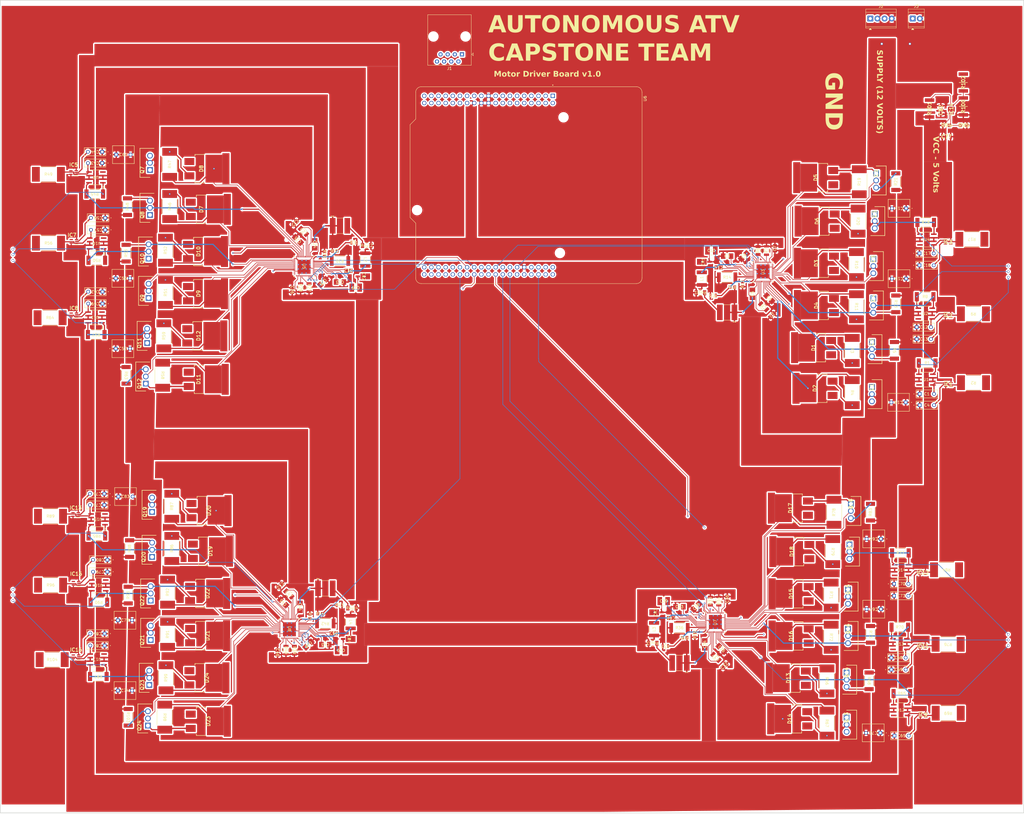
<source format=kicad_pcb>
(kicad_pcb (version 20241229) (generator "pcbnew") (generator_version "9.0")
  (layers (0 "F.Cu" signal) (4 "In1.Cu" signal) (6 "In2.Cu" signal) (2 "B.Cu" signal) (13 "F.Paste" user) (15 "B.Paste" user) (5 "F.SilkS" user "F.Silkscreen") (7 "B.SilkS" user "B.Silkscreen") (1 "F.Mask" user) (3 "B.Mask" user) (25 "Edge.Cuts" user))
  (net 0 "")
  (net 1 "GND")
  (net 2 "Net-(IC3-B)")
  (net 3 "Net-(IC2-B)")
  (net 4 "Net-(IC1-B)")
  (net 5 "Net-(D1-A)")
  (net 9 "Net-(D2-A)")
  (net 12 "Net-(D3-A)")
  (net 16 "Net-(D4-A)")
  (net 19 "Net-(D5-A)")
  (net 20 "Net-(D6-A)")
  (net 23 "Net-(U3-VIN)")
  (net 26 "Net-(U3-VGLS)")
  (net 27 "Net-(U3-VCP)")
  (net 28 "Net-(U3-CPH)")
  (net 29 "Net-(U3-CPL)")
  (net 30 "Net-(U3-VCC)")
  (net 31 "Net-(U3-SW)")
  (net 32 "Net-(U3-BST)")
  (net 33 "Net-(C16-Pad2)")
  (net 34 "Net-(U3-RT_SD)")
  (net 35 "Net-(U3-RCL)")
  (net 36 "Net-(U3-FB)")
  (net 41 "Net-(U3-DVDD)")
  (net 43 "VCC")
  (net 44 "/3-Phase H-Bridge/SW1")
  (net 45 "/3-Phase H-Bridge/Supply")
  (net 46 "/3-Phase H-Bridge/SW2")
  (net 47 "/3-Phase H-Bridge/SW3")
  (net 48 "/3-Phase H-Bridge/CURRENT_FILTER")
  (net 49 "/3-Phase H-Bridge/PH_A")
  (net 50 "/3-Phase H-Bridge/CURRENT_A")
  (net 51 "/3-Phase H-Bridge/PH_B")
  (net 52 "/3-Phase H-Bridge/CURRENT_B")
  (net 53 "/3-Phase H-Bridge/CURRENT_C")
  (net 54 "/3-Phase H-Bridge/PH_C")
  (net 81 "/3-Phase H-Bridge/GL_A1")
  (net 82 "/3-Phase H-Bridge/GH_A1")
  (net 83 "/3-Phase H-Bridge/GH_B1")
  (net 84 "/3-Phase H-Bridge/GL_B1")
  (net 85 "/3-Phase H-Bridge/GL_C1")
  (net 86 "/3-Phase H-Bridge/GH_C1")
  (net 87 "Net-(U6A-PC3)")
  (net 88 "Net-(U6A-PC15)")
  (net 89 "Net-(U6A-PC2)")
  (net 90 "Net-(U6A-PB7)")
  (net 91 "Net-(U6A-PC13)")
  (net 92 "Net-(U6A-PH0)")
  (net 93 "Net-(U6A-PC14)")
  (net 94 "Net-(U6A-PH1)")
  (net 95 "/3-Phase H-Bridge/SH_A1")
  (net 96 "/3-Phase H-Bridge/SPA1")
  (net 97 "/3-Phase H-Bridge/SH_B1")
  (net 98 "/3-Phase H-Bridge/SPB1")
  (net 99 "/3-Phase H-Bridge/SH_C1")
  (net 100 "/3-Phase H-Bridge/SPC1")
  (net 101 "/Gate Driver/SDO1")
  (net 102 "/Gate Driver/FAULT1")
  (net 103 "/Gate Driver/INLC1")
  (net 104 "/Gate Driver/INHC1")
  (net 105 "/Gate Driver/SOC1")
  (net 106 "/Gate Driver/SOA1")
  (net 107 "/Gate Driver/INHA1")
  (net 108 "/Gate Driver/INLB1")
  (net 109 "/Gate Driver/INHB1")
  (net 110 "/Gate Driver/INLA1")
  (net 111 "/Gate Driver/SOB1")
  (net 125 "Net-(U5-VIN)")
  (net 126 "Net-(U5-VGLS)")
  (net 127 "Net-(U5-VCP)")
  (net 128 "Net-(U5-CPH)")
  (net 129 "Net-(U5-CPL)")
  (net 130 "Net-(U5-DVDD)")
  (net 131 "Net-(U5-VCC)")
  (net 132 "Net-(U5-BST)")
  (net 133 "Net-(U5-SW)")
  (net 134 "Net-(C31-Pad2)")
  (net 135 "Net-(U7-VIN)")
  (net 136 "Net-(U7-VGLS)")
  (net 137 "Net-(U7-VCP)")
  (net 138 "Net-(U7-CPH)")
  (net 139 "Net-(U7-CPL)")
  (net 140 "Net-(U7-DVDD)")
  (net 141 "Net-(U7-VCC)")
  (net 142 "Net-(U7-SW)")
  (net 143 "Net-(U7-BST)")
  (net 144 "Net-(C41-Pad2)")
  (net 145 "Net-(U8-VIN)")
  (net 146 "Net-(U8-VGLS)")
  (net 147 "Net-(U8-VCP)")
  (net 148 "Net-(U8-CPH)")
  (net 149 "Net-(U8-CPL)")
  (net 150 "Net-(U8-DVDD)")
  (net 151 "Net-(U8-VCC)")
  (net 152 "Net-(U8-SW)")
  (net 153 "Net-(U8-BST)")
  (net 154 "Net-(C51-Pad2)")
  (net 155 "Net-(IC5-B)")
  (net 156 "Net-(IC7-B)")
  (net 157 "Net-(IC8-B)")
  (net 158 "Net-(IC9-B)")
  (net 159 "Net-(IC11-B)")
  (net 160 "Net-(IC12-B)")
  (net 161 "Net-(IC13-B)")
  (net 164 "Net-(D7-A)")
  (net 167 "Net-(D8-A)")
  (net 170 "Net-(D9-A)")
  (net 171 "Net-(D10-A)")
  (net 175 "Net-(D11-A)")
  (net 179 "Net-(D12-A)")
  (net 180 "Net-(D13-A)")
  (net 183 "Net-(D14-A)")
  (net 188 "Net-(D15-A)")
  (net 190 "Net-(D16-A)")
  (net 194 "Net-(D17-A)")
  (net 196 "Net-(D18-A)")
  (net 199 "Net-(D19-A)")
  (net 202 "Net-(D20-A)")
  (net 204 "Net-(D21-A)")
  (net 208 "Net-(D22-A)")
  (net 212 "Net-(D23-A)")
  (net 215 "Net-(D24-A)")
  (net 216 "Net-(U5-RT_SD)")
  (net 217 "Net-(U5-RCL)")
  (net 218 "Net-(U5-FB)")
  (net 219 "Net-(U7-RT_SD)")
  (net 220 "Net-(U7-RCL)")
  (net 221 "Net-(U7-FB)")
  (net 222 "Net-(U8-RT_SD)")
  (net 223 "Net-(U8-RCL)")
  (net 224 "Net-(U8-FB)")
  (net 246 "/3-Phase H-Bridge1/SW1")
  (net 247 "/3-Phase H-Bridge1/SW2")
  (net 248 "/3-Phase H-Bridge1/SW3")
  (net 249 "/3-Phase H-Bridge2/SW1")
  (net 250 "/3-Phase H-Bridge2/SW2")
  (net 251 "/3-Phase H-Bridge2/SW3")
  (net 252 "/3-Phase H-Bridge3/SW1")
  (net 253 "/3-Phase H-Bridge3/SW2")
  (net 254 "Net-(IC15-B)")
  (net 255 "/3-Phase H-Bridge3/SW3")
  (net 256 "Net-(IC16-B)")
  (net 257 "/3-Phase H-Bridge1/GL_A1")
  (net 258 "/3-Phase H-Bridge1/GH_A1")
  (net 259 "/3-Phase H-Bridge1/GH_B1")
  (net 260 "/3-Phase H-Bridge1/GL_B1")
  (net 261 "/3-Phase H-Bridge1/GL_C1")
  (net 262 "/3-Phase H-Bridge1/GH_C1")
  (net 263 "/3-Phase H-Bridge2/GL_A1")
  (net 264 "/3-Phase H-Bridge2/GH_A1")
  (net 265 "/3-Phase H-Bridge2/GH_B1")
  (net 266 "/3-Phase H-Bridge2/GL_B1")
  (net 267 "/3-Phase H-Bridge2/GL_C1")
  (net 268 "/3-Phase H-Bridge2/GH_C1")
  (net 269 "/3-Phase H-Bridge3/GL_A1")
  (net 270 "/3-Phase H-Bridge3/GH_A1")
  (net 271 "/3-Phase H-Bridge3/GH_B1")
  (net 272 "/3-Phase H-Bridge3/GL_B1")
  (net 273 "/3-Phase H-Bridge3/GL_C1")
  (net 274 "/3-Phase H-Bridge3/GH_C1")
  (net 275 "/3-Phase H-Bridge1/CURRENT_FILTER")
  (net 276 "/3-Phase H-Bridge2/CURRENT_FILTER")
  (net 277 "/3-Phase H-Bridge3/CURRENT_FILTER")
  (net 278 "/3-Phase H-Bridge1/SH_A1")
  (net 279 "/3-Phase H-Bridge1/SPA1")
  (net 280 "/3-Phase H-Bridge1/SH_B1")
  (net 281 "/3-Phase H-Bridge1/SPB1")
  (net 282 "/3-Phase H-Bridge1/SH_C1")
  (net 283 "/3-Phase H-Bridge1/SPC1")
  (net 284 "/3-Phase H-Bridge2/SH_A1")
  (net 285 "/3-Phase H-Bridge2/SPA1")
  (net 286 "/3-Phase H-Bridge2/SH_B1")
  (net 287 "/3-Phase H-Bridge2/SPB1")
  (net 288 "/3-Phase H-Bridge2/SH_C1")
  (net 289 "/3-Phase H-Bridge2/SPC1")
  (net 290 "/3-Phase H-Bridge3/SH_A1")
  (net 291 "/3-Phase H-Bridge3/SPA1")
  (net 292 "/3-Phase H-Bridge3/SH_B1")
  (net 293 "/3-Phase H-Bridge3/SPB1")
  (net 294 "/3-Phase H-Bridge3/SH_C1")
  (net 295 "/3-Phase H-Bridge3/SPC1")
  (net 296 "/Gate Driver1/SDO1")
  (net 297 "/Gate Driver1/FAULT1")
  (net 298 "/Gate Driver2/SDO1")
  (net 299 "/Gate Driver2/FAULT1")
  (net 300 "/Gate Driver3/SDO1")
  (net 301 "/Gate Driver3/FAULT1")
  (net 302 "/3-Phase H-Bridge1/PH_A")
  (net 303 "/3-Phase H-Bridge1/CURRENT_A")
  (net 304 "/3-Phase H-Bridge1/PH_B")
  (net 305 "/3-Phase H-Bridge1/CURRENT_B")
  (net 306 "/3-Phase H-Bridge1/PH_C")
  (net 307 "/3-Phase H-Bridge1/CURRENT_C")
  (net 308 "/3-Phase H-Bridge2/PH_A")
  (net 309 "/3-Phase H-Bridge2/CURRENT_A")
  (net 310 "/3-Phase H-Bridge2/PH_B")
  (net 311 "/3-Phase H-Bridge2/CURRENT_B")
  (net 312 "/3-Phase H-Bridge2/PH_C")
  (net 313 "/3-Phase H-Bridge2/CURRENT_C")
  (net 314 "/3-Phase H-Bridge3/PH_A")
  (net 315 "/3-Phase H-Bridge3/CURRENT_A")
  (net 316 "/3-Phase H-Bridge3/PH_B")
  (net 317 "/3-Phase H-Bridge3/CURRENT_B")
  (net 318 "/3-Phase H-Bridge3/PH_C")
  (net 319 "/3-Phase H-Bridge3/CURRENT_C")
  (net 320 "/Gate Driver1/INLC1")
  (net 321 "/Gate Driver1/INHB1")
  (net 322 "/Gate Driver1/INLB1")
  (net 323 "/Gate Driver1/SOC1")
  (net 324 "/Gate Driver1/INLA1")
  (net 325 "/Gate Driver1/INHC1")
  (net 326 "/Gate Driver1/INHA1")
  (net 327 "/Gate Driver1/SOB1")
  (net 328 "/Gate Driver1/SOA1")
  (net 329 "/Gate Driver3/INHC1")
  (net 330 "/Gate Driver2/INLA1")
  (net 331 "/Gate Driver2/INHB1")
  (net 332 "/Gate Driver3/INHB1")
  (net 333 "/Gate Driver3/INLA1")
  (net 334 "/Gate Driver3/INLB1")
  (net 335 "/Gate Driver2/INLC1")
  (net 336 "/Gate Driver2/INHC1")
  (net 337 "/Gate Driver3/INLC1")
  (net 338 "/Gate Driver2/INLB1")
  (net 339 "/Gate Driver3/INHA1")
  (net 340 "/Gate Driver2/INHA1")
  (net 341 "/Gate Driver2/SOB1")
  (net 342 "/Gate Driver2/SOC1")
  (net 343 "/Gate Driver2/SOA1")
  (net 344 "/Gate Driver3/SOC1")
  (net 345 "/Gate Driver3/SOB1")
  (net 346 "/Gate Driver3/SOA1")
  (net 347 "Net-(IC14-EN{slash}UVLO)")
  (net 348 "Net-(IC14-PG)")
  (net 350 "Net-(IC14-SENSE{slash}ADJ)")
  (footprint "ATV_Footprint:SOT65P210X110-5N" (layer "F.Cu") (at 368.5846 278.043299)
    (property "Reference" "IC12")
    (property "Value" "SN74LVC1G66DCKR" (hide yes))
  )
  (footprint "ATV_Footprint:RES_VMS-R500-1.0-U_IAT" (layer "F.Cu") (at 350 300 -90)
    (property "Reference" "R73")
    (property "Value" "VMS-R500-1.0-U" (hide yes))
  )
  (footprint "ATV_Footprint:YQ30NL10SEFHTL" (layer "F.Cu") (at 113.75 163.85 -90)
    (property "Reference" "D10")
    (property "Value" "YQ20NL10SDTL" (hide yes))
  )
  (footprint "ATV_Footprint:RES_VMS-R500-1.0-U_IAT" (layer "F.Cu") (at 370.1411 203.501)
    (property "Reference" "R1")
    (property "Value" "VMS-R500-1.0-U" (hide yes))
  )
  (footprint "ATV_Footprint:R_8_ADI" (layer "F.Cu") (at 360.4638 303.4551)
    (property "Reference" "U13")
    (property "Value" "AD8418WBRZ" (hide yes))
  )
  (footprint "ATV_Footprint:CAPC3216X190N" (layer "F.Cu") (at 377 123 180)
    (property "Reference" "C77")
    (property "Value" "CGA5L2X7R1E105K160AA" (hide yes))
  )
  (footprint "ATV_Footprint:YQ30NL10SEFHTL" (layer "F.Cu") (at 321.000001 330.0433 90)
    (property "Reference" "D14")
    (property "Value" "YQ20NL10SDTL" (hide yes))
  )
  (footprint "ATV_Footprint:CAPC340180_180N_KEM" (layer "F.Cu") (at 295.043904 308.178002 135)
    (property "Reference" "C37")
    (property "Value" "C1206C474K1RECAUTO" (hide yes))
  )
  (footprint "ATV_Footprint:CAP_R82E-7P4X2P6-5P0_KEM" (layer "F.Cu") (at 366.42 190.7566)
    (property "Reference" "C12")
    (property "Value" "R82EC1100AA50J" (hide yes))
  )
  (footprint "ATV_Footprint:STA_RMCF1206_STP" (layer "F.Cu") (at 150.320203 176.707902 -90)
    (property "Reference" "R27")
    (property "Value" "RMCF1206JT1K00" (hide yes))
  )
  (footprint "ATV_Footprint:CAPC220145_110N_KEM" (layer "F.Cu") (at 299.043903 287.375203 90)
    (property "Reference" "C36")
    (property "Value" "C0805C104K1RECAUTO" (hide yes))
  )
  (footprint "ATV_Footprint:TO254P500X1010X2050-3P" (layer "F.Cu") (at 93.75 150.85 90)
    (property "Reference" "Q8")
    (property "Value" "R6020ENXC7G" (hide yes))
  )
  (footprint "ATV_Footprint:YQ30NL10SEFHTL" (layer "F.Cu") (at 321.5 300.5833 90)
    (property "Reference" "D16")
    (property "Value" "YQ20NL10SDTL" (hide yes))
  )
  (footprint "TerminalBlock_TE-Connectivity:TerminalBlock_TE_282834-2_1x02_P2.54mm_Horizontal" (layer "F.Cu") (at 365 81)
    (property "Reference" "J3")
    (property "Value" "Screw_Terminal_01x02" (hide yes))
  )
  (footprint "ATV_Footprint:SOT65P210X110-5N" (layer "F.Cu") (at 66.6956 160.2332 180)
    (property "Reference" "IC7")
    (property "Value" "SN74LVC1G66DCKR" (hide yes))
  )
  (footprint "ATV_Footprint:RES_RMCF2512_STP" (layer "F.Cu") (at 282.043904 297.678002)
    (property "Reference" "R36")
    (property "Value" "RMCF2512FT332K" (hide yes))
  )
  (footprint "ATV_Footprint:SOT65P210X110-5N" (layer "F.Cu") (at 368.6844 328.6933)
    (property "Reference" "IC9")
    (property "Value" "SN74LVC1G66DCKR" (hide yes))
  )
  (footprint "ATV_Footprint:YQ30NL10SEFHTL" (layer "F.Cu") (at 114.75 330.92 -90)
    (property "Reference" "D23")
    (property "Value" "YQ20NL10SDTL" (hide yes))
  )
  (footprint "ATV_Footprint:CAP_R82E-7P5X6P1-5P0_KEM" (layer "F.Cu") (at 353.6844 291.0433 180)
    (property "Reference" "C67")
    (property "Value" "R82EC4100DQ70J" (hide yes))
  )
  (footprint "ATV_Footprint:RES_3550_TEC" (layer "F.Cu") (at 99.25 163.39 90)
    (property "Reference" "R52")
    (property "Value" "35501K0JT" (hide yes))
  )
  (footprint "ATV_Footprint:TO254P500X1010X2050-3P" (layer "F.Cu") (at 92.25 210.8477 90)
    (property "Reference" "Q12")
    (property "Value" "R6020ENXC7G" (hide yes))
  )
  (footprint "ATV_Footprint:RES_3550_TEC" (layer "F.Cu") (at 58.3656 258)
    (property "Reference" "R89")
    (property "Value" "35501K0JT" (hide yes))
  )
  (footprint "ATV_Footprint:RESC6332X70N" (layer "F.Cu") (at 383 103.745 90)
    (property "Reference" "R102")
    (property "Value" "RCV2512100KFKEGAT" (hide yes))
  )
  (footprint "TerminalBlock_TE-Connectivity:TerminalBlock_TE_282834-4_1x04_P2.54mm_Horizontal" (layer "F.Cu") (at 349.92 81)
    (property "Reference" "J2")
    (property "Value" "Screw_Terminal_01x04" (hide yes))
  )
  (footprint "ATV_Footprint:YQ30NL10SEFHTL" (layer "F.Cu") (at 114.25 315.46 -90)
    (property "Reference" "D24")
    (property "Value" "YQ20NL10SDTL" (hide yes))
  )
  (footprint "ATV_Footprint:RES_RMCF1206_STP" (layer "F.Cu") (at 272.545304 303.178003 180)
    (property "Reference" "Rout3")
    (property "Value" "RMCF1206FT3R00" (hide yes))
  )
  (footprint "ATV_Footprint:RES_3550_TEC" (layer "F.Cu") (at 343.5 199.041 -90)
    (property "Reference" "R3")
    (property "Value" "35501K0JT" (hide yes))
  )
  (footprint "ATV_Footprint:CAPC370195_180N_KEM" (layer "F.Cu") (at 291.043904 303.5808 90)
    (property "Reference" "C34")
    (property "Value" "C1206X105K1RACAUTO" (hide yes))
  )
  (footprint "ATV_Footprint:CAPC6153X670N" (layer "F.Cu") (at 156.10225 283.636751)
    (property "Reference" "C51")
    (property "Value" "KRM55WR72A226MH01L" (hide yes))
  )
  (footprint "ATV_Footprint:CAPC220145_110N_KEM" (layer "F.Cu") (at 144.320203 177.510701 -90)
    (property "Reference" "C26")
    (property "Value" "C0805C104K1RECAUTO" (hide yes))
  )
  (footprint "ATV_Footprint:CAP_R82E-7P4X2P6-5P0_KEM" (layer "F.Cu") (at 358.4002 286.294499)
    (property "Reference" "C73")
    (property "Value" "R82EC2150AA50K" (hide yes))
  )
  (footprint "ATV_Footprint:RGZ0048L" (layer "F.Cu") (at 148.543903 169.091502 -90)
    (property "Reference" "U5")
    (property "Value" "DRV8353RHRGZR" (hide yes))
  )
  (footprint "ATV_Footprint:YQ30NL10SEFHTL" (layer "F.Cu") (at 321.75 270.5833 90)
    (property "Reference" "D18")
    (property "Value" "YQ20NL10SDTL" (hide yes))
  )
  (footprint "ATV_Footprint:POWERMITE1_DO-216AA_MIS_MCH" (layer "F.Cu") (at 290.5207 167.501 90)
    (property "Reference" "CR1")
    (property "Value" "UPS115UE3/TR7" (hide yes))
  )
  (footprint "ATV_Footprint:YQ30NL10SEFHTL" (layer "F.Cu") (at 321.5 285.5833 90)
    (property "Reference" "D15")
    (property "Value" "YQ20NL10SDTL" (hide yes))
  )
  (footprint "ATV_Footprint:CAPC220145_110N_KEM" (layer "F.Cu") (at 145.320202 153.707903 -135)
    (property "Reference" "C22")
    (property "Value" "C0805C104K1RECAUTO" (hide yes))
  )
  (footprint "ATV_Footprint:RES_VMS-R500-1.0-U_IAT" (layer "F.Cu") (at 369.4205 179.9128)
    (property "Reference" "R8")
    (property "Value" "VMS-R500-1.0-U" (hide yes))
  )
  (footprint "ATV_Footprint:CAP_R82E-7P5X6P1-5P0_KEM" (layer "F.Cu") (at 362.6844 173.501 180)
    (property "Reference" "C15")
    (property "Value" "R82EC4100DQ70J" (hide yes))
  )
  (footprint "ATV_Footprint:CAP_R82E-7P5X6P1-5P0_KEM" (layer "F.Cu") (at 81.5656 173.39)
    (property "Reference" "C56")
    (property "Value" "R82EC4100DQ70J" (hide yes))
  )
  (footprint "ATV_Footprint:YQ30NL10SEFHTL" (layer "F.Cu") (at 113.75 178.85 -90)
    (property "Reference" "D9")
    (property "Value" "YQ20NL10SDTL" (hide yes))
  )
  (footprint "ATV_Footprint:CAPC220145_88N_KEM" (layer "F.Cu") (at 296 169.501 180)
    (property "Reference" "C14")
    (property "Value" "C0805C103K1RACAUTO" (hide yes))
  )
  (footprint "ATV_Footprint:CAPC3216X190N" (layer "F.Cu") (at 375 113.5 90)
    (property "Reference" "C82")
    (property "Value" "CGA5L2X7R1E105K160AA" (hide yes))
  )
  (footprint "ATV_Footprint:RES_3550_TEC" (layer "F.Cu") (at 343.5 214.041 -90)
    (property "Reference" "R4")
    (property "Value" "35501K0JT" (hide yes))
  )
  (footprint "ATV_Footprint:CAPC370290_115N_KEM" (layer "F.Cu") (at 293.402798 163.501)
    (property "Reference" "C10")
    (property "Value" "C1210X474K1RACAUTO" (hide yes))
  )
  (footprint "ATV_Footprint:RES_VMS-R500-1.0-U_IAT" (layer "F.Cu") (at 86.5 269.5033 90)
    (property "Reference" "R88")
    (property "Value" "VMS-R500-1.0-U" (hide yes))
  )
  (footprint "ATV_Footprint:CAPC370290_115N_KEM" (layer "F.Cu") (at 276.446702 288.178002)
    (property "Reference" "C39")
    (property "Value" "C1210X474K1RACAUTO" (hide yes))
  )
  (footprint "ATV_Footprint:RGZ0048L" (layer "F.Cu") (at 294.820203 295.794402 90)
    (property "Reference" "U7")
    (property "Value" "DRV8353RHRGZR" (hide yes))
  )
  (footprint "ATV_Footprint:RES_CRCW_0805" (layer "F.Cu") (at 294 179.501 180)
    (property "Reference" "R15")
    (property "Value" "CRCW08053K01FKEA" (hide yes))
  )
  (footprint "ATV_Footprint:RES_VMS-R500-1.0-U_IAT" (layer "F.Cu") (at 360.6279 271.043299)
    (property "Reference" "R77")
    (property "Value" "VMS-R500-1.0-U" (hide yes))
  )
  (footprint "ATV_Footprint:POWERMITE1_DO-216AA_MIS_MCH" (layer "F.Cu") (at 164.58155 301.636751 -90)
    (property "Reference" "CR4")
    (property "Value" "UPS115UE3/TR7" (hide yes))
  )
  (footprint "ATV_Footprint:R_8_ADI" (layer "F.Cu") (at 74.9516 308.905001 180)
    (property "Reference" "U17")
    (property "Value" "AD8418WBRZ" (hide yes))
  )
  (footprint "ATV_Footprint:R_8_ADI" (layer "F.Cu") (at 74.7862 160.9782 180)
    (property "Reference" "U10")
    (property "Value" "AD8418WBRZ" (hide yes))
  )
  (footprint "ATV_Footprint:RES_3550_TEC" (layer "F.Cu") (at 334.5 316.5833 -90)
    (property "Reference" "R66")
    (property "Value" "35501K0JT" (hide yes))
  )
  (footprint "ATV_Footprint:TO254P500X1010X2050-3P" (layer "F.Cu") (at 94.5 256.46 90)
    (property "Reference" "Q19")
    (property "Value" "R6020ENXC7G" (hide yes))
  )
  (footprint "ATV_Footprint:RC0805N_PAN" (layer "F.Cu") (at 150.602251 293.636751 -90)
    (property "Reference" "R41")
    (property "Value" "ERJ-6ENF3243V" (hide yes))
  )
  (footprint "ATV_Footprint:TO254P500X1010X2050-3P" (layer "F.Cu") (at 93.25 180.39 90)
    (property "Reference" "Q9")
    (property "Value" "R6020ENXC7G" (hide yes))
  )
  (footprint "ATV_Footprint:SON50P300X300X85-9N-D" (layer "F.Cu") (at 378.75 113.27 90)
    (property "Reference" "IC14")
    (property "Value" "ADPL42005ACPZ-5.0-R7" (hide yes))
  )
  (footprint "ATV_Footprint:RES_VMS-R500-1.0-U_IAT" (layer "F.Cu") (at 85.25 164.4333 90)
    (property "Reference" "R53")
    (property "Value" "VMS-R500-1.0-U" (hide yes))
  )
  (footprint "ATV_Footprint:RES_VMS-R500-1.0-U_IAT" (layer "F.Cu") (at 361.1411 321.0433)
    (property "Reference" "R65")
    (property "Value" "VMS-R500-1.0-U" (hide yes))
  )
  (footprint "ATV_Footprint:CAP_R82E-7P4X2P6-5P0_KEM" (layer "F.Cu") (at 367.5 214.501)
    (property "Reference" "C1")
    (property "Value" "R82EC1100AA50J" (hide yes))
  )
  (footprint "ATV_Footprint:TO254P500X1010X2050-3P" (layer "F.Cu") (at 351.5 150.501 -90)
    (property "Reference" "Q5")
    (property "Value" "R6020ENXC7G" (hide yes))
  )
  (footprint "ATV_Footprint:RES_3550_TEC" (layer "F.Cu") (at 99.25 178.39 90)
    (property "Reference" "R51")
    (property "Value" "35501K0JT" (hide yes))
  )
  (footprint "ATV_Footprint:CAP_R82E-7P5X6P1-5P0_KEM" (layer "F.Cu") (at 81.75 129.39)
    (property "Reference" "C61")
    (property "Value" "R82EC4100DQ70J" (hide yes))
  )
  (footprint "ATV_Footprint:RGZ0048L" (layer "F.Cu") (at 311.7763 171.1174 90)
    (property "Reference" "U3")
    (property "Value" "DRV8353RHRGZR" (hide yes))
  )
  (footprint "ATV_Footprint:TO254P500X1010X2050-3P" (layer "F.Cu") (at 341.5 313.5833 -90)
    (property "Reference" "Q14")
    (property "Value" "R6020ENXC7G" (hide yes))
  )
  (footprint "ATV_Footprint:RES_CRCW_0805" (layer "F.Cu") (at 161.10225 289.63675)
    (property "Reference" "R43")
    (property "Value" "CRCW08053K01FKEA" (hide yes))
  )
  (footprint "ATV_Footprint:CAP_R82E-7P4X2P6-5P0_KEM" (layer "F.Cu") (at 77.83 156.1344 180)
    (property "Reference" "C57")
    (property "Value" "R82EC1100AA50J" (hide yes))
  )
  (footprint "ATV_Footprint:YQ30NL10SEFHTL" (layer "F.Cu") (at 114 209.31 -90)
    (property "Reference" "D11")
    (property "Value" "YQ20NL10SDTL" (hide yes))
  )
  (footprint "ATV_Footprint:CAP_R82E-7P4X2P6-5P0_KEM" (layer "F.Cu") (at 366.42 195.0078)
    (property "Reference" "C13")
    (property "Value" "R82EC2150AA50K" (hide yes))
  )
  (footprint "ATV_Footprint:SOT65P210X110-5N" (layer "F.Cu") (at 368.5544 304.2001)
    (property "Reference" "IC11")
    (property "Value" "SN74LVC1G66DCKR" (hide yes))
  )
  (footprint "ATV_Footprint:CAPC370195_180N_KEM" (layer "F.Cu") (at 308 178.903798 90)
    (property "Reference" "C5")
    (property "Value" "C1206X105K1RACAUTO" (hide yes))
  )
  (footprint "ATV_Footprint:RES_RMCF2512_STP" (layer "F.Cu") (at 161.320202 167.207902 180)
    (property "Reference" "R30")
    (property "Value" "RMCF2512FT332K" (hide yes))
  )
  (footprint "ATV_Footprint:CAP_R82E-7P4X2P6-5P0_KEM" (layer "F.Cu") (at 77.5998 304.000001 180)
    (property "Reference" "C81")
    (property "Value" "R82EC1100AA50J" (hide yes))
  )
  (footprint "ATV_Footprint:STA_RNCF1206_STP" (layer "F.Cu") (at 296.043903 288.178002 90)
    (property "Reference" "R34")
    (property "Value" "RNCF1206TKY10K0" (hide yes))
  )
  (footprint "ATV_Footprint:RES_3550_TEC" (layer "F.Cu") (at 101.5 254.46 90)
    (property "Reference" "R87")
    (property "Value" "35501K0JT" (hide yes))
  )
  (footprint "ATV_Footprint:CAP_R82E-7P4X2P6-5P0_KEM" (layer "F.Cu") (at 77.83 151.8832 180)
    (property "Reference" "C58")
    (property "Value" "R82EC2150AA50K" (hide yes))
  )
  (footprint "ATV_Footprint:RES_VMS-R500-1.0-U_IAT" (layer "F.Cu") (at 358.5 198.9977 -90)
    (property "Reference" "R5")
    (property "Value" "VMS-R500-1.0-U" (hide yes))
  )
  (footprint "ATV_Footprint:RES_3550_TEC" (layer "F.Cu") (at 377.6044 303.5501 180)
    (property "Reference" "R76")
    (property "Value" "35501K0JT" (hide yes))
  )
  (footprint "ATV_Footprint:MODULE_NUCLEO-L476RG" (layer "F.Cu") (at 227.49 140.25 -90)
    (property "Reference" "U6")
    (property "Value" "NUCLEO-L476RG")
  )
  (footprint "ATV_Footprint:STA_RMCF1206_STP" (layer "F.Cu") (at 145.102251 305.636751 -90)
    (property "Reference" "R39")
    (property "Value" "RMCF1206JT1K00" (hide yes))
  )
  (footprint "ATV_Footprint:CAP_R82E-7P4X2P6-5P0_KEM" (layer "F.Cu") (at 78.58 277.7444 180)
    (property "Reference" "C79")
    (property "Value" "R82EC1100AA50J" (hide yes))
  )
  (footprint "ATV_Footprint:RES_RMCF1206_STP" (layer "F.Cu") (at 289.5014 178.501 180)
    (property "Reference" "Rout1")
    (property "Value" "RMCF1206FT3R00" (hide yes))
  )
  (footprint "ATV_Footprint:RES_RMCF2512_STP" (layer "F.Cu") (at 299 173.001)
    (property "Reference" "R14")
    (property "Value" "RMCF2512FT332K" (hide yes))
  )
  (footprint "ATV_Footprint:RES_3550_TEC" (layer "F.Cu") (at 386.6344 210.501 180)
    (property "Reference" "R2")
    (property "Value" "35501K0JT" (hide yes))
  )
  (footprint "ATV_Footprint:STA_RMCF1206_STP" (layer "F.Cu") (at 293.043903 288.178002 90)
    (property "Reference" "R33")
    (property "Value" "RMCF1206JT1K00" (hide yes))
  )
  (footprint "ATV_Footprint:CAPC220145_110N_KEM" (layer "F.Cu") (at 139.102251 306.43955 -90)
    (property "Reference" "C46")
    (property "Value" "C0805C104K1RECAUTO" (hide yes))
  )
  (footprint "ATV_Footprint:CAP_R82E-7P4X2P6-5P0_KEM" (layer "F.Cu") (at 77.5 254 180)
    (property "Reference" "C75")
    (property "Value" "R82EC1100AA50J" (hide yes))
  )
  (footprint "ATV_Footprint:RES_VMS-R500-1.0-U_IAT" (layer "F.Cu") (at 86 286.0433 90)
    (property "Reference" "R93")
    (property "Value" "VMS-R500-1.0-U" (hide yes))
  )
  (footprint "ATV_Footprint:CAPC6153X670N" (layer "F.Cu") (at 299 185.501 180)
    (property "Reference" "C16")
    (property "Value" "KRM55WR72A226MH01L" (hide yes))
  )
  (footprint "ATV_Footprint:TO254P500X1010X2050-3P" (layer "F.Cu") (at 93.75 134.85 90)
    (property "Reference" "Q7")
    (property "Value" "R6020ENXC7G" (hide yes))
  )
  (footprint "ATV_Footprint:RES_VMS-R500-1.0-U_IAT" (layer "F.Cu") (at 74.1089 143.39 180)
    (property "Reference" "R45")
    (property "Value" "VMS-R500-1.0-U" (hide yes))
  )
  (footprint "ATV_Footprint:YQ30NL10SEFHTL" (layer "F.Cu") (at 114.999999 256 -90)
    (property "Reference" "D20")
    (property "Value" "YQ20NL10SDTL" (hide yes))
  )
  (footprint "ATV_Footprint:CAP_R82E-7P4X2P6-5P0_KEM" (layer "F.Cu") (at 76.8498 178.138801 180)
    (property "Reference" "C62")
    (property "Value" "R82EC2150AA50K" (hide yes))
  )
  (footprint "ATV_Footprint:TO254P500X1010X2050-3P" (layer "F.Cu") (at 352 136.0433 -90)
    (property "Reference" "Q6")
    (property "Value" "R6020ENXC7G" (hide yes))
  )
  (footprint "ATV_Footprint:TO254P500X1010X2050-3P" (layer "F.Cu") (at 342 298.0433 -90)
    (property "Reference" "Q16")
    (property "Value" "R6020ENXC7G" (hide yes))
  )
  (footprint "ATV_Footprint:RES_3550_TEC" (layer "F.Cu") (at 336 301.0433 -90)
    (property "Reference" "R72")
    (property "Value" "35501K0JT" (hide yes))
  )
  (footprint "ATV_Footprint:YQ30NL10SEFHTL" (layer "F.Cu") (at 114.5 285.46 -90)
    (property "Reference" "D22")
    (property "Value" "YQ20NL10SDTL" (hide yes))
  )
  (footprint "ATV_Footprint:TO254P500X1010X2050-3P" (layer "F.Cu") (at 351 180.501 -90)
    (property "Reference" "Q4")
    (property "Value" "R6020ENXC7G" (hide yes))
  )
  (footprint "ATV_Footprint:CAP_R82E-7P5X6P1-5P0_KEM" (layer "F.Cu") (at 81.5656 198.390001)
    (property "Reference" "C52")
    (property "Value" "R82EC4100DQ70J" (hide yes))
  )
  (footprint "ATV_Footprint:TO254P500X1010X2050-3P" (layer "F.Cu") (at 93 332.4577 90)
    (property "Reference" "Q24")
    (property "Value" "R6020ENXC7G" (hide yes))
  )
  (footprint "ATV_Footprint:CAPC370195_180N_KEM" (layer "F.Cu") (at 305 165.501 45)
    (property "Reference" "C9")
    (property "Value" "C1206X105K1RACAUTO" (hide yes))
  )
  (footprint "ATV_Footprint:RES_3550_TEC" (layer "F.Cu") (at 336 286.0433 -90)
    (property "Reference" "R71")
    (property "Value" "35501K0JT" (hide yes))
  )
  (footprint "ATV_Footprint:SOT65P210X110-5N" (layer "F.Cu") (at 377.5846 160.501)
    (property "Reference" "IC3")
    (property "Value" "SN74LVC1G66DCKR" (hide yes))
  )
  (footprint "ATV_Footprint:R_8_ADI" (layer "F.Cu") (at 74.2016 187.295001 180)
    (property "Reference" "U11")
    (property "Value" "AD8418WBRZ" (hide yes))
  )
  (footprint "ATV_Footprint:IND_EPCOS_B82432T_EPC" (layer "F.Cu") (at 170.320202 166.707901 -90)
    (property "Reference" "L2")
    (property "Value" "B82432T1274K000" (hide yes))
  )
  (footprint "ATV_Footprint:RES_3550_TEC" (layer "F.Cu") (at 100.75 147.85 90)
    (property "Reference" "R46")
    (property "Value" "35501K0JT" (hide yes))
  )
  (footprint "ATV_Footprint:YQ30NL10SEFHTL" (layer "F.Cu") (at 330 212.501 90)
    (property "Reference" "D2")
    (property "Value" "YQ20NL10SDTL" (hide yes))
  )
  (footprint "ATV_Footprint:CAPC370195_180N_KEM" (layer "F.Cu") (at 152.320202 161.305104 -90)
    (property "Reference" "C24")
    (property "Value" "C1206X105K1RACAUTO" (hide yes))
  )
  (footprint "ATV_Footprint:STA_RNCF1206_STP" (layer "F.Cu") (at 147.320203 176.707902 -90)
    (property "Reference" "R28")
    (property "Value" "RNCF1206TKY10K0" (hide yes))
  )
  (footprint "ATV_Footprint:STA_RNCF1206_STP" (layer "F.Cu") (at 142.102251 305.636751 -90)
    (property "Reference" "R40")
    (property "Value" "RNCF1206TKY10K0" (hide yes))
  )
  (footprint "ATV_Footprint:RES_VMS-R500-1.0-U_IAT" (layer "F.Cu") (at 349.5 316.54 -90)
    (property "Reference" "R68")
    (property "Value" "VMS-R500-1.0-U" (hide yes))
  )
  (footprint "ATV_Footprint:RES_3550_TEC" (layer "F.Cu") (at 98.25 207.847701 -90)
    (property "Reference" "R58")
    (property "Value" "35501K0JT" (hide yes))
  )
  (footprint "ATV_Footprint:TO254P500X1010X2050-3P" (layer "F.Cu") (at 342.5 268.043299 -90)
    (property "Reference" "Q17")
    (property "Value" "R6020ENXC7G" (hide yes))
  )
  (footprint "ATV_Footprint:RES_3550_TEC" (layer "F.Cu") (at 57.6156 136.39)
    (property "Reference" "R49")
    (property "Value" "35501K0JT" (hide yes))
  )
  (footprint "ATV_Footprint:CAP_R82E-7P4X2P6-5P0_KEM" (layer "F.Cu") (at 357.42 308.2989)
    (property "Reference" "C68")
    (property "Value" "R82EC1100AA50J" (hide yes))
  )
  (footprint "ATV_Footprint:CAPC220145_88N_KEM" (layer "F.Cu") (at 279.043904 294.178002 180)
    (property "Reference" "C40")
    (property "Value" "C0805C103K1RACAUTO" (hide yes))
  )
  (footprint "ATV_Footprint:RES_RMCF1206_STP" (layer "F.Cu") (at 165.60085 290.63675)
    (property "Reference" "Rout4")
    (property "Value" "RMCF1206FT3R00" (hide yes))
  )
  (footprint "ATV_Footprint:YQ30NL10SEFHTL" (layer "F.Cu") (at 320.500001 315.5833 90)
    (property "Reference" "D13")
    (property "Value" "YQ20NL10SDTL" (hide yes))
  )
  (footprint "ATV_Footprint:RES_VMS-R500-1.0-U_IAT" (layer "F.Cu") (at 86 329.501001 -90)
    (property "Reference" "R103")
    (property "Value" "VMS-R500-1.0-U" (hide yes))
  )
  (footprint "ATV_Footprint:R_8_ADI" (layer "F.Cu") (at 361.0484 277.138299)
    (property "Reference" "U14")
    (property "Value" "AD8418WBRZ" (hide yes))
  )
  (footprint "ATV_Footprint:SOT65P210X110-5N" (layer "F.Cu") (at 66.5656 135.74 180)
    (property "Reference" "IC5")
    (property "Value" "SN74LVC1G66DCKR" (hide yes))
  )
  (footprint "ATV_Footprint:R_8_ADI" (layer "F.Cu") (at 369.7206 209.406)
    (property "Reference" "U1")
    (property "Value" "AD8418WBRZ" (hide yes))
  )
  (footprint "ATV_Footprint:RES_3550_TEC" (layer "F.Cu") (at 337 256.585599 90)
    (property "Reference" "R78")
    (property "Value" "35501K0JT" (hide yes))
  )
  (footprint "ATV_Footprint:CAP_R82E-7P5X6P1-5P0_KEM" (layer "F.Cu") (at 82.3156 295)
    (property "Reference" "C78")
    (property "Value" "R82EC4100DQ70J" (hide yes))
  )
  (footprint "ATV_Footprint:RES_CRCW_0805" (layer "F.Cu") (at 277.043904 304.178003 180)
    (property "Reference" "R37")
    (property "Value" "CRCW08053K01FKEA" (hide yes))
  )
  (footprint "ATV_Footprint:TO254P500X1010X2050-3P" (layer "F.Cu") (at 342 284.0433 -90)
    (property "Reference" "Q15")
    (property "Value" "R6020ENXC7G" (hide yes))
  )
  (footprint "ATV_Footprint:YQ30NL10SEFHTL" (layer "F.Cu") (at 330.5 183.041 90)
    (property "Reference" "D4")
    (property "Value" "YQ20NL10SDTL" (hide yes))
  )
  (footprint "ATV_Footprint:IND_EPCOS_B82432T_EPC" (layer "F.Cu") (at 273.043904 298.178003 90)
    (property "Reference" "L3")
    (property "Value" "B82432T1274K000" (hide yes))
  )
  (footprint "ATV_Footprint:SOT65P210X110-5N" (layer "F.Cu") (at 377.6844 211.151)
    (property "Reference" "IC1")
    (property "Value" "SN74LVC1G66DCKR" (hide yes))
  )
  (footprint "ATV_Footprint:RC0805N_PAN" (layer "F.Cu") (at 300.852799 176.501 180)
    (property "Reference" "R16")
    (property "Value" "ERA-6AEB102V" (hide yes))
  )
  (footprint "ATV_Footprint:RES_VMS-R500-1.0-U_IAT" (layer "F.Cu") (at 74.8589 265 180)
    (property "Reference" "R85")
    (property "Value" "VMS-R500-1.0-U" (hide yes))
  )
  (footprint "ATV_Footprint:CAP_R82E-7P4X2P6-5P0_KEM" (layer "F.Cu") (at 357.42 312.5501)
    (property "Reference" "C69")
    (property "Value" "R82EC2150AA50K" (hide yes))
  )
  (footprint "ATV_Footprint:SOT65P210X110-5N" (layer "F.Cu") (at 67.3156 257.35 180)
    (property "Reference" "IC13")
    (property "Value" "SN74LVC1G66DCKR" (hide yes))
  )
  (footprint "ATV_Footprint:TO254P500X1010X2050-3P" (layer "F.Cu") (at 94 302 90)
    (property "Reference" "Q21")
    (property "Value" "R6020ENXC7G" (hide yes))
  )
  (footprint "ATV_Footprint:CAP_R82E-7P4X2P6-5P0_KEM" (layer "F.Cu") (at 358.4002 282.043299)
    (property "Reference" "C70")
    (property "Value" "R82EC1100AA50J" (hide yes))
  )
  (footprint "ATV_Footprint:RES_VMS-R500-1.0-U_IAT" (layer "F.Cu") (at 350 256.542299 90)
    (property "Reference" "R83")
    (property "Value" "VMS-R500-1.0-U" (hide yes))
  )
  (footprint "ATV_Footprint:TO254P500X1010X2050-3P" (layer "F.Cu") (at 94.5 272.46 90)
    (property "Reference" "Q20")
    (property "Value" "R6020ENXC7G" (hide yes))
  )
  (footprint "ATV_Footprint:RC0805N_PAN" (layer "F.Cu") (at 287.543903 300.178002 90)
    (property "Reference" "R35")
    (property "Value" "ERJ-6ENF3243V" (hide yes))
  )
  (footprint "ATV_Footprint:RES_3550_TEC" (layer "F.Cu") (at 100.75 132.85 90)
    (property "Reference" "R47")
    (property "Value" "35501K0JT" (hide yes))
  )
  (footprint "ATV_Footprint:SOT65P210X110-5N" (layer "F.Cu") (at 66.6654 186.390001 180)
    (property "Reference" "IC8")
    (property "Value" "SN74LVC1G66DCKR" (hide yes))
  )
  (footprint "ATV_Footprint:RES_3550_TEC" (layer "F.Cu") (at 345 168.501 -90)
    (property "Reference" "R10")
    (property "Value" "35501K0JT" (hide yes))
  )
  (footprint "ATV_Footprint:CAP_R82E-7P5X6P1-5P0_KEM" (layer "F.Cu") (at 82.3156 320.000001)
    (property "Reference" "C74")
    (property "Value" "R82EC4100DQ70J" (hide yes))
  )
  (footprint "ATV_Footprint:CAPC370195_180N_KEM" (layer "F.Cu") (at 150.102251 303.636751 -135)
    (property "Reference" "C48")
    (property "Value" "C1206X105K1RACAUTO" (hide yes))
  )
  (footprint "ATV_Footprint:CAPC220145_110N_KEM" (layer "F.Cu") (at 316 162.698201 90)
    (property "Reference" "C7")
    (property "Value" "C0805C104K1RECAUTO" (hide yes))
  )
  (footprint "ATV_Footprint:YQ30NL10SEFHTL" (layer "F.Cu") (at 330.5 168.041 90)
    (property "Reference" "D3")
    (property "Value" "YQ20NL10SDTL" (hide yes))
  )
  (footprint "ATV_Footprint:RESC6332X70N" (layer "F.Cu") (at 371 113 -90)
    (property "Reference" "R101")
    (property "Value" "RCV2512100KFKEGAT" (hide yes))
  )
  (footprint "ATV_Footprint:RES_CRCW_0805" (layer "F.Cu") (at 166.320202 160.707901)
    (property "Reference" "R31")
    (property "Value" "CRCW08053K01FKEA" (hide yes))
  )
  (footprint "ATV_Footprint:CAPC220145_110N_KEM" (layer "F.Cu") (at 315 186.501 45)
    (property "Reference" "C2")
    (property "Value" "C0805C104K1RECAUTO" (hide yes))
  )
  (footprint "ATV_Footprint:CAPC370195_180N_KEM" (layer "F.Cu") (at 156.10225 303.636751 180)
    (property "Reference" "C43")
    (property "Value" "C1206X105K1RACAUTO" (hide yes))
  )
  (footprint "ATV_Footprint:CAPC6153X670N" (layer "F.Cu") (at 161.320202 154.707902)
    (property "Reference" "C31")
    (property "Value" "KRM55WR72A226MH01L" (hide yes))
  )
  (footprint "ATV_Footprint:CAP_R82E-7P4X2P6-5P0_KEM" (layer "F.Cu") (at 358.5 336.0433)
    (property "Reference" "C65")
    (property "Value" "R82EC2150AA50K" (hide yes))
  )
  (footprint "ATV_Footprint:RES_3550_TEC" (layer "F.Cu") (at 386.6044 186.0078 180)
    (property "Reference" "R9")
    (property "Value" "35501K0JT" (hide yes))
  )
  (footprint "ATV_Footprint:TO254P500X1010X2050-3P" (layer "F.Cu") (at 350.5 196.041 -90)
    (property "Reference" "Q2")
    (property "Value" "R6020ENXC7G" (hide yes))
  )
  (footprint "ATV_Footprint:YQ30NL10SEFHTL" (layer "F.Cu") (at 330.75 153.041 90)
    (property "Reference" "D6")
    (property "Value" "YQ20NL10SDTL" (hide yes))
  )
  (footprint "ATV_Footprint:CAPC370195_180N_KEM" (layer "F.Cu") (at 147.10225 290.233953 -90)
    (property "Reference" "C44")
    (property "Value" "C1206X105K1RACAUTO" (hide yes))
  )
  (footprint "ATV_Footprint:RES_3550_TEC" (layer "F.Cu") (at 100 285 90)
    (property "Reference" "R92")
    (property "Value" "35501K0JT" (hide yes))
  )
  (footprint "ATV_Footprint:CAPC220145_88N_KEM" (layer "F.Cu") (at 159.10225 299.636751)
    (property "Reference" "C50")
    (property "Value" "C0805C103K1RACAUTO" (hide yes))
  )
  (footprint "ATV_Footprint:R_8_ADI" (layer "F.Cu") (at 370.0484 159.596)
    (property "Reference" "U4")
    (property "Value" "AD8418WBRZ" (hide yes))
  )
  (footprint "ATV_Footprint:RES_VMS-R500-1.0-U_IAT" (layer "F.Cu") (at 369.6279 153.501)
    (property "Reference" "R18")
    (property "Value" "VMS-R500-1.0-U" (hide yes))
  )
  (footprint "ATV_Footprint:CAPC370195_180N_KEM" (layer "F.Cu") (at 313.991928 180.492928 -45)
    (property "Reference" "C6")
    (property "Value" "C1206X105K1RACAUTO" (hide yes))
  )
  (footprint "ATV_Footprint:RES_VMS-R500-1.0-U_IAT" (layer "F.Cu") (at 85.75 147.8933 90)
    (property "Reference" "R48")
    (property "Value" "VMS-R500-1.0-U" (hide yes))
  )
  (footprint "ATV_Footprint:R_8_ADI" (layer "F.Cu") (at 369.4638 185.9128)
    (property "Reference" "U2")
    (property "Value" "AD8418WBRZ" (hide yes))
  )
  (footprint "ATV_Footprint:CAPC370195_180N_KEM" (layer "F.Cu") (at 288.043903 290.178002 45)
    (property "Reference" "C38")
    (property "Value" "C1206X105K1RACAUTO" (hide yes))
  )
  (footprint "ATV_Footprint:STA_RMCF1206_STP" (layer "F.Cu") (at 310 163.501 90)
    (property "Reference" "R6")
    (property "Value" "RMCF1206JT1K00" (hide yes))
  )
  (footprint "ATV_Footprint:CAPC220145_88N_KEM" (layer "F.Cu") (at 164.320202 170.707902)
    (property "Reference" "C30")
    (property "Value" "C0805C103K1RACAUTO" (hide yes))
  )
  (footprint "ATV_Footprint:RES_RMCF2512_STP" (layer "F.Cu") (at 156.10225 296.136751 180)
    (property "Reference" "R42")
    (property "Value" "RMCF2512FT332K" (hide yes))
  )
  (footprint "ATV_Footprint:RES_VMS-R500-1.0-U_IAT" (layer "F.Cu") (at 85.25 207.891001 -90)
    (property "Reference" "R63")
    (property "Value" "VMS-R500-1.0-U" (hide yes))
  )
  (footprint "ATV_Footprint:YQ30NL10SEFHTL" (layer "F.Cu") (at 330.25 137.581 90)
    (property "Reference" "D5")
    (property "Value" "YQ20NL10SDTL" (hide yes))
  )
  (footprint "ATV_Footprint:RES_3550_TEC" (layer "F.Cu") (at 345 183.501 -90)
    (property "Reference" "R11")
    (property "Value" "35501K0JT" (hide yes))
  )
  (footprint "ATV_Footprint:RC0805N_PAN" (layer "F.Cu") (at 304.5 175.501 90)
    (property "Reference" "R12")
    (property "Value" "ERJ-6ENF3243V" (hide yes))
  )
  (footprint "ATV_Footprint:CAP_R82E-7P4X2P6-5P0_KEM" (layer "F.Cu") (at 367.4002 168.7522)
    (property "Reference" "C18")
    (property "Value" "R82EC2150AA50K" (hide yes))
  )
  (footprint "ATV_Footprint:RES_3550_TEC" (layer "F.Cu") (at 58.3956 282.4932)
    (property "Reference" "R96")
    (property "Value" "35501K0JT" (hide yes))
  )
  (footprint "ATV_Footprint:RES_VMS-R500-1.0-U_IAT" (layer "F.Cu") (at 359 182.4577 -90)
    (property "Reference" "R13")
    (property "Value" "VMS-R500-1.0-U" (hide yes))
  )
  (footprint "ATV_Footprint:POWERMITE1_DO-216AA_MIS_MCH" (layer "F.Cu") (at 273.564604 292.178002 90)
    (property "Reference" "CR3")
    (property "Value" "UPS115UE3/TR7" (hide yes))
  )
  (footprint "ATV_Footprint:CAPC370290_115N_KEM" (layer "F.Cu") (at 166.917404 176.707902 180)
    (property "Reference" "C29")
    (property "Value" "C1210X474K1RACAUTO" (hide yes))
  )
  (footprint "ATV_Footprint:YQ30NL10SEFHTL" (layer "F.Cu") (at 114.249999 134.39 -90)
    (property "Reference" "D8")
    (property "Value" "YQ20NL10SDTL" (hide yes))
  )
  (footprint "ATV_Footprint:RES_3550_TEC" (layer "F.Cu") (at 99 329.457701 -90)
    (property "Reference" "R98")
    (property "Value" "35501K0JT" (hide yes))
  )
  (footprint "ATV_Footprint:SOT65P210X110-5N" (layer "F.Cu") (at 67.4456 281.8432 180)
    (property "Reference" "IC15")
    (property "Value" "SN74LVC1G66DCKR" (hide yes))
  )
  (footprint "ATV_Footprint:CAP_R82E-7P5X6P1-5P0_KEM" (layer "F.Cu") (at 353.5 335.0433 180)
    (property "Reference" "C72")
    (property "Value" "R82EC4100DQ70J" (hide yes))
  )
  (footprint "ATV_Footprint:R_8_ADI" (layer "F.Cu") (at 360.7206 326.9483)
    (property "Reference" "U12")
    (property "Value" "AD8418WBRZ" (hide yes))
  )
  (footprint "ATV_Footprint:RC0805N_PAN" (layer "F.Cu") (at 159.467404 163.707902)
    (property "Reference" "R32")
    (property "Value" "ERA-6AEB102V" (hide yes))
  )
  (footprint "ATV_Footprint:CAP_R82E-7P4X2P6-5P0_KEM" (layer "F.Cu") (at 367.5 218.501)
    (property "Reference" "C4")
    (property "Value" "R82EC2150AA50K" (hide yes))
  )
  (footprint "ATV_Footprint:RES_3550_TEC" (layer "F.Cu") (at 377.6344 328.0433 180)
    (property "Reference" "R69")
    (property "Value" "35501K0JT" (hide yes))
  )
  (footprint "ATV_Footprint:RES_VMS-R500-1.0-U_IAT" (layer "F.Cu") (at 360.4205 297.4551)
    (property "Reference" "R70")
    (property "Value" "VMS-R500-1.0-U" (hide yes))
  )
  (footprint "ATV_Footprint:CAP_R82E-7P4X2P6-5P0_KEM" (layer "F.Cu") (at 78.58 273.4932 180)
    (property "Reference" "C80")
    (property "Value" "R82EC2150AA50K" (hide yes))
  )
  (footprint "ATV_Footprint:RES_3550_TEC" (layer "F.Cu") (at 58.9577 309.000001)
    (property "Reference" "R104")
    (property "Value" "35501K0JT" (hide yes))
  )
  (footprint "ATV_Footprint:TO254P500X1010X2050-3P" (layer "F.Cu") (at 94 288 90)
    (property "Reference" "Q22")
    (property "Value" "R6020ENXC7G" (hide yes))
  )
  (footprint "ATV_Footprint:IND_EPCOS_B82432T_EPC" (layer "F.Cu") (at 290 173.501 90)
    (property "Reference" "L1")
    (property "Value" "B82432T1274K000" (hide yes))
  )
  (footprint "ATV_Footprint:YQ30NL10SEFHTL" (layer "F.Cu") (at 115.499999 270.46 -90)
    (property "Reference" "D19")
    (property "Value" "YQ20NL10SDTL" (hide yes))
  )
  (footprint "ATV_Footprint:CAPC370195_180N_KEM" (layer "F.Cu") (at 299 165.501)
    (property "Reference" "C3")
    (property "Value" "C1206X105K1RACAUTO" (hide yes))
  )
  (footprint "ATV_Footprint:RES_3550_TEC" (layer "F.Cu") (at 336.575 270.583299 -90)
    (property "Reference" "R79")
    (property "Value" "35501K0JT" (hide yes))
  )
  (footprint "ATV_Footprint:RGZ0048L" (layer "F.Cu") (at 143.325951 298.020351 -90)
    (property "Reference" "U8")
    (property "Value" "DRV8353RHRGZR" (hide yes))
  )
  (footprint "ATV_Footprint:CAPC370195_180N_KEM" (layer "F.Cu") (at 161.320202 174.707902 180)
    (property "Reference" "C23")
    (property "Value" "C1206X105K1RACAUTO" (hide yes))
  )
  (footprint "ATV_Footprint:RES_3550_TEC" (layer "F.Cu") (at 57.6456 160.8832)
    (property "Reference" "R56")
    (property "Value" "35501K0JT" (hide yes))
  )
  (footprint "ATV_Footprint:TO254P500X1010X2050-3P" (layer "F.Cu") (at 341.5 329.5833 -90)
    (property "Reference" "Q13")
    (property "Value" "R6020ENXC7G" (hide yes))
  )
  (footprint "ATV_Footprint:RES_3550_TEC" (layer "F.Cu") (at 377.0423 277.043299 180)
    (property "Reference" "R84")
    (property "Value" "35501K0JT" (hide yes))
  )
  (footprint "ATV_Footprint:TO254P500X1010X2050-3P" (layer "F.Cu") (at 343 253.5856 -90)
    (property "Reference" "Q18")
    (property "Value" "R6020ENXC7G" (hide yes))
  )
  (footprint "ATV_Footprint:RES_3550_TEC" (layer "F.Cu") (at 99.425 315.460001 90)
    (property "Reference" "R99")
    (property "Value" "35501K0JT" (hide yes))
  )
  (footprint "ATV_Footprint:YQ30NL10SEFHTL" (layer "F.Cu") (at 114.749999 148.85 -90)
    (property "Reference" "D7")
    (property "Value" "YQ20NL10SDTL" (hide yes))
  )
  (footprint "ATV_Footprint:CAPC370195_180N_KEM" (layer "F.Cu") (at 155.320203 174.707902 -135)
    (property "Reference" "C28")
    (property "Value" "C1206X105K1RACAUTO" (hide yes))
  )
  (footprint "ATV_Footprint:YQ30NL10SEFHTL" (layer "F.Cu") (at 329.5 198.041 90)
    (property "Reference" "D1")
    (property "Value" "YQ20NL10SDTL" (hide yes))
  )
  (footprint "ATV_Footprint:CAP_R82E-7P4X2P6-5P0_KEM" (layer "F.Cu") (at 76.8498 182.390001 180)
    (property "Reference" "C59")
    (property "Value" "R82EC1100AA50J" (hide yes))
  )
  (footprint "ATV_Footprint:IND_EPCOS_B82432T_EPC" (layer "F.Cu") (at 165.10225 295.63675 -90)
    (property "Reference" "L4")
    (property "Value" "B82432T1274K000" (hide yes))
  )
  (footprint "ATV_Footprint:CAPC220145_110N_KEM" (layer "F.Cu") (at 140.10225 282.636752 -135)
    (property "Reference" "C42")
    (property "Value" "C0805C104K1RECAUTO" (hide yes))
  )
  (footprint "ATV_Footprint:CAP_R82E-7P4X2P6-5P0_KEM" (layer "F.Cu") (at 77.5998 299.748801 180)
    (property "Reference" "C84")
    (property "Value" "R82EC2150AA50K" (hide yes))
  )
  (footprint "ATV_Footprint:ERJUP6" (layer "F.Cu") (at 376.9125 119 180)
    (property "Reference" "R94")
    (property "Value" "ERJ-UP6D6202V" (hide yes))
  )
  (footprint "ATV_Footprint:RES_VMS-R500-1.0-U_IAT" (layer "F.Cu") (at 75.3721 315.000001 180)
    (property "Reference" "R97")
    (property "Value" "VMS-R500-1.0-U" (hide yes))
  )
  (footprint "ATV_Footprint:ERJUP6" (layer "F.Cu") (at 383.0875 119 180)
    (property "Reference" "R95")
    (property "Value" "ERJ-UP6D2002V" (hide yes))
  )
  (footprint "ATV_Footprint:RC0805N_PAN" (layer "F.Cu") (at 154.249452 292.636751)
    (property "Reference" "R44")
    (property "Value" "ERA-6AEB102V" (hide yes))
  )
  (footprint "ATV_Footprint:SOT65P210X110-5N" (layer "F.Cu") (at 67.4154 308.000001 180)
    (property "Reference" "IC16")
    (property "Value" "SN74LVC1G66DCKR" (hide yes))
  )
  (footprint "ATV_Footprint:RES_VMS-R500-1.0-U_IAT" (layer "F.Cu") (at 75.5795 288.5882 180)
    (property "Reference" "R90")
    (property "Value" "VMS-R500-1.0-U" (hide yes))
  )
  (footprint "ATV_Footprint:CAP_R82E-7P4X2P6-5P0_KEM" (layer "F.Cu") (at 76.75 132.39 180)
    (property "Reference" "C53")
    (property "Value" "R82EC1100AA50J" (hide yes))
  )
  (footprint "ATV_Footprint:RC0805N_PAN" (layer "F.Cu") (at 155.820203 164.707902 -90)
    (property "Reference" "R29")
    (property "Value" "ERJ-6ENF3243V" (hide yes))
  )
  (footprint "ATV_Footprint:RES_3550_TEC" (layer "F.Cu") (at 58.2077 187.390001)
    (property "Reference" "R64")
    (property "Value" "35501K0JT" (hide yes))
  )
  (footprint "ATV_Footprint:TO254P500X1010X2050-3P" (layer "F.Cu") (at 351 166.501 -90)
    (property "Reference" "Q3")
    (property "Value" "R6020ENXC7G" (hide yes))
  )
  (footprint "ATV_Footprint:TO254P500X1010X2050-3P" (layer "F.Cu") (at 93.5 318.000001 90)
    (property "Reference" "Q23")
    (property "Value" "R6020ENXC7G" (hide yes))
  )
  (footprint "ATV_Footprint:CAP_R82E-7P5X6P1-5P0_KEM" (layer "F.Cu") (at 353.6844 266.043299 180)
    (property "Reference" "C63")
    (property "Value" "R82EC4100DQ70J" (hide yes))
  )
  (footprint "ATV_Footprint:SOT65P210X110-5N" (layer "F.Cu") (at 377.5544 186.6578)
    (property "Reference" "IC2")
    (property "Value" "SN74LVC1G66DCKR" (hide yes))
  )
  (footprint "ATV_Footprint:YQ30NL10SEFHTL" (layer "F.Cu") (at 321.25 255.1233 90)
    (property "Reference" "D17")
    (property "Value" "YQ20NL10SDTL" (hide yes))
  )
  (footprint "ATV_Footprint:CAPC370195_180N_KEM" (layer "F.Cu") (at 141.110322 288.644823 135)
    (property "Reference" "C45")
    (property "Value" "C1206X105K1RACAUTO" (hide yes))
  )
  (footprint "ATV_Footprint:RES_RMCF1206_STP" (layer "F.Cu") (at 170.818802 161.707901)
    (property "Reference" "Rout2")
    (property "Value" "RMCF1206FT3R00" (hide yes))
  )
  (footprint "ATV_Footprint:RES_VMS-R500-1.0-U_IAT" (layer "F.Cu") (at 359 139 90)
    (property "Reference" "R21")
    (property "Value" "VMS-R500-1.0-U" (hide yes))
  )
  (footprint "ATV_Footprint:RES_3550_TEC" (layer "F.Cu") (at 334.5 331.5833 -90)
    (property "Reference" "R67")
    (property "Value" "35501K0JT" (hide yes))
  )
  (footprint "ATV_Footprint:POWERMITE1_DO-216AA_MIS_MCH" (layer "F.Cu") (at 169.799502 172.707902 -90)
    (property "Reference" "CR2")
    (property "Value" "UPS115UE3/TR7" (hide yes))
  )
  (footprint "ATV_Footprint:RES_VMS-R500-1.0-U_IAT" (layer "F.Cu") (at 74.8295 166.9782 180)
    (property "Reference" "R50")
    (property "Value" "VMS-R500-1.0-U" (hide yes))
  )
  (footprint "ATV_Footprint:STA_RNCF1206_STP" (layer "F.Cu") (at 313 163.501 90)
    (property "Reference" "R7")
    (property "Value" "RNCF1206TKY10K0" (hide yes))
  )
  (footprint "ATV_Footprint:CAPC340180_180N_KEM" (layer "F.Cu") (at 312 183.501 135)
    (property "Reference" "C8")
    (property "Value" "C1206C474K1RECAUTO" (hide yes))
  )
  (footprint "ATV_Footprint:RES_3550_TEC" (layer "F.Cu") (at 386.0423 159.501 180)
    (property "Reference" "R17")
    (property "Value" "35501K0JT" (hide yes))
  )
  (footprint "ATV_Footprint:YQ30NL10SEFHTL" (layer "F.Cu") (at 114.5 300.46 -90)
    (property "Reference" "D21")
    (property "Value" "YQ20NL10SDTL" (hide yes))
  )
  (footprint "ATV_Footprint:CAPC370195_180N_KEM" (layer "F.Cu") (at 146.328274 159.715974 135)
    (property "Reference" "C25")
    (property "Value" "C1206X105K1RACAUTO" (hide yes))
  )
  (footprint "ATV_Footprint:CAPC340180_180N_KEM" (layer "F.Cu") (at 148.320202 156.707902 -45)
    (property "Reference" "C27")
    (property "Value" "C1206C474K1RECAUTO" (hide yes))
  )
  (footprint "ATV_Footprint:CAP_R82E-7P4X2P6-5P0_KEM" (layer "F.Cu") (at 76.75 128.39 180)
    (property "Reference" "C54")
    (property "Value" "R82EC2150AA50K" (hide yes))
  )
  (footprint "ATV_Footprint:CAPC6153X670N" (layer "F.Cu") (at 282.043904 310.178002 180)
    (property "Reference" "C41")
    (property "Value" "KRM55WR72A226MH01L" (hide yes))
  )
  (footprint "ATV_Footprint:CAPC370195_180N_KEM" (layer "F.Cu") (at 282.043904 290.178002)
    (property "Reference" "C33")
    (property "Value" "C1206X105K1RACAUTO" (hide yes))
  )
  (footprint "ATV_Footprint:CAPC370290_115N_KEM" (layer "F.Cu") (at 161.699452 305.636751 180)
    (property "Reference" "C49")
    (property "Value" "C1210X474K1RACAUTO" (hide yes))
  )
  (footprint "ATV_Footprint:YQ30NL10SEFHTL" (layer "F.Cu") (at 113.5 193.85 -90)
    (property "Reference" "D12")
    (property "Value" "YQ20NL10SDTL" (hide yes))
  )
  (footprint "ATV_Footprint:RES_3550_TEC" (layer "F.Cu") (at 345.575 153.041 -90)
    (property "Reference" "R20")
    (property "Value" "35501K0JT" (hide yes))
  )
  (footprint "ATV_Footprint:CAP_R82E-7P5X6P1-5P0_KEM" (layer "F.Cu") (at 362.5 217.501 180)
    (property "Reference" "C19")
    (property "Value" "R82EC4100DQ70J" (hide yes))
  )
  (footprint "ATV_Footprint:TO254P500X1010X2050-3P" (layer "F.Cu") (at 350.5 212.041 -90)
    (property "Reference" "Q1")
    (property "Value" "R6020ENXC7G" (hide yes))
  )
  (footprint "ATV_Footprint:RES_VMS-R500-1.0-U_IAT" (layer "F.Cu") (at 74.6221 193.390001 180)
    (property "Reference" "R57")
    (property "Value" "VMS-R500-1.0-U" (hide yes))
  )
  (footprint "ATV_Footprint:R_8_ADI" (layer "F.Cu") (at 75.2794 259.095 180)
    (property "Reference" "U15")
    (property "Value" "AD8418WBRZ" (hide yes))
  )
  (footprint "ATV_Footprint:CAPC340180_180N_KEM" (layer "F.Cu") (at 143.10225 285.636751 -45)
    (property "Reference" "C47")
    (property "Value" "C1206C474K1RECAUTO" (hide yes))
  )
  (footprint "ATV_Footprint:RES_3550_TEC" (layer "F.Cu") (at 346 139.0433 90)
    (property "Reference" "R19")
    (property "Value" "35501K0JT" (hide yes))
  )
  (footprint "ATV_Footprint:RC0805N_PAN" (layer "F.Cu") (at 283.896702 301.178002 180)
    (property "Reference" "R38")
    (property "Value" "ERA-6AEB102V" (hide yes))
  )
  (footprint "ATV_Footprint:RESC6332X70N" (layer "F.Cu") (at 383 112.255 90)
    (property "Reference" "R100")
    (property "Value" "RCV2512100KFKEGAT" (hide yes))
  )
  (footprint "ATV_Footprint:TO254P500X1010X2050-3P" (layer "F.Cu") (at 93.25 166.39 90)
    (property "Reference" "Q10")
    (property "Value" "R6020ENXC7G" (hide yes))
  )
  (footprint "ATV_Footprint:CAP_R82E-7P5X6P1-5P0_KEM" (layer "F.Cu") (at 82.5 251)
    (property "Reference" "C83")
    (property "Value" "R82EC4100DQ70J" (hide yes))
  )
  (footprint "ATV_Footprint:R_8_ADI" (layer "F.Cu") (at 74.5294 137.485 180)
    (property "Reference" "U9")
    (property "Value" "AD8418WBRZ" (hide yes))
  )
  (footprint "ATV_Footprint:TO254P500X1010X2050-3P" (layer "F.Cu") (at 92.75 196.390001 90)
    (property "Reference" "Q11")
    (property "Value" "R6020ENXC7G" (hide yes))
  )
  (footprint "ATV_Footprint:R_8_ADI" (layer "F.Cu") (at 75.5362 282.5882 180)
    (property "Reference" "U16")
    (property "Value" "AD8418WBRZ" (hide yes))
  )
  (footprint "ATV_Footprint:CAP_R82E-7P5X6P1-5P0_KEM" (layer "F.Cu") (at 362.6844 148.501 180)
    (property "Reference" "C11")
    (property "Value" "R82EC4100DQ70J" (hide yes))
  )
  (footprint "ATV_Footprint:CAPC370195_180N_KEM" (layer "F.Cu") (at 297.035832 305.16993 -45)
    (property "Reference" "C35")
    (property "Value" "C1206X105K1RACAUTO" (hide yes))
  )
  (footprint "ATV_Footprint:CAP_R82E-7P4X2P6-5P0_KEM" (layer "F.Cu") (at 77.5 250 180)
    (property "Reference" "C76")
    (property "Value" "R82EC2150AA50K" (hide yes))
  )
  (footprint "ATV_Footprint:RES_3550_TEC" (layer "F.Cu") (at 101.5 269.46 90)
    (property "Reference" "R86")
    (property "Value" "35501K0JT" (hide yes))
  )
  (footprint "ATV_Footprint:CAPC220145_110N_KEM" (layer "F.Cu") (at 298.043904 311.178001 45)
    (property "Reference" "C32")
    (property "Value" "C0805C104K1RECAUTO" (hide yes))
  )
  (footprint "ATV_Footprint:RES_3550_TEC" (layer "F.Cu") (at 98.675 193.850001 90)
    (property "Reference" "R59")
    (property "Value" "35501K0JT" (hide yes))
  )
  (footprint "ATV_Footprint:RES_3550_TEC" (layer "F.Cu") (at 100 300 90)
    (property "Reference" "R91")
    (property "Value" "35501K0JT" (hide yes))
  )
  (footprint "ATV_Footprint:CAP_R82E-7P4X2P6-5P0_KEM" (layer "F.Cu") (at 367.4002 164.501)
    (property "Reference" "C17")
    (property "Value" "R82EC1100AA50J" (hide yes))
  )
  (footprint "Connector_RJ:RJ45_Amphenol_54602-x08_Horizontal" (layer "F.Cu") (at 204.7 93.73 180)
    (property "Reference" "J1")
    (property "Value" "RJ45")
  )
  (gr_rect (start 40.5 74.501) (end 404.5 363.501) (stroke (width 0.2)) (fill no) (layer "Edge.Cuts"))
  (gr_text "GND" (at 333 100 270) (layer "F.SilkS") (effects (font (size 6 6) (thickness 0.3) (bold yes)) (justify left bottom)))
  (gr_text "SUPPLY (12 VOLTS)" (at 352 122 270) (layer "F.SilkS") (effects (font (size 2 2) (thickness 0.3) (bold yes)) (justify right bottom)))
  (gr_text "AUTONOMOUS ATV \nCAPSTONE TEAM" (at 214 97 0) (layer "F.SilkS") (effects (font (size 6 6) (thickness 0.3) (bold yes)) (justify left bottom)))
  (gr_text "VCC - 5 Volts" (at 372 143 270) (layer "F.SilkS") (effects (font (size 2 2) (thickness 0.3) (bold yes)) (justify right bottom)))
  (gr_text "Motor Driver Board v1.0" (at 216 102 0) (layer "F.SilkS") (effects (font (size 2 2) (thickness 0.3) (bold yes)) (justify left bottom)))
  (segment (start 151.293902 165.691501) (end 151.293902 166.1915) (width 0.2) (layer "F.Cu") (net 1))
  (segment (start 148.378248 292.740549) (end 146.498447 294.62035) (width 0.2) (layer "F.Cu") (net 1))
  (segment (start 139.925949 295.270351) (end 140.425948 295.270351) (width 0.2) (layer "F.Cu") (net 1))
  (segment (start 298.220205 294.0444) (end 296.659974 294.0444) (width 0.2) (layer "F.Cu") (net 1))
  (segment (start 147.575669 170.615501) (end 148.032133 170.615501) (width 0.2) (layer "F.Cu") (net 1))
  (segment (start 141.48618 299.770353) (end 142.03495 299.221583) (width 0.2) (layer "F.Cu") (net 1))
  (segment (start 153.5962 163.8117) (end 151.716399 165.691501) (width 0.2) (layer "F.Cu") (net 1))
  (segment (start 162.42255 304.957051) (end 162.42255 301.636751) (width 0.2) (layer "F.Cu") (net 1))
  (segment (start 292.6797 164.1807) (end 292.6797 167.501) (width 0.2) (layer "F.Cu") (net 1))
  (segment (start 297.570204 298.724167) (end 295.788437 296.9424) (width 0.2) (layer "F.Cu") (net 1))
  (segment (start 151.094178 302.644823) (end 151.094178 302.549481) (width 0.2) (layer "F.Cu") (net 1))
  (segment (start 298.220205 298.544402) (end 297.720206 298.544402) (width 0.2) (layer "F.Cu") (net 1))
  (segment (start 291.420203 295.044401) (end 292.213971 295.044401) (width 0.2) (layer "F.Cu") (net 1))
  (segment (start 291.043904 304.983598) (end 290.830469 304.983598) (width 0.2) (layer "F.Cu") (net 1))
  (segment (start 163.10225 305.636751) (end 162.42255 304.957051) (width 0.2) (layer "F.Cu") (net 1))
  (segment (start 301.603 185.501) (end 304.5 185.501) (width 0.4) (layer "F.Cu") (net 1))
  (segment (start 143.837719 296.872353) (end 143.32595 297.384122) (width 0.2) (layer "F.Cu") (net 1))
  (segment (start 142.357717 299.54435) (end 142.814181 299.54435) (width 0.2) (layer "F.Cu") (net 1))
  (segment (start 151.716399 165.691501) (end 151.293902 165.691501) (width 0.2) (layer "F.Cu") (net 1))
  (segment (start 313.0673 172.258398) (end 313.0673 171.486167) (width 0.2) (layer "F.Cu") (net 1))
  (segment (start 142.03495 299.221583) (end 142.03495 298.765119) (width 0.2) (layer "F.Cu") (net 1))
  (segment (start 150.588135 169.279503) (end 148.543902 169.279503) (width 0.2) (layer "F.Cu") (net 1))
  (segment (start 142.03495 296.879353) (end 142.03495 297.651584) (width 0.2) (layer "F.Cu") (net 1))
  (segment (start 313.526302 167.717399) (end 313.526302 168.811632) (width 0.2) (layer "F.Cu") (net 1))
  (segment (start 312.744533 172.265398) (end 312.288069 172.265398) (width 0.2) (layer "F.Cu") (net 1))
  (segment (start 146.7939 171.39727) (end 147.575669 170.615501) (width 0.2) (layer "F.Cu") (net 1))
  (segment (start 152.533637 159.902306) (end 153.5962 160.964869) (width 0.2) (layer "F.Cu") (net 1))
  (segment (start 314.676302 173.8674) (end 313.0673 172.258398) (width 0.2) (layer "F.Cu") (net 1))
  (segment (start 304.008072 166.492928) (end 304.008072 166.58827) (width 0.2) (layer "F.Cu") (net 1))
  (segment (start 296.111204 296.9354) (end 296.111204 296.163169) (width 0.2) (layer "F.Cu") (net 1))
  (segment (start 315.176301 173.8674) (end 314.676302 173.8674) (width 0.2) (layer "F.Cu") (net 1))
  (segment (start 139.925949 299.770353) (end 141.48618 299.770353) (width 0.2) (layer "F.Cu") (net 1))
  (segment (start 311.264531 172.265398) (end 311.7763 171.753629) (width 0.2) (layer "F.Cu") (net 1))
  (segment (start 275.043904 288.178002) (end 275.723604 288.857702) (width 0.2) (layer "F.Cu") (net 1))
  (segment (start 143.32595 297.384122) (end 143.32595 298.208352) (width 0.2) (layer "F.Cu") (net 1))
  (segment (start 306.724002 179.244033) (end 306.724002 176.397202) (width 0.2) (layer "F.Cu") (net 1))
  (segment (start 292.070204 299.194403) (end 292.070204 298.694404) (width 0.2) (layer "F.Cu") (net 1))
  (segment (start 144.323946 296.872353) (end 143.837719 296.872353) (width 0.2) (layer "F.Cu") (net 1))
  (segment (start 291.647707 299.194403) (end 292.070204 299.194403) (width 0.2) (layer "F.Cu") (net 1))
  (segment (start 148.378248 289.893718) (end 148.378248 292.740549) (width 0.2) (layer "F.Cu") (net 1))
  (segment (start 292.213971 295.044401) (end 292.775971 295.606401) (width 0.2) (layer "F.Cu") (net 1))
  (segment (start 151.943903 169.841503) (end 151.150135 169.841503) (width 0.2) (layer "F.Cu") (net 1))
  (segment (start 296.111204 294.59317) (end 296.111204 295.049634) (width 0.2) (layer "F.Cu") (net 1))
  (segment (start 146.498447 294.62035) (end 146.07595 294.62035) (width 0.2) (layer "F.Cu") (net 1))
  (segment (start 146.725951 298.770352) (end 145.932183 298.770352) (width 0.2) (layer "F.Cu") (net 1))
  (segment (start 312.510532 170.929399) (end 311.7763 170.929399) (width 0.2) (layer "F.Cu") (net 1))
  (segment (start 296.111204 295.049634) (end 295.554437 295.606401) (width 0.2) (layer "F.Cu") (net 1))
  (segment (start 306.724002 176.397202) (end 308.603803 174.517401) (width 0.2) (layer "F.Cu") (net 1))
  (segment (start 313.0673 169.916168) (end 313.0673 170.372632) (width 0.2) (layer "F.Cu") (net 1))
  (segment (start 151.293902 166.1915) (end 149.541898 167.943504) (width 0.2) (layer "F.Cu") (net 1))
  (segment (start 313.0673 170.372632) (end 312.510533 170.929399) (width 0.2) (layer "F.Cu") (net 1))
  (segment (start 67.6154 185.740001) (end 67.6154 185.6154) (width 0.2) (layer "F.Cu") (net 1))
  (segment (start 140.425948 295.270351) (end 142.03495 296.879353) (width 0.2) (layer "F.Cu") (net 1))
  (segment (start 145.932183 298.770352) (end 145.370183 298.208352) (width 0.2) (layer "F.Cu") (net 1))
  (segment (start 275.723604 288.857702) (end 275.723604 292.178002) (width 0.2) (layer "F.Cu") (net 1))
  (segment (start 312.288069 169.593401) (end 311.7763 170.10517) (width 0.2) (layer "F.Cu") (net 1))
  (segment (start 168.320202 176.707902) (end 167.640502 176.028202) (width 0.2) (layer "F.Cu") (net 1))
  (segment (start 311.7763 170.10517) (end 311.7763 170.929399) (width 0.2) (layer "F.Cu") (net 1))
  (segment (start 292.775971 295.606401) (end 294.820204 295.606401) (width 0.2) (layer "F.Cu") (net 1))
  (segment (start 295.554437 295.606401) (end 294.820204 295.606401) (width 0.2) (layer "F.Cu") (net 1))
  (segment (start 292.070204 298.694404) (end 293.822208 296.9424) (width 0.2) (layer "F.Cu") (net 1))
  (segment (start 142.357717 296.872353) (end 142.814181 296.872353) (width 0.2) (layer "F.Cu") (net 1))
  (segment (start 308 180.306596) (end 307.786565 180.306596) (width 0.2) (layer "F.Cu") (net 1))
  (segment (start 296.570206 292.394401) (end 296.570206 293.488634) (width 0.2) (layer "F.Cu") (net 1))
  (segment (start 295.788437 294.270403) (end 295.331973 294.270403) (width 0.2) (layer "F.Cu") (net 1))
  (segment (start 295.554436 295.606401) (end 294.820204 295.606401) (width 0.2) (layer "F.Cu") (net 1))
  (segment (start 314.5263 174.047165) (end 312.744533 172.265398) (width 0.2) (layer "F.Cu") (net 1))
  (segment (start 296.111204 296.163169) (end 295.554436 295.606401) (width 0.2) (layer "F.Cu") (net 1))
  (segment (start 148.032133 170.615501) (end 148.543902 170.103732) (width 0.2) (layer "F.Cu") (net 1))
  (segment (start 145.143901 170.841504) (end 146.704132 170.841504) (width 0.2) (layer "F.Cu") (net 1))
  (segment (start 141.575948 300.326119) (end 142.357717 299.54435) (width 0.2) (layer "F.Cu") (net 1))
  (segment (start 284.646904 310.178002) (end 287.543904 310.178002) (width 0.4) (layer "F.Cu") (net 1))
  (segment (start 147.80967 169.279503) (end 148.543902 169.279503) (width 0.2) (layer "F.Cu") (net 1))
  (segment (start 289.767906 303.921035) (end 289.767906 301.074204) (width 0.2) (layer "F.Cu") (net 1))
  (segment (start 309.0263 174.517401) (end 309.0263 174.017402) (width 0.2) (layer "F.Cu") (net 1))
  (segment (start 148.032133 167.943504) (end 148.543902 168.455273) (width 0.2) (layer "F.Cu") (net 1))
  (segment (start 295.331973 296.9424) (end 294.820204 296.430631) (width 0.2) (layer "F.Cu") (net 1))
  (segment (start 296.659974 294.0444) (end 296.111204 294.59317) (width 0.2) (layer "F.Cu") (net 1))
  (segment (start 308.603803 174.517401) (end 309.0263 174.517401) (width 0.2) (layer "F.Cu") (net 1))
  (segment (start 142.591717 298.208352) (end 143.32595 298.208352) (width 0.2) (layer "F.Cu") (net 1))
  (segment (start 152.320202 159.902306) (end 152.533637 159.902306) (width 0.2) (layer "F.Cu") (net 1))
  (segment (start 142.03495 297.651584) (end 142.591718 298.208352) (width 0.2) (layer "F.Cu") (net 1))
  (segment (start 158.717202 154.707902) (end 155.820202 154.707902) (width 0.4) (layer "F.Cu") (net 1))
  (segment (start 295.331973 294.270403) (end 294.820204 294.782172) (width 0.2) (layer "F.Cu") (net 1))
  (segment (start 143.32595 299.032581) (end 143.32595 298.208352) (width 0.2) (layer "F.Cu") (net 1))
  (segment (start 145.6439 166.341502) (end 147.252902 167.950504) (width 0.2) (layer "F.Cu") (net 1))
  (segment (start 146.704132 170.841504) (end 147.252902 170.292734) (width 0.2) (layer "F.Cu") (net 1))
  (segment (start 290.830469 304.983598) (end 289.767906 303.921035) (width 0.2) (layer "F.Cu") (net 1))
  (segment (start 148.543902 170.103732) (end 148.543902 169.279503) (width 0.2) (layer "F.Cu") (net 1))
  (segment (start 296.570206 293.488634) (end 295.788437 294.270403) (width 0.2) (layer "F.Cu") (net 1))
  (segment (start 142.591718 298.208352) (end 143.32595 298.208352) (width 0.2) (layer "F.Cu") (net 1))
  (segment (start 314.5263 174.517401) (end 314.5263 174.047165) (width 0.2) (layer "F.Cu") (net 1))
  (segment (start 140.57595 294.62035) (end 140.57595 295.090586) (width 0.2) (layer "F.Cu") (net 1))
  (segment (start 309.732067 170.929399) (end 311.7763 170.929399) (width 0.2) (layer "F.Cu") (net 1))
  (segment (start 147.252902 169.83627) (end 147.809669 169.279503) (width 0.2) (layer "F.Cu") (net 1))
  (segment (start 142.814181 299.54435) (end 143.32595 299.032581) (width 0.2) (layer "F.Cu") (net 1))
  (segment (start 145.143901 166.341502) (end 145.6439 166.341502) (width 0.2) (layer "F.Cu") (net 1))
  (segment (start 149.541898 167.943504) (end 149.055671 167.943504) (width 0.2) (layer "F.Cu") (net 1))
  (segment (start 292 163.501) (end 292.6797 164.1807) (width 0.2) (layer "F.Cu") (net 1))
  (segment (start 153.49925 283.636751) (end 150.60225 283.636751) (width 0.4) (layer "F.Cu") (net 1))
  (segment (start 145.370183 298.208352) (end 143.32595 298.208352) (width 0.2) (layer "F.Cu") (net 1))
  (segment (start 315.176301 169.367398) (end 313.61607 169.367398) (width 0.2) (layer "F.Cu") (net 1))
  (segment (start 312.744533 169.593401) (end 312.288069 169.593401) (width 0.2) (layer "F.Cu") (net 1))
  (segment (start 147.252902 170.292734) (end 147.252902 169.83627) (width 0.2) (layer "F.Cu") (net 1))
  (segment (start 147.10225 288.831155) (end 147.315685 288.831155) (width 0.2) (layer "F.Cu") (net 1))
  (segment (start 147.809669 169.279503) (end 148.543902 169.279503) (width 0.2) (layer "F.Cu") (net 1))
  (segment (start 147.315685 288.831155) (end 148.378248 289.893718) (width 0.2) (layer "F.Cu") (net 1))
  (segment (start 146.07595 294.62035) (end 146.07595 295.120349) (width 0.2) (layer "F.Cu") (net 1))
  (segment (start 311.7763 171.753629) (end 311.7763 170.929399) (width 0.2) (layer "F.Cu") (net 1))
  (segment (start 145.793902 165.691501) (end 145.793902 166.161737) (width 0.2) (layer "F.Cu") (net 1))
  (segment (start 149.055671 167.943504) (end 148.543902 168.455273) (width 0.2) (layer "F.Cu") (net 1))
  (segment (start 293.822208 296.9424) (end 294.308435 296.9424) (width 0.2) (layer "F.Cu") (net 1))
  (segment (start 142.03495 298.765119) (end 142.591717 298.208352) (width 0.2) (layer "F.Cu") (net 1))
  (segment (start 309.0263 174.017402) (end 310.778304 172.265398) (width 0.2) (layer "F.Cu") (net 1))
  (segment (start 289.767906 301.074204) (end 291.647707 299.194403) (width 0.2) (layer "F.Cu") (net 1))
  (segment (start 140.57595 295.090586) (end 142.357717 296.872353) (width 0.2) (layer "F.Cu") (net 1))
  (segment (start 145.793902 166.161737) (end 147.575669 167.943504) (width 0.2) (layer "F.Cu") (net 1))
  (segment (start 313.526302 168.811632) (end 312.744533 169.593401) (width 0.2) (layer "F.Cu") (net 1))
  (segment (start 153.5962 160.964869) (end 153.5962 163.8117) (width 0.2) (layer "F.Cu") (net 1))
  (segment (start 294.308435 296.9424) (end 294.820204 296.430631) (width 0.2) (layer "F.Cu") (net 1))
  (segment (start 297.720206 298.544402) (end 296.111204 296.9354) (width 0.2) (layer "F.Cu") (net 1))
  (segment (start 313.0673 171.486167) (end 312.510532 170.929399) (width 0.2) (layer "F.Cu") (net 1))
  (segment (start 167.640502 176.028202) (end 167.640502 172.707902) (width 0.2) (layer "F.Cu") (net 1))
  (segment (start 142.814181 296.872353) (end 143.32595 297.384122) (width 0.2) (layer "F.Cu") (net 1))
  (segment (start 141.575948 301.420352) (end 141.575948 300.326119) (width 0.2) (layer "F.Cu") (net 1))
  (segment (start 313.61607 169.367398) (end 313.0673 169.916168) (width 0.2) (layer "F.Cu") (net 1))
  (segment (start 151.150135 169.841503) (end 150.588135 169.279503) (width 0.2) (layer "F.Cu") (net 1))
  (segment (start 307.786565 180.306596) (end 306.724002 179.244033) (width 0.2) (layer "F.Cu") (net 1))
  (segment (start 308.376299 170.367399) (end 309.170067 170.367399) (width 0.2) (layer "F.Cu") (net 1))
  (segment (start 146.7939 172.491503) (end 146.7939 171.39727) (width 0.2) (layer "F.Cu") (net 1))
  (segment (start 309.170067 170.367399) (end 309.732067 170.929399) (width 0.2) (layer "F.Cu") (net 1))
  (segment (start 156.31213 173.715974) (end 156.31213 173.620632) (width 0.2) (layer "F.Cu") (net 1))
  (segment (start 295.788437 296.9424) (end 295.331973 296.9424) (width 0.2) (layer "F.Cu") (net 1))
  (segment (start 147.252902 168.722735) (end 147.80967 169.279503) (width 0.2) (layer "F.Cu") (net 1))
  (segment (start 312.510533 170.929399) (end 311.7763 170.929399) (width 0.2) (layer "F.Cu") (net 1))
  (segment (start 297.570204 299.194403) (end 297.570204 298.724167) (width 0.2) (layer "F.Cu") (net 1))
  (segment (start 146.07595 295.120349) (end 144.323946 296.872353) (width 0.2) (layer "F.Cu") (net 1))
  (segment (start 312.288069 172.265398) (end 311.7763 171.753629) (width 0.2) (layer "F.Cu") (net 1))
  (segment (start 310.778304 172.265398) (end 311.264531 172.265398) (width 0.2) (layer "F.Cu") (net 1))
  (segment (start 147.575669 167.943504) (end 148.032133 167.943504) (width 0.2) (layer "F.Cu") (net 1))
  (segment (start 147.252902 167.950504) (end 147.252902 168.722735) (width 0.2) (layer "F.Cu") (net 1))
  (segment (start 287.051976 291.16993) (end 287.051976 291.265272) (width 0.2) (layer "F.Cu") (net 1))
  (segment (start 294.820204 296.430631) (end 294.820204 295.606401) (width 0.2) (layer "F.Cu") (net 1))
  (segment (start 148.543902 168.455273) (end 148.543902 169.279503) (width 0.2) (layer "F.Cu") (net 1))
  (segment (start 294.820204 294.782172) (end 294.820204 295.606401) (width 0.2) (layer "F.Cu") (net 1))
  (via (at 147.10225 288.831155) (size 0.6) (drill 0.3) (layers "F.Cu" "B.Cu") (net 1))
  (via (at 150.60225 283.636751) (size 0.6) (drill 0.3) (layers "F.Cu" "B.Cu") (net 1))
  (via (at 152.320202 159.902306) (size 0.6) (drill 0.3) (layers "F.Cu" "B.Cu") (net 1))
  (via (at 155.820202 154.707902) (size 0.6) (drill 0.3) (layers "F.Cu" "B.Cu") (net 1))
  (via (at 304.5 185.501) (size 0.6) (drill 0.3) (layers "F.Cu" "B.Cu") (net 1))
  (via (at 287.543904 310.178002) (size 0.6) (drill 0.3) (layers "F.Cu" "B.Cu") (net 1))
  (via (at 364 90) (size 0.9) (drill 0.64516) (layers "F.Cu" "B.Cu") (net 1))
  (via (at 291.043904 304.983598) (size 0.6) (drill 0.3) (layers "F.Cu" "B.Cu") (net 1))
  (via (at 308 180.306596) (size 0.6) (drill 0.3) (layers "F.Cu" "B.Cu") (net 1))
  (segment (start 147.10225 287.136751) (end 147.10225 288.831155) (width 0.4) (layer "B.Cu") (net 1))
  (segment (start 304.5 185.501) (end 308 182.001) (width 0.4) (layer "B.Cu") (net 1))
  (segment (start 155.820202 154.707902) (end 152.320202 158.207902) (width 0.4) (layer "B.Cu") (net 1))
  (segment (start 308 182.001) (end 308 180.306596) (width 0.4) (layer "B.Cu") (net 1))
  (segment (start 152.320202 158.207902) (end 152.320202 159.902306) (width 0.4) (layer "B.Cu") (net 1))
  (segment (start 150.60225 283.636751) (end 147.10225 287.136751) (width 0.4) (layer "B.Cu") (net 1))
  (segment (start 287.543904 310.178002) (end 291.043904 306.678002) (width 0.4) (layer "B.Cu") (net 1))
  (segment (start 291.043904 306.678002) (end 291.043904 304.983598) (width 0.4) (layer "B.Cu") (net 1))
  (segment (start 376.6346 160.501) (end 375.5846 160.501) (width 0.4) (layer "F.Cu") (net 2))
  (segment (start 374.5846 161.501) (end 374.5846 166.6478) (width 0.4) (layer "F.Cu") (net 2))
  (segment (start 375.5846 160.501) (end 374.5846 161.501) (width 0.4) (layer "F.Cu") (net 2))
  (segment (start 374.5846 166.6478) (end 372.4802 168.7522) (width 0.4) (layer "F.Cu") (net 2))
  (segment (start 373.6044 189.0078) (end 375.9544 186.6578) (width 0.4) (layer "F.Cu") (net 3))
  (segment (start 375.9544 186.6578) (end 376.6044 186.6578) (width 0.4) (layer "F.Cu") (net 3))
  (segment (start 373.6044 192.9034) (end 373.6044 189.0078) (width 0.4) (layer "F.Cu") (net 3))
  (segment (start 371.5 195.0078) (end 373.6044 192.9034) (width 0.4) (layer "F.Cu") (net 3))
  (segment (start 375.9344 211.151) (end 374.6844 212.401) (width 0.4) (layer "F.Cu") (net 4))
  (segment (start 374.6844 216.3966) (end 372.58 218.501) (width 0.4) (layer "F.Cu") (net 4))
  (segment (start 376.7344 211.151) (end 375.9344 211.151) (width 0.4) (layer "F.Cu") (net 4))
  (segment (start 374.6844 212.401) (end 374.6844 216.3966) (width 0.4) (layer "F.Cu") (net 4))
  (segment (start 339.75 202.251) (end 340.9977 203.4987) (width 0.4) (layer "F.Cu") (net 5))
  (segment (start 340.9977 203.4987) (end 343.5 203.4987) (width 0.4) (layer "F.Cu") (net 5))
  (segment (start 336 195.501) (end 339.75 199.251) (width 0.4) (layer "F.Cu") (net 5))
  (segment (start 339.75 199.251) (end 339.75 202.251) (width 0.4) (layer "F.Cu") (net 5))
  (via (at 343.5 203.4987) (size 0.6) (drill 0.3) (layers "F.Cu" "B.Cu") (net 5))
  (segment (start 336.5 209.961) (end 339.5 212.961) (width 0.4) (layer "F.Cu") (net 9))
  (segment (start 339.5 215.771836) (end 342.226864 218.4987) (width 0.4) (layer "F.Cu") (net 9))
  (segment (start 339.5 212.961) (end 339.5 215.771836) (width 0.4) (layer "F.Cu") (net 9))
  (segment (start 342.226864 218.4987) (end 343.5 218.4987) (width 0.4) (layer "F.Cu") (net 9))
  (via (at 343.5 218.4987) (size 0.6) (drill 0.3) (layers "F.Cu" "B.Cu") (net 9))
  (segment (start 343.4577 172.9587) (end 345 172.9587) (width 0.4) (layer "F.Cu") (net 12))
  (segment (start 337 166.501) (end 343.4577 172.9587) (width 0.4) (layer "F.Cu") (net 12))
  (segment (start 337 165.501) (end 337 166.501) (width 0.2) (layer "F.Cu") (net 12))
  (via (at 345 172.9587) (size 0.6) (drill 0.3) (layers "F.Cu" "B.Cu") (net 12))
  (segment (start 337 181.501) (end 343.4577 187.9587) (width 0.4) (layer "F.Cu") (net 16))
  (segment (start 337 180.501) (end 337 181.501) (width 0.4) (layer "F.Cu") (net 16))
  (segment (start 343.4577 187.9587) (end 345 187.9587) (width 0.4) (layer "F.Cu") (net 16))
  (via (at 345 187.9587) (size 0.6) (drill 0.3) (layers "F.Cu" "B.Cu") (net 16))
  (segment (start 336.75 135.041) (end 345.5446 135.041) (width 0.5) (layer "F.Cu") (net 19))
  (segment (start 350.5423 134.5856) (end 352 136.0433) (width 0.4) (layer "F.Cu") (net 19))
  (segment (start 345.5446 135.041) (end 346 134.5856) (width 0.2) (layer "F.Cu") (net 19))
  (segment (start 346 134.5856) (end 350.5423 134.5856) (width 0.4) (layer "F.Cu") (net 19))
  (segment (start 344.2477 157.4987) (end 345.575 157.4987) (width 0.4) (layer "F.Cu") (net 20))
  (segment (start 337.25 150.501) (end 344.2477 157.4987) (width 0.4) (layer "F.Cu") (net 20))
  (via (at 345.575 157.4987) (size 0.6) (drill 0.3) (layers "F.Cu" "B.Cu") (net 20))
  (segment (start 300.402798 167.903798) (end 301.599 169.1) (width 0.2) (layer "F.Cu") (net 23))
  (segment (start 305.9345 171.3674) (end 308.376299 171.3674) (width 0.2) (layer "F.Cu") (net 23))
  (segment (start 303.6671 169.1) (end 305.9345 171.3674) (width 0.2) (layer "F.Cu") (net 23))
  (segment (start 300.402798 165.501) (end 300.402798 167.903798) (width 0.2) (layer "F.Cu") (net 23))
  (segment (start 301.599 169.1) (end 303.6671 169.1) (width 0.2) (layer "F.Cu") (net 23))
  (segment (start 309.526299 175.974701) (end 309.526299 174.517401) (width 0.2) (layer "F.Cu") (net 26))
  (segment (start 308 177.501) (end 309.526299 175.974701) (width 0.2) (layer "F.Cu") (net 26))
  (segment (start 312.0263 178.5273) (end 312.0263 174.517401) (width 0.2) (layer "F.Cu") (net 27))
  (segment (start 313 179.501) (end 312.0263 178.5273) (width 0.2) (layer "F.Cu") (net 27))
  (segment (start 310.919684 182.420684) (end 310.5263 182.0273) (width 0.2) (layer "F.Cu") (net 28))
  (segment (start 310.5263 182.0273) (end 310.5263 174.517401) (width 0.2) (layer "F.Cu") (net 28))
  (segment (start 309.275998 183.96239) (end 309.275998 179.501) (width 0.2) (layer "F.Cu") (net 29))
  (segment (start 309.275998 179.501) (end 310.026301 178.750697) (width 0.2) (layer "F.Cu") (net 29))
  (segment (start 310.026301 178.750697) (end 310.026301 174.517401) (width 0.2) (layer "F.Cu") (net 29))
  (segment (start 310.187266 184.873658) (end 309.275998 183.96239) (width 0.2) (layer "F.Cu") (net 29))
  (segment (start 312.787974 184.873658) (end 310.187266 184.873658) (width 0.2) (layer "F.Cu") (net 29))
  (segment (start 313.080316 184.581316) (end 312.787974 184.873658) (width 0.2) (layer "F.Cu") (net 29))
  (segment (start 303.501 169.501) (end 305.867398 171.867398) (width 0.2) (layer "F.Cu") (net 30))
  (segment (start 294.805596 163.501) (end 295 163.501) (width 0.2) (layer "F.Cu") (net 30))
  (segment (start 299 169.501) (end 303.501 169.501) (width 0.2) (layer "F.Cu") (net 30))
  (segment (start 297 167.501) (end 299 169.501) (width 0.2) (layer "F.Cu") (net 30))
  (segment (start 305.867398 171.867398) (end 308.376299 171.867398) (width 0.2) (layer "F.Cu") (net 30))
  (via (at 297 167.501) (size 0.6) (drill 0.3) (layers "F.Cu" "B.Cu") (net 30))
  (via (at 294.805596 163.501) (size 0.6) (drill 0.3) (layers "F.Cu" "B.Cu") (net 30))
  (segment (start 294.805596 165.306596) (end 294.805596 163.501) (width 0.2) (layer "B.Cu") (net 30))
  (segment (start 297 167.501) (end 294.805596 165.306596) (width 0.2) (layer "B.Cu") (net 30))
  (segment (start 304.5 168.5) (end 302 168.5) (width 0.2) (layer "F.Cu") (net 31))
  (segment (start 308.376299 170.8674) (end 306.8674 170.8674) (width 0.2) (layer "F.Cu") (net 31))
  (segment (start 306.8674 170.8674) (end 304.5 168.5) (width 0.2) (layer "F.Cu") (net 31))
  (via (at 295.197201 169.501) (size 0.6) (drill 0.3) (layers "F.Cu" "B.Cu") (net 31))
  (via (at 290 167.501) (size 0.6) (drill 0.3) (layers "F.Cu" "B.Cu") (net 31))
  (via (at 302 168.5) (size 0.6) (drill 0.3) (layers "F.Cu" "B.Cu") (net 31))
  (via (at 290 171.2531) (size 0.6) (drill 0.3) (layers "F.Cu" "B.Cu") (net 31))
  (segment (start 296.198201 168.5) (end 295.197201 169.501) (width 0.4) (layer "B.Cu") (net 31))
  (segment (start 302 168.5) (end 296.198201 168.5) (width 0.4) (layer "B.Cu") (net 31))
  (segment (start 295.197201 169.501) (end 291.7521 169.501) (width 0.4) (layer "B.Cu") (net 31))
  (segment (start 291.7521 169.501) (end 290 171.2531) (width 0.4) (layer "B.Cu") (net 31))
  (segment (start 308.376299 172.3674) (end 305.33335 172.3674) (width 0.2) (layer "F.Cu") (net 32))
  (segment (start 305.33335 172.3674) (end 302.86795 169.902) (width 0.2) (layer "F.Cu") (net 32))
  (segment (start 297.203799 169.902) (end 296.802799 169.501) (width 0.2) (layer "F.Cu") (net 32))
  (segment (start 302.86795 169.902) (end 297.203799 169.902) (width 0.2) (layer "F.Cu") (net 32))
  (segment (start 291 180.104) (end 296.397 185.501) (width 0.4) (layer "F.Cu") (net 33))
  (segment (start 291 178.501) (end 291 180.104) (width 0.4) (layer "F.Cu") (net 33))
  (segment (start 308.376299 173.367401) (end 305.7808 173.367401) (width 0.2) (layer "F.Cu") (net 34))
  (segment (start 305.7808 173.367401) (end 304.5 174.648201) (width 0.2) (layer "F.Cu") (net 34))
  (segment (start 301.9464 173.001) (end 302.080001 172.867399) (width 0.2) (layer "F.Cu") (net 35))
  (segment (start 302.080001 172.867399) (end 308.376299 172.867399) (width 0.4) (layer "F.Cu") (net 35))
  (segment (start 297 179.501) (end 300 176.501) (width 0.4) (layer "F.Cu") (net 36))
  (segment (start 294.9525 179.501) (end 295 179.501) (width 0.2) (layer "F.Cu") (net 36))
  (segment (start 307 174.501) (end 307.742699 174.501) (width 0.4) (layer "F.Cu") (net 36))
  (segment (start 307.742699 174.501) (end 308.376299 173.8674) (width 0.4) (layer "F.Cu") (net 36))
  (segment (start 295 179.501) (end 297 179.501) (width 0.4) (layer "F.Cu") (net 36))
  (segment (start 300 176.501) (end 300 176.362565) (width 0.2) (layer "F.Cu") (net 36))
  (via (at 307 174.501) (size 0.6) (drill 0.3) (layers "F.Cu" "B.Cu") (net 36))
  (via (at 300 176.501) (size 0.6) (drill 0.3) (layers "F.Cu" "B.Cu") (net 36))
  (segment (start 300 176.501) (end 302 174.501) (width 0.4) (layer "B.Cu") (net 36))
  (segment (start 302 174.501) (end 307 174.501) (width 0.4) (layer "B.Cu") (net 36))
  (segment (start 306.8674 169.8674) (end 306 169) (width 0.2) (layer "F.Cu") (net 41))
  (segment (start 308.376299 169.8674) (end 306.8674 169.8674) (width 0.2) (layer "F.Cu") (net 41))
  (via (at 306 169) (size 0.6) (drill 0.3) (layers "F.Cu" "B.Cu") (net 41))
  (via (at 305.991928 164.509072) (size 0.6) (drill 0.3) (layers "F.Cu" "B.Cu") (net 41))
  (segment (start 306 169) (end 306 164.517144) (width 0.2) (layer "B.Cu") (net 41))
  (segment (start 306 164.517144) (end 305.991928 164.509072) (width 0.2) (layer "B.Cu") (net 41))
  (segment (start 146.293901 173.734203) (end 145.320202 174.707902) (width 0.2) (layer "F.Cu") (net 43))
  (segment (start 314.974002 162.874702) (end 314.1017 162.0024) (width 0.2) (layer "F.Cu") (net 43))
  (segment (start 314.026301 166.474699) (end 315 165.501) (width 0.2) (layer "F.Cu") (net 43))
  (segment (start 297.145604 286.679402) (end 296.043904 286.679402) (width 0.2) (layer "F.Cu") (net 43))
  (segment (start 378 116.7375) (end 375.7375 119) (width 0.2) (layer "F.Cu") (net 43))
  (segment (start 298.017906 290.152004) (end 298.017906 287.551704) (width 0.2) (layer "F.Cu") (net 43))
  (segment (start 314.974002 165.475002) (end 314.974002 162.874702) (width 0.2) (layer "F.Cu") (net 43))
  (segment (start 297.070205 291.151701) (end 298.043904 290.178002) (width 0.2) (layer "F.Cu") (net 43))
  (segment (start 146.293901 172.491503) (end 146.293901 173.734203) (width 0.2) (layer "F.Cu") (net 43))
  (segment (start 297.070205 292.394401) (end 297.070205 291.151701) (width 0.2) (layer "F.Cu") (net 43))
  (segment (start 141.00055 307.135351) (end 142.10225 307.135351) (width 0.2) (layer "F.Cu") (net 43))
  (segment (start 72.0246 136.891) (end 72.0656 136.85) (width 0.2) (layer "F.Cu") (net 43))
  (segment (start 298.017906 287.551704) (end 297.145604 286.679402) (width 0.2) (layer "F.Cu") (net 43))
  (segment (start 141.075949 301.420352) (end 141.075949 302.663052) (width 0.2) (layer "F.Cu") (net 43))
  (segment (start 372.2254 210) (end 372.1844 210.041) (width 0.2) (layer "F.Cu") (net 43))
  (segment (start 313.974002 167.6651) (end 314.026301 167.717399) (width 0.2) (layer "F.Cu") (net 43))
  (segment (start 140.10225 303.636751) (end 140.128248 303.662749) (width 0.2) (layer "F.Cu") (net 43))
  (segment (start 145.3462 177.3342) (end 146.218502 178.206502) (width 0.2) (layer "F.Cu") (net 43))
  (segment (start 378 114.72) (end 378 116.7375) (width 0.2) (layer "F.Cu") (net 43))
  (segment (start 363.2254 327.5423) (end 363.1844 327.5833) (width 0.2) (layer "F.Cu") (net 43))
  (segment (start 314.026301 167.717399) (end 314.026301 166.474699) (width 0.2) (layer "F.Cu") (net 43))
  (segment (start 372.1844 208.771) (end 372.1844 210.041) (width 0.2) (layer "F.Cu") (net 43))
  (segment (start 297.017906 292.342102) (end 297.070205 292.394401) (width 0.2) (layer "F.Cu") (net 43))
  (segment (start 72.7746 258.501) (end 72.8156 258.46) (width 0.2) (layer "F.Cu") (net 43))
  (segment (start 315 165.501) (end 314.974002 165.475002) (width 0.2) (layer "F.Cu") (net 43))
  (segment (start 140.128248 306.263049) (end 141.00055 307.135351) (width 0.2) (layer "F.Cu") (net 43))
  (segment (start 298.043904 290.178002) (end 298.017906 290.152004) (width 0.2) (layer "F.Cu") (net 43))
  (segment (start 140.128248 303.662749) (end 140.128248 306.263049) (width 0.2) (layer "F.Cu") (net 43))
  (segment (start 146.218502 178.206502) (end 147.320202 178.206502) (width 0.2) (layer "F.Cu") (net 43))
  (segment (start 72.0656 138.12) (end 72.0656 136.85) (width 0.2) (layer "F.Cu") (net 43))
  (segment (start 145.3462 174.7339) (end 145.3462 177.3342) (width 0.2) (layer "F.Cu") (net 43))
  (segment (start 146.3462 172.543802) (end 146.293901 172.491503) (width 0.2) (layer "F.Cu") (net 43))
  (segment (start 363.1844 326.3133) (end 363.1844 327.5833) (width 0.2) (layer "F.Cu") (net 43))
  (segment (start 141.128248 301.472651) (end 141.075949 301.420352) (width 0.2) (layer "F.Cu") (net 43))
  (segment (start 145.320202 174.707902) (end 145.3462 174.7339) (width 0.2) (layer "F.Cu") (net 43))
  (segment (start 72.8156 259.73) (end 72.8156 258.46) (width 0.2) (layer "F.Cu") (net 43))
  (segment (start 314.1017 162.0024) (end 313 162.0024) (width 0.2) (layer "F.Cu") (net 43))
  (segment (start 141.075949 302.663052) (end 140.10225 303.636751) (width 0.2) (layer "F.Cu") (net 43))
  (segment (start 372.58 214.501) (end 372.58 211.7066) (width 0.4) (layer "F.Cu") (net 44))
  (segment (start 372.58 211.7066) (end 372.1844 211.311) (width 0.4) (layer "F.Cu") (net 44))
  (segment (start 372.1844 211.311) (end 372.8956 211.311) (width 0.2) (layer "F.Cu") (net 44))
  (segment (start 377.7374 211.3) (end 377.6354 211.198) (width 0.4) (layer "F.Cu") (net 44))
  (segment (start 377.6354 211.198) (end 377.6354 210.602) (width 0.4) (layer "F.Cu") (net 44))
  (segment (start 376.614 210.6214) (end 372.874 210.6214) (width 0.4) (layer "F.Cu") (net 44))
  (segment (start 381.3777 211.3) (end 377.7374 211.3) (width 0.4) (layer "F.Cu") (net 44))
  (segment (start 376.7344 210.501) (end 376.614 210.6214) (width 0.4) (layer "F.Cu") (net 44))
  (segment (start 372.874 210.6214) (end 372.1844 211.311) (width 0.4) (layer "F.Cu") (net 44))
  (segment (start 377.6354 210.602) (end 377.5344 210.501) (width 0.4) (layer "F.Cu") (net 44))
  (segment (start 382.1767 210.501) (end 381.3777 211.3) (width 0.2) (layer "F.Cu") (net 44))
  (segment (start 377.5344 210.501) (end 376.7344 210.501) (width 0.4) (layer "F.Cu") (net 44))
  (segment (start 378 111.82) (end 375.18 111.82) (width 0.2) (layer "F.Cu") (net 45))
  (segment (start 375.18 111.82) (end 375 112) (width 0.2) (layer "F.Cu") (net 45))
  (segment (start 294.070206 305.204304) (end 295.717188 306.851286) (width 0.2) (layer "F.Cu") (net 45))
  (segment (start 311.026302 174.517401) (end 311.026302 180.527302) (width 0.2) (layer "F.Cu") (net 45))
  (segment (start 147.646918 158.034618) (end 146.025774 158.034618) (width 0.2) (layer "F.Cu") (net 45))
  (segment (start 146.025774 158.034618) (end 145.336346 158.724046) (width 0.2) (layer "F.Cu") (net 45))
  (segment (start 149.2939 165.691501) (end 148.793902 165.691501) (width 0.2) (layer "F.Cu") (net 45))
  (segment (start 140.807822 286.963467) (end 140.118394 287.652895) (width 0.2) (layer "F.Cu") (net 45))
  (segment (start 294.070206 299.194403) (end 294.070206 305.204304) (width 0.2) (layer "F.Cu") (net 45))
  (segment (start 311.026302 180.527302) (end 312.673284 182.174284) (width 0.2) (layer "F.Cu") (net 45))
  (segment (start 144.075948 294.62035) (end 143.57595 294.62035) (width 0.2) (layer "F.Cu") (net 45))
  (segment (start 144.075948 294.62035) (end 144.075948 288.610449) (width 0.2) (layer "F.Cu") (net 45))
  (segment (start 312.673284 182.174284) (end 314.294428 182.174284) (width 0.2) (layer "F.Cu") (net 45))
  (segment (start 149.2939 165.691501) (end 149.2939 159.6816) (width 0.2) (layer "F.Cu") (net 45))
  (segment (start 149.2939 159.6816) (end 147.646918 158.034618) (width 0.2) (layer "F.Cu") (net 45))
  (segment (start 142.428966 286.963467) (end 140.807822 286.963467) (width 0.2) (layer "F.Cu") (net 45))
  (segment (start 311.026302 174.517401) (end 311.5263 174.517401) (width 0.2) (layer "F.Cu") (net 45))
  (segment (start 295.717188 306.851286) (end 297.338332 306.851286) (width 0.2) (layer "F.Cu") (net 45))
  (segment (start 144.075948 288.610449) (end 142.428966 286.963467) (width 0.2) (layer "F.Cu") (net 45))
  (segment (start 314.294428 182.174284) (end 314.983856 181.484856) (width 0.2) (layer "F.Cu") (net 45))
  (segment (start 297.338332 306.851286) (end 298.02776 306.161858) (width 0.2) (layer "F.Cu") (net 45))
  (segment (start 294.070206 299.194403) (end 294.570204 299.194403) (width 0.2) (layer "F.Cu") (net 45))
  (via (at 354 90) (size 0.9) (drill 0.64516) (layers "F.Cu" "B.Cu") (net 45))
  (segment (start 377.6034 186.0078) (end 377.6034 186.5088) (width 0.4) (layer "F.Cu") (net 46))
  (segment (start 376.6044 186.0078) (end 377.6034 186.0078) (width 0.4) (layer "F.Cu") (net 46))
  (segment (start 371.9276 187.8178) (end 372.6388 187.8178) (width 0.2) (layer "F.Cu") (net 46))
  (segment (start 371.5 188.2454) (end 371.9276 187.8178) (width 0.4) (layer "F.Cu") (net 46))
  (segment (start 372.6388 187.8178) (end 374.4488 186.0078) (width 0.4) (layer "F.Cu") (net 46))
  (segment (start 374.4488 186.0078) (end 376.6044 186.0078) (width 0.4) (layer "F.Cu") (net 46))
  (segment (start 371.5 190.7566) (end 371.5 188.2454) (width 0.4) (layer "F.Cu") (net 46))
  (segment (start 377.6034 186.5088) (end 381.6457 186.5088) (width 0.4) (layer "F.Cu") (net 46))
  (segment (start 381.6457 186.5088) (end 382.1467 186.0078) (width 0.2) (layer "F.Cu") (net 46))
  (segment (start 380.7336 160.352) (end 381.5846 159.501) (width 0.2) (layer "F.Cu") (net 47))
  (segment (start 381.5846 159.501) (end 381.4336 159.35) (width 0.2) (layer "F.Cu") (net 47))
  (segment (start 377.7356 160.352) (end 380.7336 160.352) (width 0.4) (layer "F.Cu") (net 47))
  (segment (start 372.4802 164.501) (end 372.4802 161.533) (width 0.4) (layer "F.Cu") (net 47))
  (segment (start 372.4802 161.533) (end 372.5122 161.501) (width 0.2) (layer "F.Cu") (net 47))
  (segment (start 377.2346 159.851) (end 377.7356 160.352) (width 0.4) (layer "F.Cu") (net 47))
  (segment (start 374.7642 159.851) (end 373.1142 161.501) (width 0.4) (layer "F.Cu") (net 47))
  (segment (start 376.6346 159.851) (end 374.7642 159.851) (width 0.4) (layer "F.Cu") (net 47))
  (segment (start 376.6346 159.851) (end 377.2346 159.851) (width 0.4) (layer "F.Cu") (net 47))
  (segment (start 373.1142 161.501) (end 372.5122 161.501) (width 0.4) (layer "F.Cu") (net 47))
  (segment (start 367.1844 203.501) (end 367.1844 207.4286) (width 0.4) (layer "F.Cu") (net 49))
  (segment (start 367.1844 207.4286) (end 367.2568 207.501) (width 0.2) (layer "F.Cu") (net 49))
  (via (at 399 173) (size 0.9) (drill 0.64516) (layers "F.Cu" "B.Cu") (net 49))
  (via (at 367.1844 203.501) (size 0.6) (drill 0.3) (layers "F.Cu" "B.Cu") (net 49))
  (segment (start 399 178.448743) (end 373.346743 204.102) (width 0.2) (layer "B.Cu") (net 49))
  (segment (start 367.7854 204.102) (end 367.1844 203.501) (width 0.2) (layer "B.Cu") (net 49))
  (segment (start 373.346743 204.102) (end 367.7854 204.102) (width 0.2) (layer "B.Cu") (net 49))
  (segment (start 399 173) (end 399 178.448743) (width 0.2) (layer "B.Cu") (net 49))
  (segment (start 366.4638 179.9128) (end 366.4638 183.4716) (width 0.4) (layer "F.Cu") (net 51))
  (segment (start 366.4638 183.4716) (end 367 184.0078) (width 0.4) (layer "F.Cu") (net 51))
  (via (at 366.4638 179.9128) (size 0.6) (drill 0.3) (layers "F.Cu" "B.Cu") (net 51))
  (via (at 399 171) (size 0.9) (drill 0.64516) (layers "F.Cu" "B.Cu") (net 51))
  (segment (start 375.3766 171) (end 366.4638 179.9128) (width 0.2) (layer "B.Cu") (net 51))
  (segment (start 399 171) (end 375.3766 171) (width 0.2) (layer "B.Cu") (net 51))
  (segment (start 366.6712 153.501) (end 366.6712 156.7776) (width 0.4) (layer "F.Cu") (net 54))
  (segment (start 366.6712 156.7776) (end 367.5846 157.691) (width 0.4) (layer "F.Cu") (net 54))
  (via (at 399 169) (size 0.9) (drill 0.64516) (layers "F.Cu" "B.Cu") (net 54))
  (via (at 367.5846 157.691) (size 0.6) (drill 0.3) (layers "F.Cu" "B.Cu") (net 54))
  (segment (start 378.8936 169) (end 367.5846 157.691) (width 0.2) (layer "B.Cu") (net 54))
  (segment (start 399 169) (end 378.8936 169) (width 0.2) (layer "B.Cu") (net 54))
  (segment (start 331.79 193.501) (end 342.4177 193.501) (width 0.4) (layer "F.Cu") (net 81))
  (segment (start 327.25 198.041) (end 331.79 193.501) (width 0.4) (layer "F.Cu") (net 81))
  (segment (start 322.449 190.138) (end 327.25 194.939) (width 0.2) (layer "F.Cu") (net 81))
  (segment (start 313.526302 176.027302) (end 322.449 184.95) (width 0.2) (layer "F.Cu") (net 81))
  (segment (start 327.25 194.939) (end 327.25 198.041) (width 0.2) (layer "F.Cu") (net 81))
  (segment (start 322.449 184.95) (end 322.449 190.138) (width 0.2) (layer "F.Cu") (net 81))
  (segment (start 342.4177 193.501) (end 343.5 194.5833) (width 0.4) (layer "F.Cu") (net 81))
  (segment (start 313.526302 174.517401) (end 313.526302 176.027302) (width 0.2) (layer "F.Cu") (net 81))
  (segment (start 312.526301 174.517401) (end 312.526301 177.027301) (width 0.2) (layer "F.Cu") (net 82))
  (segment (start 312.526301 177.027301) (end 317 181.501) (width 0.2) (layer "F.Cu") (net 82))
  (segment (start 332.75 207.501) (end 327.75 212.501) (width 0.4) (layer "F.Cu") (net 82))
  (segment (start 341.4177 207.501) (end 332.75 207.501) (width 0.4) (layer "F.Cu") (net 82))
  (segment (start 343.5 209.5833) (end 341.4177 207.501) (width 0.4) (layer "F.Cu") (net 82))
  (via (at 317 181.501) (size 0.6) (drill 0.3) (layers "F.Cu" "B.Cu") (net 82))
  (via (at 327.75 212.501) (size 0.6) (drill 0.3) (layers "F.Cu" "B.Cu") (net 82))
  (segment (start 317 201.751) (end 327.75 212.501) (width 0.4) (layer "B.Cu") (net 82))
  (segment (start 317 181.501) (end 317 201.751) (width 0.4) (layer "B.Cu") (net 82))
  (segment (start 322.449 173.842) (end 327.599 173.842) (width 0.2) (layer "F.Cu") (net 83))
  (segment (start 344.9067 163.95) (end 344.4577 163.501) (width 0.4) (layer "F.Cu") (net 83))
  (segment (start 344.4577 163.501) (end 332.79 163.501) (width 0.4) (layer "F.Cu") (net 83))
  (segment (start 328.25 173.191) (end 328.25 168.041) (width 0.2) (layer "F.Cu") (net 83))
  (segment (start 320.474398 171.867398) (end 322.449 173.842) (width 0.2) (layer "F.Cu") (net 83))
  (segment (start 332.79 163.501) (end 328.25 168.041) (width 0.4) (layer "F.Cu") (net 83))
  (segment (start 315.176301 171.867398) (end 320.474398 171.867398) (width 0.2) (layer "F.Cu") (net 83))
  (segment (start 327.599 173.842) (end 328.25 173.191) (width 0.2) (layer "F.Cu") (net 83))
  (segment (start 345 164.0433) (end 344.9067 163.95) (width 0.2) (layer "F.Cu") (net 83))
  (segment (start 345 179.0433) (end 344.9067 178.95) (width 0.2) (layer "F.Cu") (net 84))
  (segment (start 325.4167 175.0577) (end 318.1238 175.0577) (width 0.2) (layer "F.Cu") (net 84))
  (segment (start 328.25 177.891) (end 325.4167 175.0577) (width 0.2) (layer "F.Cu") (net 84))
  (segment (start 328.25 183.041) (end 328.25 177.891) (width 0.2) (layer "F.Cu") (net 84))
  (segment (start 344.9067 178.95) (end 332.341 178.95) (width 0.4) (layer "F.Cu") (net 84))
  (segment (start 318.1238 175.0577) (end 315.933499 172.867399) (width 0.2) (layer "F.Cu") (net 84))
  (segment (start 315.933499 172.867399) (end 315.176301 172.867399) (width 0.2) (layer "F.Cu") (net 84))
  (segment (start 332.341 178.95) (end 328.25 183.041) (width 0.4) (layer "F.Cu") (net 84))
  (segment (start 333.92 143.501) (end 328 137.581) (width 0.4) (layer "F.Cu") (net 85))
  (segment (start 328 137.581) (end 328 140.683) (width 0.2) (layer "F.Cu") (net 85))
  (segment (start 316.566501 170.367399) (end 315.176301 170.367399) (width 0.2) (layer "F.Cu") (net 85))
  (segment (start 346 143.501) (end 333.92 143.501) (width 0.4) (layer "F.Cu") (net 85))
  (segment (start 328 140.683) (end 320.599 148.084) (width 0.2) (layer "F.Cu") (net 85))
  (segment (start 320.599 148.084) (end 320.599 166.3349) (width 0.2) (layer "F.Cu") (net 85))
  (segment (start 320.599 166.3349) (end 316.566501 170.367399) (width 0.2) (layer "F.Cu") (net 85))
  (segment (start 332.9577 148.5833) (end 345.575 148.5833) (width 0.4) (layer "F.Cu") (net 86))
  (segment (start 322.449 167.052) (end 322.449 162.24) (width 0.2) (layer "F.Cu") (net 86))
  (segment (start 318.1336 171.3674) (end 322.449 167.052) (width 0.2) (layer "F.Cu") (net 86))
  (segment (start 328.5 153.041) (end 332.9577 148.5833) (width 0.4) (layer "F.Cu") (net 86))
  (segment (start 328.5 156.189) (end 328.5 153.041) (width 0.2) (layer "F.Cu") (net 86))
  (segment (start 322.449 162.24) (end 328.5 156.189) (width 0.2) (layer "F.Cu") (net 86))
  (segment (start 315.176301 171.3674) (end 318.1336 171.3674) (width 0.2) (layer "F.Cu") (net 86))
  (segment (start 313.0263 174.517401) (end 313.0263 176.5273) (width 0.2) (layer "F.Cu") (net 95))
  (segment (start 373.0978 206.5876) (end 373.0978 203.501) (width 0.4) (layer "F.Cu") (net 95))
  (segment (start 313.0263 176.5273) (end 318 181.501) (width 0.2) (layer "F.Cu") (net 95))
  (segment (start 372.1844 207.501) (end 373.0978 206.5876) (width 0.4) (layer "F.Cu") (net 95))
  (via (at 373.0978 203.501) (size 0.6) (drill 0.3) (layers "F.Cu" "B.Cu") (net 95))
  (via (at 318 181.501) (size 0.6) (drill 0.3) (layers "F.Cu" "B.Cu") (net 95))
  (segment (start 368.1778 198.581) (end 373.0978 203.501) (width 0.4) (layer "B.Cu") (net 95))
  (segment (start 318 181.501) (end 335.08 198.581) (width 0.4) (layer "B.Cu") (net 95))
  (segment (start 350.5 198.581) (end 368.1778 198.581) (width 0.4) (layer "B.Cu") (net 95))
  (segment (start 335.08 198.581) (end 350.5 198.581) (width 0.4) (layer "B.Cu") (net 95))
  (segment (start 314.026301 175.527301) (end 321 182.501) (width 0.3) (layer "F.Cu") (net 96))
  (segment (start 358.5 201.9544) (end 351.3334 201.9544) (width 0.4) (layer "F.Cu") (net 96))
  (segment (start 314.026301 174.517401) (end 314.026301 175.527301) (width 0.3) (layer "F.Cu") (net 96))
  (segment (start 351.3334 201.9544) (end 350.5 201.121) (width 0.4) (layer "F.Cu") (net 96))
  (via (at 321 182.501) (size 0.6) (drill 0.3) (layers "F.Cu" "B.Cu") (net 96))
  (segment (start 372.3772 179.9128) (end 372.3772 183.5582) (width 0.4) (layer "F.Cu") (net 97))
  (segment (start 318.8664 172.3674) (end 321.1557 174.6567) (width 0.2) (layer "F.Cu") (net 97))
  (segment (start 321.1557 174.6567) (end 347.9243 174.6567) (width 0.2) (layer "F.Cu") (net 97))
  (segment (start 347.9243 174.6567) (end 351 171.581) (width 0.2) (layer "F.Cu") (net 97))
  (segment (start 315.176301 172.3674) (end 318.8664 172.3674) (width 0.2) (layer "F.Cu") (net 97))
  (segment (start 372.3772 183.5582) (end 371.9276 184.0078) (width 0.4) (layer "F.Cu") (net 97))
  (via (at 372.3772 179.9128) (size 0.6) (drill 0.3) (layers "F.Cu" "B.Cu") (net 97))
  (segment (start 369.249 183.041) (end 372.3772 179.9128) (width 0.4) (layer "B.Cu") (net 97))
  (segment (start 351 183.041) (end 369.249 183.041) (width 0.4) (layer "B.Cu") (net 97))
  (segment (start 359 185.4144) (end 351.1666 185.4144) (width 0.4) (layer "F.Cu") (net 98))
  (segment (start 315.176301 173.367401) (end 315.866401 173.367401) (width 0.2) (layer "F.Cu") (net 98))
  (segment (start 315.866401 173.367401) (end 321 178.501) (width 0.2) (layer "F.Cu") (net 98))
  (segment (start 351.1666 185.4144) (end 351 185.581) (width 0.4) (layer "F.Cu") (net 98))
  (via (at 321 178.501) (size 0.6) (drill 0.3) (layers "F.Cu" "B.Cu") (net 98))
  (segment (start 321 178.501) (end 328.08 185.581) (width 0.4) (layer "B.Cu") (net 98))
  (segment (start 328.08 185.581) (end 351 185.581) (width 0.4) (layer "B.Cu") (net 98))
  (segment (start 349.5 141.0833) (end 352 138.5833) (width 0.2) (layer "F.Cu") (net 99))
  (segment (start 372.5846 153.501) (end 372.5846 157.6186) (width 0.4) (layer "F.Cu") (net 99))
  (segment (start 321.5 147.7501) (end 323.62455 145.62555) (width 0.2) (layer "F.Cu") (net 99))
  (segment (start 323.62455 145.62555) (end 348.37545 145.62555) (width 0.2) (layer "F.Cu") (net 99))
  (segment (start 349.5 144.501) (end 349.5 141.0833) (width 0.2) (layer "F.Cu") (net 99))
  (segment (start 372.5846 157.6186) (end 372.5122 157.691) (width 0.2) (layer "F.Cu") (net 99))
  (segment (start 315.176301 170.8674) (end 316.6336 170.8674) (width 0.2) (layer "F.Cu") (net 99))
  (segment (start 321.5 166.001) (end 321.5 147.7501) (width 0.2) (layer "F.Cu") (net 99))
  (segment (start 316.6336 170.8674) (end 321.5 166.001) (width 0.2) (layer "F.Cu") (net 99))
  (segment (start 348.37545 145.62555) (end 349.5 144.501) (width 0.2) (layer "F.Cu") (net 99))
  (via (at 372.5846 153.501) (size 0.6) (drill 0.3) (layers "F.Cu" "B.Cu") (net 99))
  (segment (start 353.58 153.501) (end 372.5846 153.501) (width 0.4) (layer "B.Cu") (net 99))
  (segment (start 351.5 155.581) (end 353.58 153.501) (width 0.4) (layer "B.Cu") (net 99))
  (segment (start 319 166.501) (end 315.6336 169.8674) (width 0.4) (layer "F.Cu") (net 100))
  (segment (start 315.6336 169.8674) (end 315.176301 169.8674) (width 0.4) (layer "F.Cu") (net 100))
  (via (at 359 136.0433) (size 0.6) (drill 0.3) (layers "F.Cu" "B.Cu") (net 100))
  (via (at 319 166.501) (size 0.6) (drill 0.3) (layers "F.Cu" "B.Cu") (net 100))
  (segment (start 352 141.1233) (end 353.92 141.1233) (width 0.4) (layer "B.Cu") (net 100))
  (segment (start 353.92 141.1233) (end 359 136.0433) (width 0.4) (layer "B.Cu") (net 100))
  (segment (start 312.526301 167.081401) (end 312.526301 167.717399) (width 0.2) (layer "F.Cu") (net 101))
  (segment (start 310 164.9234) (end 310.3683 164.9234) (width 0.2) (layer "F.Cu") (net 101))
  (segment (start 310.3683 164.9234) (end 312.526301 167.081401) (width 0.2) (layer "F.Cu") (net 101))
  (segment (start 313 167.691099) (end 313.0263 167.717399) (width 0.2) (layer "F.Cu") (net 102))
  (segment (start 313 164.9996) (end 313 167.691099) (width 0.2) (layer "F.Cu") (net 102))
  (segment (start 307 169) (end 307.367398 169.367398) (width 0.2) (layer "F.Cu") (net 103))
  (segment (start 307.367398 169.367398) (end 308.376299 169.367398) (width 0.2) (layer "F.Cu") (net 103))
  (via (at 307 169) (size 0.6) (drill 0.3) (layers "F.Cu" "B.Cu") (net 103))
  (segment (start 308.376299 168.867399) (end 307.867399 168.867399) (width 0.2) (layer "F.Cu") (net 104))
  (segment (start 307.867399 168.867399) (end 307 168) (width 0.2) (layer "F.Cu") (net 104))
  (via (at 307 168) (size 0.6) (drill 0.3) (layers "F.Cu" "B.Cu") (net 104))
  (segment (start 310.026301 166.026301) (end 310 166) (width 0.2) (layer "F.Cu") (net 107))
  (segment (start 310.026301 167.717399) (end 310.026301 166.026301) (width 0.2) (layer "F.Cu") (net 107))
  (via (at 310 166) (size 0.6) (drill 0.3) (layers "F.Cu" "B.Cu") (net 107))
  (segment (start 306 162) (end 231.76 162) (width 0.2) (layer "B.Cu") (net 107))
  (segment (start 231.76 162) (end 224.3 169.46) (width 0.2) (layer "B.Cu") (net 107))
  (segment (start 310 166) (end 306 162) (width 0.2) (layer "B.Cu") (net 107))
  (segment (start 308.376299 168.3674) (end 308.376299 167.376299) (width 0.2) (layer "F.Cu") (net 108))
  (segment (start 308.376299 167.376299) (end 308 167) (width 0.2) (layer "F.Cu") (net 108))
  (via (at 308 167) (size 0.6) (drill 0.3) (layers "F.Cu" "B.Cu") (net 108))
  (segment (start 309.0263 167.0263) (end 308 166) (width 0.2) (layer "F.Cu") (net 109))
  (segment (start 309.0263 167.717399) (end 309.0263 167.0263) (width 0.2) (layer "F.Cu") (net 109))
  (via (at 308 166) (size 0.6) (drill 0.3) (layers "F.Cu" "B.Cu") (net 109))
  (segment (start 309.526299 167.717399) (end 309.526299 166.526299) (width 0.2) (layer "F.Cu") (net 110))
  (segment (start 308 165) (end 308 163) (width 0.2) (layer "F.Cu") (net 110))
  (segment (start 309.526299 166.526299) (end 308 165) (width 0.2) (layer "F.Cu") (net 110))
  (via (at 308 163) (size 0.6) (drill 0.3) (layers "F.Cu" "B.Cu") (net 110))
  (segment (start 224.541 161.599) (end 216.68 169.46) (width 0.2) (layer "B.Cu") (net 110))
  (segment (start 308 163) (end 306.599 161.599) (width 0.2) (layer "B.Cu") (net 110))
  (segment (start 306.599 161.599) (end 224.541 161.599) (width 0.2) (layer "B.Cu") (net 110))
  (segment (start 158.721202 171.108902) (end 156.974702 171.108902) (width 0.2) (layer "F.Cu") (net 125))
  (segment (start 159.917404 174.707902) (end 159.917404 172.305104) (width 0.2) (layer "F.Cu") (net 125))
  (segment (start 159.917404 172.305104) (end 158.721202 171.108902) (width 0.2) (layer "F.Cu") (net 125))
  (segment (start 156.974702 171.108902) (end 154.707302 168.841502) (width 0.2) (layer "F.Cu") (net 125))
  (segment (start 154.707302 168.841502) (end 151.943903 168.841502) (width 0.2) (layer "F.Cu") (net 125))
  (segment (start 150.793903 164.234201) (end 150.793903 165.691501) (width 0.2) (layer "F.Cu") (net 126))
  (segment (start 152.320202 162.707902) (end 150.793903 164.234201) (width 0.2) (layer "F.Cu") (net 126))
  (segment (start 147.320202 160.707902) (end 148.293902 161.681602) (width 0.2) (layer "F.Cu") (net 127))
  (segment (start 148.293902 161.681602) (end 148.293902 165.691501) (width 0.2) (layer "F.Cu") (net 127))
  (segment (start 149.400518 157.788218) (end 149.793902 158.181602) (width 0.2) (layer "F.Cu") (net 128))
  (segment (start 149.793902 158.181602) (end 149.793902 165.691501) (width 0.2) (layer "F.Cu") (net 128))
  (segment (start 150.293901 161.458205) (end 150.293901 165.691501) (width 0.2) (layer "F.Cu") (net 129))
  (segment (start 151.044204 156.246512) (end 151.044204 160.707902) (width 0.2) (layer "F.Cu") (net 129))
  (segment (start 150.132936 155.335244) (end 151.044204 156.246512) (width 0.2) (layer "F.Cu") (net 129))
  (segment (start 147.239886 155.627586) (end 147.532228 155.335244) (width 0.2) (layer "F.Cu") (net 129))
  (segment (start 147.532228 155.335244) (end 150.132936 155.335244) (width 0.2) (layer "F.Cu") (net 129))
  (segment (start 151.044204 160.707902) (end 150.293901 161.458205) (width 0.2) (layer "F.Cu") (net 129))
  (segment (start 151.943904 170.341502) (end 154.341502 170.341502) (width 0.2) (layer "F.Cu") (net 130))
  (segment (start 154.341502 170.341502) (end 155 171) (width 0.2) (layer "F.Cu") (net 130))
  (via (at 154.328275 175.69983) (size 0.6) (drill 0.3) (layers "F.Cu" "B.Cu") (net 130))
  (via (at 155 171) (size 0.6) (drill 0.3) (layers "F.Cu" "B.Cu") (net 130))
  (segment (start 155 175.028105) (end 154.328275 175.69983) (width 0.2) (layer "B.Cu") (net 130))
  (segment (start 155 171) (end 155 175.028105) (width 0.2) (layer "B.Cu") (net 130))
  (segment (start 154.774404 168.341504) (end 151.943903 168.341504) (width 0.2) (layer "F.Cu") (net 131))
  (segment (start 157.140802 170.707902) (end 154.774404 168.341504) (width 0.2) (layer "F.Cu") (net 131))
  (segment (start 161.320202 170.707902) (end 157.140802 170.707902) (width 0.2) (layer "F.Cu") (net 131))
  (segment (start 163.320202 172.707902) (end 161.320202 170.707902) (width 0.2) (layer "F.Cu") (net 131))
  (segment (start 165.514606 176.707902) (end 165.320202 176.707902) (width 0.2) (layer "F.Cu") (net 131))
  (via (at 163.320202 172.707902) (size 0.6) (drill 0.3) (layers "F.Cu" "B.Cu") (net 131))
  (via (at 165.514606 176.707902) (size 0.6) (drill 0.3) (layers "F.Cu" "B.Cu") (net 131))
  (segment (start 165.514606 174.902306) (end 165.514606 176.707902) (width 0.2) (layer "B.Cu") (net 131))
  (segment (start 163.320202 172.707902) (end 165.514606 174.902306) (width 0.2) (layer "B.Cu") (net 131))
  (segment (start 151.943903 167.841502) (end 154.841502 167.841502) (width 0.2) (layer "F.Cu") (net 132))
  (segment (start 163.116403 170.306902) (end 163.517403 170.707902) (width 0.2) (layer "F.Cu") (net 132))
  (segment (start 154.841502 167.841502) (end 157.306902 170.306902) (width 0.2) (layer "F.Cu") (net 132))
  (segment (start 157.306902 170.306902) (end 163.116403 170.306902) (width 0.2) (layer "F.Cu") (net 132))
  (segment (start 154.341502 169.341502) (end 156.708902 171.708902) (width 0.2) (layer "F.Cu") (net 133))
  (segment (start 151.943903 169.341502) (end 154.341502 169.341502) (width 0.2) (layer "F.Cu") (net 133))
  (segment (start 156.708902 171.708902) (end 158.320202 171.708902) (width 0.2) (layer "F.Cu") (net 133))
  (via (at 170.320202 172.707902) (size 0.6) (drill 0.3) (layers "F.Cu" "B.Cu") (net 133))
  (via (at 158.320202 171.708902) (size 0.6) (drill 0.3) (layers "F.Cu" "B.Cu") (net 133))
  (via (at 165.123001 170.707902) (size 0.6) (drill 0.3) (layers "F.Cu" "B.Cu") (net 133))
  (via (at 170.320202 168.955802) (size 0.6) (drill 0.3) (layers "F.Cu" "B.Cu") (net 133))
  (segment (start 158.320202 171.708902) (end 164.122001 171.708902) (width 0.4) (layer "B.Cu") (net 133))
  (segment (start 168.568102 170.707902) (end 170.320202 168.955802) (width 0.4) (layer "B.Cu") (net 133))
  (segment (start 164.122001 171.708902) (end 165.123001 170.707902) (width 0.4) (layer "B.Cu") (net 133))
  (segment (start 165.123001 170.707902) (end 168.568102 170.707902) (width 0.4) (layer "B.Cu") (net 133))
  (segment (start 169.320202 160.104902) (end 163.923202 154.707902) (width 0.4) (layer "F.Cu") (net 134))
  (segment (start 169.320202 161.707902) (end 169.320202 160.104902) (width 0.4) (layer "F.Cu") (net 134))
  (segment (start 288.178602 296.044402) (end 291.420203 296.044402) (width 0.2) (layer "F.Cu") (net 135))
  (segment (start 285.911202 293.777002) (end 288.178602 296.044402) (width 0.2) (layer "F.Cu") (net 135))
  (segment (start 284.642904 293.777002) (end 285.911202 293.777002) (width 0.2) (layer "F.Cu") (net 135))
  (segment (start 283.446702 292.5808) (end 284.642904 293.777002) (width 0.2) (layer "F.Cu") (net 135))
  (segment (start 283.446702 290.178002) (end 283.446702 292.5808) (width 0.2) (layer "F.Cu") (net 135))
  (segment (start 291.043904 302.178002) (end 292.570203 300.651703) (width 0.2) (layer "F.Cu") (net 136))
  (segment (start 292.570203 300.651703) (end 292.570203 299.194403) (width 0.2) (layer "F.Cu") (net 136))
  (segment (start 295.070204 303.204302) (end 295.070204 299.194403) (width 0.2) (layer "F.Cu") (net 137))
  (segment (start 296.043904 304.178002) (end 295.070204 303.204302) (width 0.2) (layer "F.Cu") (net 137))
  (segment (start 293.570204 306.704302) (end 293.570204 299.194403) (width 0.2) (layer "F.Cu") (net 138))
  (segment (start 293.963588 307.097686) (end 293.570204 306.704302) (width 0.2) (layer "F.Cu") (net 138))
  (segment (start 292.319902 308.639392) (end 292.319902 304.178002) (width 0.2) (layer "F.Cu") (net 139))
  (segment (start 292.319902 304.178002) (end 293.070205 303.427699) (width 0.2) (layer "F.Cu") (net 139))
  (segment (start 295.831878 309.55066) (end 293.23117 309.55066) (width 0.2) (layer "F.Cu") (net 139))
  (segment (start 293.070205 303.427699) (end 293.070205 299.194403) (width 0.2) (layer "F.Cu") (net 139))
  (segment (start 293.23117 309.55066) (end 292.319902 308.639392) (width 0.2) (layer "F.Cu") (net 139))
  (segment (start 296.12422 309.258318) (end 295.831878 309.55066) (width 0.2) (layer "F.Cu") (net 139))
  (segment (start 291.420202 294.544402) (end 289.544402 294.544402) (width 0.2) (layer "F.Cu") (net 140))
  (segment (start 289.544402 294.544402) (end 289 294) (width 0.2) (layer "F.Cu") (net 140))
  (via (at 289 294) (size 0.6) (drill 0.3) (layers "F.Cu" "B.Cu") (net 140))
  (via (at 289.035831 289.186074) (size 0.6) (drill 0.3) (layers "F.Cu" "B.Cu") (net 140))
  (segment (start 289 294) (end 289 289.221905) (width 0.2) (layer "B.Cu") (net 140))
  (segment (start 289 289.221905) (end 289.035831 289.186074) (width 0.2) (layer "B.Cu") (net 140))
  (segment (start 288.1115 296.5444) (end 291.420203 296.5444) (width 0.2) (layer "F.Cu") (net 141))
  (segment (start 282.043904 294.178002) (end 285.745102 294.178002) (width 0.2) (layer "F.Cu") (net 141))
  (segment (start 280.043904 292.178002) (end 282.043904 294.178002) (width 0.2) (layer "F.Cu") (net 141))
  (segment (start 285.745102 294.178002) (end 288.1115 296.5444) (width 0.2) (layer "F.Cu") (net 141))
  (segment (start 277.8495 288.178002) (end 278.043904 288.178002) (width 0.2) (layer "F.Cu") (net 141))
  (via (at 277.8495 288.178002) (size 0.6) (drill 0.3) (layers "F.Cu" "B.Cu") (net 141))
  (via (at 280.043904 292.178002) (size 0.6) (drill 0.3) (layers "F.Cu" "B.Cu") (net 141))
  (segment (start 280.043904 292.178002) (end 277.8495 289.983598) (width 0.2) (layer "B.Cu") (net 141))
  (segment (start 277.8495 289.983598) (end 277.8495 288.178002) (width 0.2) (layer "B.Cu") (net 141))
  (segment (start 285.177002 293.177002) (end 285.043904 293.177002) (width 0.2) (layer "F.Cu") (net 142))
  (segment (start 286.077302 293.376002) (end 285.376002 293.376002) (width 0.2) (layer "F.Cu") (net 142))
  (segment (start 288.245702 295.544402) (end 286.077302 293.376002) (width 0.2) (layer "F.Cu") (net 142))
  (segment (start 285.376002 293.376002) (end 285.177002 293.177002) (width 0.2) (layer "F.Cu") (net 142))
  (segment (start 291.420203 295.544402) (end 288.245702 295.544402) (width 0.2) (layer "F.Cu") (net 142))
  (via (at 273.043904 292.178002) (size 0.6) (drill 0.3) (layers "F.Cu" "B.Cu") (net 142))
  (via (at 278.241105 294.178002) (size 0.6) (drill 0.3) (layers "F.Cu" "B.Cu") (net 142))
  (via (at 273.043904 295.930102) (size 0.6) (drill 0.3) (layers "F.Cu" "B.Cu") (net 142))
  (via (at 285.043904 293.177002) (size 0.6) (drill 0.3) (layers "F.Cu" "B.Cu") (net 142))
  (segment (start 285.043904 293.177002) (end 279.242105 293.177002) (width 0.4) (layer "B.Cu") (net 142))
  (segment (start 274.796004 294.178002) (end 273.043904 295.930102) (width 0.4) (layer "B.Cu") (net 142))
  (segment (start 278.241105 294.178002) (end 274.796004 294.178002) (width 0.4) (layer "B.Cu") (net 142))
  (segment (start 279.242105 293.177002) (end 278.241105 294.178002) (width 0.4) (layer "B.Cu") (net 142))
  (segment (start 288.044402 297.044402) (end 285.579002 294.579002) (width 0.2) (layer "F.Cu") (net 143))
  (segment (start 285.579002 294.579002) (end 280.247703 294.579002) (width 0.2) (layer "F.Cu") (net 143))
  (segment (start 291.420203 297.044402) (end 288.044402 297.044402) (width 0.2) (layer "F.Cu") (net 143))
  (segment (start 280.247703 294.579002) (end 279.846703 294.178002) (width 0.2) (layer "F.Cu") (net 143))
  (segment (start 274.043904 304.781002) (end 279.440904 310.178002) (width 0.4) (layer "F.Cu") (net 144))
  (segment (start 274.043904 303.178002) (end 274.043904 304.781002) (width 0.4) (layer "F.Cu") (net 144))
  (segment (start 150.203251 297.770351) (end 146.725951 297.770351) (width 0.2) (layer "F.Cu") (net 145))
  (segment (start 153.50325 300.037751) (end 152.470651 300.037751) (width 0.2) (layer "F.Cu") (net 145))
  (segment (start 154.699452 301.233953) (end 153.50325 300.037751) (width 0.2) (layer "F.Cu") (net 145))
  (segment (start 154.699452 303.636751) (end 154.699452 301.233953) (width 0.2) (layer "F.Cu") (net 145))
  (segment (start 152.470651 300.037751) (end 150.203251 297.770351) (width 0.2) (layer "F.Cu") (net 145))
  (segment (start 145.575951 293.16305) (end 145.575951 294.62035) (width 0.2) (layer "F.Cu") (net 146))
  (segment (start 147.10225 291.636751) (end 145.575951 293.16305) (width 0.2) (layer "F.Cu") (net 146))
  (segment (start 142.10225 289.636751) (end 143.07595 290.610451) (width 0.2) (layer "F.Cu") (net 147))
  (segment (start 143.07595 290.610451) (end 143.07595 294.62035) (width 0.2) (layer "F.Cu") (net 147))
  (segment (start 144.182566 286.717067) (end 144.57595 287.110451) (width 0.2) (layer "F.Cu") (net 148))
  (segment (start 144.57595 287.110451) (end 144.57595 294.62035) (width 0.2) (layer "F.Cu") (net 148))
  (segment (start 145.826252 285.175361) (end 145.826252 289.636751) (width 0.2) (layer "F.Cu") (net 149))
  (segment (start 145.075949 290.387054) (end 145.075949 294.62035) (width 0.2) (layer "F.Cu") (net 149))
  (segment (start 142.314276 284.264093) (end 144.914984 284.264093) (width 0.2) (layer "F.Cu") (net 149))
  (segment (start 144.914984 284.264093) (end 145.826252 285.175361) (width 0.2) (layer "F.Cu") (net 149))
  (segment (start 145.826252 289.636751) (end 145.075949 290.387054) (width 0.2) (layer "F.Cu") (net 149))
  (segment (start 142.021934 284.556435) (end 142.314276 284.264093) (width 0.2) (layer "F.Cu") (net 149))
  (segment (start 149.110322 304.628679) (end 149 304.518357) (width 0.2) (layer "F.Cu") (net 150))
  (segment (start 149.270351 299.270351) (end 150 300) (width 0.2) (layer "F.Cu") (net 150))
  (segment (start 146.725952 299.270351) (end 149.270351 299.270351) (width 0.2) (layer "F.Cu") (net 150))
  (via (at 150 300) (size 0.6) (drill 0.3) (layers "F.Cu" "B.Cu") (net 150))
  (via (at 149.110323 304.628679) (size 0.6) (drill 0.3) (layers "F.Cu" "B.Cu") (net 150))
  (segment (start 150 300) (end 150 303.739002) (width 0.2) (layer "B.Cu") (net 150))
  (segment (start 150 303.739002) (end 149.110323 304.628679) (width 0.2) (layer "B.Cu") (net 150))
  (segment (start 158.10225 301.636751) (end 156.10225 299.636751) (width 0.2) (layer "F.Cu") (net 151))
  (segment (start 160.296654 305.636751) (end 160.10225 305.636751) (width 0.2) (layer "F.Cu") (net 151))
  (segment (start 156.10225 299.636751) (end 152.636751 299.636751) (width 0.2) (layer "F.Cu") (net 151))
  (segment (start 152.636751 299.636751) (end 150.270353 297.270353) (width 0.2) (layer "F.Cu") (net 151))
  (segment (start 150.270353 297.270353) (end 146.725951 297.270353) (width 0.2) (layer "F.Cu") (net 151))
  (via (at 158.10225 301.636751) (size 0.6) (drill 0.3) (layers "F.Cu" "B.Cu") (net 151))
  (via (at 160.296654 305.636751) (size 0.6) (drill 0.3) (layers "F.Cu" "B.Cu") (net 151))
  (segment (start 160.296654 303.831155) (end 160.296654 305.636751) (width 0.2) (layer "B.Cu") (net 151))
  (segment (start 158.10225 301.636751) (end 160.296654 303.831155) (width 0.2) (layer "B.Cu") (net 151))
  (segment (start 150.136151 298.270351) (end 152.304551 300.438751) (width 0.2) (layer "F.Cu") (net 152))
  (segment (start 152.637751 300.637751) (end 153.10225 300.637751) (width 0.2) (layer "F.Cu") (net 152))
  (segment (start 152.438751 300.438751) (end 152.637751 300.637751) (width 0.2) (layer "F.Cu") (net 152))
  (segment (start 152.304551 300.438751) (end 152.438751 300.438751) (width 0.2) (layer "F.Cu") (net 152))
  (segment (start 146.725951 298.270351) (end 150.136151 298.270351) (width 0.2) (layer "F.Cu") (net 152))
  (segment (start 165.10225 301.636751) (end 165.10225 297.884651) (width 0.4) (layer "F.Cu") (net 152))
  (via (at 165.10225 297.884651) (size 0.6) (drill 0.3) (layers "F.Cu" "B.Cu") (net 152))
  (via (at 153.10225 300.637751) (size 0.6) (drill 0.3) (layers "F.Cu" "B.Cu") (net 152))
  (via (at 159.905049 299.636751) (size 0.6) (drill 0.3) (layers "F.Cu" "B.Cu") (net 152))
  (segment (start 163.35015 299.636751) (end 165.10225 297.884651) (width 0.4) (layer "B.Cu") (net 152))
  (segment (start 153.10225 300.637751) (end 158.904049 300.637751) (width 0.4) (layer "B.Cu") (net 152))
  (segment (start 159.905049 299.636751) (end 163.35015 299.636751) (width 0.4) (layer "B.Cu") (net 152))
  (segment (start 158.904049 300.637751) (end 159.905049 299.636751) (width 0.4) (layer "B.Cu") (net 152))
  (segment (start 146.725951 296.770351) (end 150.770351 296.770351) (width 0.2) (layer "F.Cu") (net 153))
  (segment (start 150.770351 296.770351) (end 153.235751 299.235751) (width 0.2) (layer "F.Cu") (net 153))
  (segment (start 153.235751 299.235751) (end 157.898451 299.235751) (width 0.2) (layer "F.Cu") (net 153))
  (segment (start 157.898451 299.235751) (end 158.299451 299.636751) (width 0.2) (layer "F.Cu") (net 153))
  (segment (start 164.10225 290.636751) (end 164.10225 289.033751) (width 0.4) (layer "F.Cu") (net 154))
  (segment (start 164.10225 289.033751) (end 158.70525 283.636751) (width 0.4) (layer "F.Cu") (net 154))
  (segment (start 68.3156 135.74) (end 69.5656 134.49) (width 0.4) (layer "F.Cu") (net 155))
  (segment (start 67.5156 135.74) (end 68.3156 135.74) (width 0.4) (layer "F.Cu") (net 155))
  (segment (start 69.5656 130.4944) (end 71.67 128.39) (width 0.4) (layer "F.Cu") (net 155))
  (segment (start 69.5656 134.49) (end 69.5656 130.4944) (width 0.4) (layer "F.Cu") (net 155))
  (segment (start 68.2956 160.2332) (end 67.6456 160.2332) (width 0.4) (layer "F.Cu") (net 156))
  (segment (start 72.75 151.8832) (end 70.6456 153.9876) (width 0.4) (layer "F.Cu") (net 156))
  (segment (start 70.6456 157.8832) (end 68.2956 160.2332) (width 0.4) (layer "F.Cu") (net 156))
  (segment (start 70.6456 153.9876) (end 70.6456 157.8832) (width 0.4) (layer "F.Cu") (net 156))
  (segment (start 69.6654 185.39) (end 69.6654 180.2432) (width 0.4) (layer "F.Cu") (net 157))
  (segment (start 67.6154 186.39) (end 68.6654 186.39) (width 0.4) (layer "F.Cu") (net 157))
  (segment (start 68.6654 186.39) (end 69.6654 185.39) (width 0.4) (layer "F.Cu") (net 157))
  (segment (start 69.6654 180.2432) (end 71.7698 178.1388) (width 0.4) (layer "F.Cu") (net 157))
  (segment (start 367.7344 328.6933) (end 366.9344 328.6933) (width 0.4) (layer "F.Cu") (net 158))
  (segment (start 365.6844 329.9433) (end 365.6844 333.9389) (width 0.4) (layer "F.Cu") (net 158))
  (segment (start 366.9344 328.6933) (end 365.6844 329.9433) (width 0.4) (layer "F.Cu") (net 158))
  (segment (start 365.6844 333.9389) (end 363.58 336.0433) (width 0.4) (layer "F.Cu") (net 158))
  (segment (start 364.6044 310.4457) (end 364.6044 306.5501) (width 0.4) (layer "F.Cu") (net 159))
  (segment (start 364.6044 306.5501) (end 366.9544 304.2001) (width 0.4) (layer "F.Cu") (net 159))
  (segment (start 366.9544 304.2001) (end 367.6044 304.2001) (width 0.4) (layer "F.Cu") (net 159))
  (segment (start 362.5 312.5501) (end 364.6044 310.4457) (width 0.4) (layer "F.Cu") (net 159))
  (segment (start 365.5846 284.1901) (end 363.4802 286.2945) (width 0.4) (layer "F.Cu") (net 160))
  (segment (start 365.5846 279.0433) (end 365.5846 284.1901) (width 0.4) (layer "F.Cu") (net 160))
  (segment (start 366.5846 278.0433) (end 365.5846 279.0433) (width 0.4) (layer "F.Cu") (net 160))
  (segment (start 367.6346 278.0433) (end 366.5846 278.0433) (width 0.4) (layer "F.Cu") (net 160))
  (segment (start 70.3156 256.1) (end 70.3156 252.1044) (width 0.4) (layer "F.Cu") (net 161))
  (segment (start 69.0656 257.35) (end 70.3156 256.1) (width 0.4) (layer "F.Cu") (net 161))
  (segment (start 70.3156 252.1044) (end 72.42 250) (width 0.4) (layer "F.Cu") (net 161))
  (segment (start 68.2656 257.35) (end 69.0656 257.35) (width 0.4) (layer "F.Cu") (net 161))
  (segment (start 108.25 151.39) (end 104.5 147.64) (width 0.4) (layer "F.Cu") (net 164))
  (segment (start 103.2523 143.3923) (end 100.75 143.3923) (width 0.4) (layer "F.Cu") (net 164))
  (segment (start 104.5 144.64) (end 103.2523 143.3923) (width 0.4) (layer "F.Cu") (net 164))
  (segment (start 104.5 147.64) (end 104.5 144.64) (width 0.4) (layer "F.Cu") (net 164))
  (via (at 100.75 143.3923) (size 0.6) (drill 0.3) (layers "F.Cu" "B.Cu") (net 164))
  (segment (start 104.75 131.119164) (end 102.023136 128.3923) (width 0.4) (layer "F.Cu") (net 167))
  (segment (start 104.75 133.93) (end 104.75 131.119164) (width 0.4) (layer "F.Cu") (net 167))
  (segment (start 102.023136 128.3923) (end 100.75 128.3923) (width 0.4) (layer "F.Cu") (net 167))
  (segment (start 107.75 136.93) (end 104.75 133.93) (width 0.4) (layer "F.Cu") (net 167))
  (via (at 100.75 128.3923) (size 0.6) (drill 0.3) (layers "F.Cu" "B.Cu") (net 167))
  (segment (start 107.25 180.39) (end 100.7923 173.9323) (width 0.4) (layer "F.Cu") (net 170))
  (segment (start 107.25 181.39) (end 107.25 180.39) (width 0.2) (layer "F.Cu") (net 170))
  (segment (start 100.7923 173.9323) (end 99.25 173.9323) (width 0.4) (layer "F.Cu") (net 170))
  (via (at 99.25 173.9323) (size 0.6) (drill 0.3) (layers "F.Cu" "B.Cu") (net 170))
  (segment (start 107.25 166.39) (end 107.25 165.39) (width 0.4) (layer "F.Cu") (net 171))
  (segment (start 100.7923 158.9323) (end 99.25 158.9323) (width 0.4) (layer "F.Cu") (net 171))
  (segment (start 107.25 165.39) (end 100.7923 158.9323) (width 0.4) (layer "F.Cu") (net 171))
  (via (at 99.25 158.9323) (size 0.6) (drill 0.3) (layers "F.Cu" "B.Cu") (net 171))
  (segment (start 93.7077 212.3054) (end 92.25 210.8477) (width 0.4) (layer "F.Cu") (net 175))
  (segment (start 107.5 211.85) (end 98.7054 211.85) (width 0.5) (layer "F.Cu") (net 175))
  (segment (start 98.7054 211.85) (end 98.25 212.3054) (width 0.2) (layer "F.Cu") (net 175))
  (segment (start 98.25 212.3054) (end 93.7077 212.3054) (width 0.4) (layer "F.Cu") (net 175))
  (segment (start 107 196.39) (end 100.0023 189.3923) (width 0.4) (layer "F.Cu") (net 179))
  (segment (start 100.0023 189.3923) (end 98.675 189.3923) (width 0.4) (layer "F.Cu") (net 179))
  (via (at 98.675 189.3923) (size 0.6) (drill 0.3) (layers "F.Cu" "B.Cu") (net 179))
  (segment (start 330.75 319.7933) (end 331.9977 321.041) (width 0.4) (layer "F.Cu") (net 180))
  (segment (start 331.9977 321.041) (end 334.5 321.041) (width 0.4) (layer "F.Cu") (net 180))
  (segment (start 327 313.0433) (end 330.75 316.7933) (width 0.4) (layer "F.Cu") (net 180))
  (segment (start 330.75 316.7933) (end 330.75 319.7933) (width 0.4) (layer "F.Cu") (net 180))
  (via (at 334.5 321.041) (size 0.6) (drill 0.3) (layers "F.Cu" "B.Cu") (net 180))
  (segment (start 330.5 330.5033) (end 330.5 333.314136) (width 0.4) (layer "F.Cu") (net 183))
  (segment (start 333.226864 336.041) (end 334.5 336.041) (width 0.4) (layer "F.Cu") (net 183))
  (segment (start 330.5 333.314136) (end 333.226864 336.041) (width 0.4) (layer "F.Cu") (net 183))
  (segment (start 327.5 327.5033) (end 330.5 330.5033) (width 0.4) (layer "F.Cu") (net 183))
  (via (at 334.5 336.041) (size 0.6) (drill 0.3) (layers "F.Cu" "B.Cu") (net 183))
  (segment (start 328 284.0433) (end 334.4577 290.501) (width 0.4) (layer "F.Cu") (net 188))
  (segment (start 334.4577 290.501) (end 336 290.501) (width 0.4) (layer "F.Cu") (net 188))
  (segment (start 328 283.0433) (end 328 284.0433) (width 0.2) (layer "F.Cu") (net 188))
  (via (at 336 290.501) (size 0.6) (drill 0.3) (layers "F.Cu" "B.Cu") (net 188))
  (segment (start 328 299.0433) (end 334.4577 305.501) (width 0.4) (layer "F.Cu") (net 190))
  (segment (start 334.4577 305.501) (end 336 305.501) (width 0.4) (layer "F.Cu") (net 190))
  (segment (start 328 298.0433) (end 328 299.0433) (width 0.4) (layer "F.Cu") (net 190))
  (via (at 336 305.501) (size 0.6) (drill 0.3) (layers "F.Cu" "B.Cu") (net 190))
  (segment (start 336.5446 252.5833) (end 337 252.1279) (width 0.2) (layer "F.Cu") (net 194))
  (segment (start 337 252.1279) (end 341.5423 252.1279) (width 0.4) (layer "F.Cu") (net 194))
  (segment (start 327.75 252.5833) (end 336.5446 252.5833) (width 0.5) (layer "F.Cu") (net 194))
  (segment (start 341.5423 252.1279) (end 343 253.5856) (width 0.4) (layer "F.Cu") (net 194))
  (segment (start 328.25 268.0433) (end 335.2477 275.041) (width 0.4) (layer "F.Cu") (net 196))
  (segment (start 335.2477 275.041) (end 336.575 275.041) (width 0.4) (layer "F.Cu") (net 196))
  (via (at 336.575 275.041) (size 0.6) (drill 0.3) (layers "F.Cu" "B.Cu") (net 196))
  (segment (start 109 273) (end 105.25 269.25) (width 0.4) (layer "F.Cu") (net 199))
  (segment (start 104.0023 265.0023) (end 101.5 265.0023) (width 0.4) (layer "F.Cu") (net 199))
  (segment (start 105.25 269.25) (end 105.25 266.25) (width 0.4) (layer "F.Cu") (net 199))
  (segment (start 105.25 266.25) (end 104.0023 265.0023) (width 0.4) (layer "F.Cu") (net 199))
  (via (at 101.5 265.0023) (size 0.6) (drill 0.3) (layers "F.Cu" "B.Cu") (net 199))
  (segment (start 102.773136 250.0023) (end 101.5 250.0023) (width 0.4) (layer "F.Cu") (net 202))
  (segment (start 105.5 252.729164) (end 102.773136 250.0023) (width 0.4) (layer "F.Cu") (net 202))
  (segment (start 108.5 258.54) (end 105.5 255.54) (width 0.4) (layer "F.Cu") (net 202))
  (segment (start 105.5 255.54) (end 105.5 252.729164) (width 0.4) (layer "F.Cu") (net 202))
  (via (at 101.5 250.0023) (size 0.6) (drill 0.3) (layers "F.Cu" "B.Cu") (net 202))
  (segment (start 101.5423 295.5423) (end 100 295.5423) (width 0.4) (layer "F.Cu") (net 204))
  (segment (start 108 302) (end 101.5423 295.5423) (width 0.4) (layer "F.Cu") (net 204))
  (segment (start 108 303) (end 108 302) (width 0.2) (layer "F.Cu") (net 204))
  (via (at 100 295.5423) (size 0.6) (drill 0.3) (layers "F.Cu" "B.Cu") (net 204))
  (segment (start 101.5423 280.5423) (end 100 280.5423) (width 0.4) (layer "F.Cu") (net 208))
  (segment (start 108 288) (end 108 287) (width 0.4) (layer "F.Cu") (net 208))
  (segment (start 108 287) (end 101.5423 280.5423) (width 0.4) (layer "F.Cu") (net 208))
  (via (at 100 280.5423) (size 0.6) (drill 0.3) (layers "F.Cu" "B.Cu") (net 208))
  (segment (start 94.4577 333.9154) (end 93 332.4577) (width 0.4) (layer "F.Cu") (net 212))
  (segment (start 99 333.9154) (end 94.4577 333.9154) (width 0.4) (layer "F.Cu") (net 212))
  (segment (start 99.4554 333.46) (end 99 333.9154) (width 0.2) (layer "F.Cu") (net 212))
  (segment (start 108.25 333.46) (end 99.4554 333.46) (width 0.5) (layer "F.Cu") (net 212))
  (segment (start 100.7523 311.0023) (end 99.425 311.0023) (width 0.4) (layer "F.Cu") (net 215))
  (segment (start 107.75 318) (end 100.7523 311.0023) (width 0.4) (layer "F.Cu") (net 215))
  (via (at 99.425 311.0023) (size 0.6) (drill 0.3) (layers "F.Cu" "B.Cu") (net 215))
  (segment (start 158.373802 167.207902) (end 158.240201 167.341503) (width 0.2) (layer "F.Cu") (net 217))
  (segment (start 158.240201 167.341503) (end 151.943903 167.341503) (width 0.4) (layer "F.Cu") (net 217))
  (segment (start 163.320202 160.707902) (end 160.320202 163.707902) (width 0.4) (layer "F.Cu") (net 218))
  (segment (start 152.577503 165.707902) (end 151.943903 166.341502) (width 0.4) (layer "F.Cu") (net 218))
  (segment (start 165.367702 160.707902) (end 165.320202 160.707902) (width 0.2) (layer "F.Cu") (net 218))
  (segment (start 165.320202 160.707902) (end 163.320202 160.707902) (width 0.4) (layer "F.Cu") (net 218))
  (segment (start 160.320202 163.707902) (end 160.320202 163.846337) (width 0.2) (layer "F.Cu") (net 218))
  (segment (start 153.320202 165.707902) (end 152.577503 165.707902) (width 0.4) (layer "F.Cu") (net 218))
  (via (at 153.320202 165.707902) (size 0.6) (drill 0.3) (layers "F.Cu" "B.Cu") (net 218))
  (via (at 160.320202 163.707902) (size 0.6) (drill 0.3) (layers "F.Cu" "B.Cu") (net 218))
  (segment (start 160.320202 163.707902) (end 158.320202 165.707902) (width 0.4) (layer "B.Cu") (net 218))
  (segment (start 158.320202 165.707902) (end 153.320202 165.707902) (width 0.4) (layer "B.Cu") (net 218))
  (segment (start 291.420202 298.044403) (end 288.824703 298.044403) (width 0.2) (layer "F.Cu") (net 219))
  (segment (start 288.824703 298.044403) (end 287.543903 299.325203) (width 0.2) (layer "F.Cu") (net 219))
  (segment (start 285.123905 297.544401) (end 291.420203 297.544401) (width 0.4) (layer "F.Cu") (net 220))
  (segment (start 284.990304 297.678002) (end 285.123905 297.544401) (width 0.2) (layer "F.Cu") (net 220))
  (segment (start 280.043904 304.178002) (end 283.043904 301.178002) (width 0.4) (layer "F.Cu") (net 221))
  (segment (start 278.043904 304.178002) (end 280.043904 304.178002) (width 0.4) (layer "F.Cu") (net 221))
  (segment (start 290.043904 299.178002) (end 290.786603 299.178002) (width 0.4) (layer "F.Cu") (net 221))
  (segment (start 277.996404 304.178002) (end 278.043904 304.178002) (width 0.2) (layer "F.Cu") (net 221))
  (segment (start 290.786603 299.178002) (end 291.420203 298.544402) (width 0.4) (layer "F.Cu") (net 221))
  (segment (start 283.043904 301.178002) (end 283.043904 301.039567) (width 0.2) (layer "F.Cu") (net 221))
  (via (at 290.043904 299.178002) (size 0.6) (drill 0.3) (layers "F.Cu" "B.Cu") (net 221))
  (via (at 283.043904 301.178002) (size 0.6) (drill 0.3) (layers "F.Cu" "B.Cu") (net 221))
  (segment (start 283.043904 301.178002) (end 285.043904 299.178002) (width 0.4) (layer "B.Cu") (net 221))
  (segment (start 285.043904 299.178002) (end 290.043904 299.178002) (width 0.4) (layer "B.Cu") (net 221))
  (segment (start 150.602251 294.48955) (end 149.322449 295.769352) (width 0.2) (layer "F.Cu") (net 222))
  (segment (start 149.322449 295.769352) (end 146.93547 295.769352) (width 0.2) (layer "F.Cu") (net 222))
  (segment (start 153.15585 296.136751) (end 153.022249 296.270352) (width 0.2) (layer "F.Cu") (net 223))
  (segment (start 153.022249 296.270352) (end 146.725951 296.270352) (width 0.4) (layer "F.Cu") (net 223))
  (segment (start 158.10225 289.636751) (end 155.10225 292.636751) (width 0.4) (layer "F.Cu") (net 224))
  (segment (start 155.10225 292.636751) (end 155.10225 292.775186) (width 0.2) (layer "F.Cu") (net 224))
  (segment (start 148.10225 294.636751) (end 147.359551 294.636751) (width 0.4) (layer "F.Cu") (net 224))
  (segment (start 147.359551 294.636751) (end 146.725951 295.270351) (width 0.4) (layer "F.Cu") (net 224))
  (segment (start 160.14975 289.636751) (end 160.10225 289.636751) (width 0.2) (layer "F.Cu") (net 224))
  (segment (start 160.10225 289.636751) (end 158.10225 289.636751) (width 0.4) (layer "F.Cu") (net 224))
  (via (at 148.10225 294.636751) (size 0.6) (drill 0.3) (layers "F.Cu" "B.Cu") (net 224))
  (via (at 155.10225 292.636751) (size 0.6) (drill 0.3) (layers "F.Cu" "B.Cu") (net 224))
  (segment (start 153.10225 294.636751) (end 148.10225 294.636751) (width 0.4) (layer "B.Cu") (net 224))
  (segment (start 155.10225 292.636751) (end 153.10225 294.636751) (width 0.4) (layer "B.Cu") (net 224))
  (segment (start 62.0733 136.39) (end 62.8723 135.591) (width 0.2) (layer "F.Cu") (net 246))
  (segment (start 71.67 132.39) (end 71.67 135.1844) (width 0.4) (layer "F.Cu") (net 246))
  (segment (start 71.376 136.2696) (end 72.0656 135.58) (width 0.4) (layer "F.Cu") (net 246))
  (segment (start 66.6146 135.693) (end 66.6146 136.289) (width 0.4) (layer "F.Cu") (net 246))
  (segment (start 71.67 135.1844) (end 72.0656 135.58) (width 0.4) (layer "F.Cu") (net 246))
  (segment (start 66.7156 136.39) (end 67.5156 136.39) (width 0.4) (layer "F.Cu") (net 246))
  (segment (start 66.5126 135.591) (end 66.6146 135.693) (width 0.4) (layer "F.Cu") (net 246))
  (segment (start 72.0656 135.58) (end 71.3544 135.58) (width 0.2) (layer "F.Cu") (net 246))
  (segment (start 67.636 136.2696) (end 71.376 136.2696) (width 0.4) (layer "F.Cu") (net 246))
  (segment (start 66.6146 136.289) (end 66.7156 136.39) (width 0.4) (layer "F.Cu") (net 246))
  (segment (start 67.5156 136.39) (end 67.636 136.2696) (width 0.4) (layer "F.Cu") (net 246))
  (segment (start 62.8723 135.591) (end 66.5126 135.591) (width 0.4) (layer "F.Cu") (net 246))
  (segment (start 72.75 156.1344) (end 72.75 158.6456) (width 0.4) (layer "F.Cu") (net 247))
  (segment (start 66.6466 160.8832) (end 66.6466 160.3822) (width 0.4) (layer "F.Cu") (net 247))
  (segment (start 67.6456 160.8832) (end 66.6466 160.8832) (width 0.4) (layer "F.Cu") (net 247))
  (segment (start 72.75 158.6456) (end 72.3224 159.0732) (width 0.4) (layer "F.Cu") (net 247))
  (segment (start 71.6112 159.0732) (end 69.8012 160.8832) (width 0.4) (layer "F.Cu") (net 247))
  (segment (start 72.3224 159.0732) (end 71.6112 159.0732) (width 0.2) (layer "F.Cu") (net 247))
  (segment (start 62.6043 160.3822) (end 62.1033 160.8832) (width 0.2) (layer "F.Cu") (net 247))
  (segment (start 69.8012 160.8832) (end 67.6456 160.8832) (width 0.4) (layer "F.Cu") (net 247))
  (segment (start 66.6466 160.3822) (end 62.6043 160.3822) (width 0.4) (layer "F.Cu") (net 247))
  (segment (start 67.6154 187.04) (end 69.4858 187.04) (width 0.4) (layer "F.Cu") (net 248))
  (segment (start 67.6154 187.04) (end 67.0154 187.04) (width 0.4) (layer "F.Cu") (net 248))
  (segment (start 71.1358 185.39) (end 71.7378 185.39) (width 0.4) (layer "F.Cu") (net 248))
  (segment (start 66.5144 186.539) (end 63.5164 186.539) (width 0.4) (layer "F.Cu") (net 248))
  (segment (start 63.5164 186.539) (end 62.6654 187.39) (width 0.2) (layer "F.Cu") (net 248))
  (segment (start 69.4858 187.04) (end 71.1358 185.39) (width 0.4) (layer "F.Cu") (net 248))
  (segment (start 62.6654 187.39) (end 62.8164 187.541) (width 0.2) (layer "F.Cu") (net 248))
  (segment (start 71.7698 185.358) (end 71.7378 185.39) (width 0.2) (layer "F.Cu") (net 248))
  (segment (start 71.7698 182.39) (end 71.7698 185.358) (width 0.4) (layer "F.Cu") (net 248))
  (segment (start 67.0154 187.04) (end 66.5144 186.539) (width 0.4) (layer "F.Cu") (net 248))
  (segment (start 363.58 329.2489) (end 363.1844 328.8533) (width 0.4) (layer "F.Cu") (net 249))
  (segment (start 367.7344 328.0433) (end 367.614 328.1637) (width 0.4) (layer "F.Cu") (net 249))
  (segment (start 363.1844 328.8533) (end 363.8956 328.8533) (width 0.2) (layer "F.Cu") (net 249))
  (segment (start 363.58 332.0433) (end 363.58 329.2489) (width 0.4) (layer "F.Cu") (net 249))
  (segment (start 367.614 328.1637) (end 363.874 328.1637) (width 0.4) (layer "F.Cu") (net 249))
  (segment (start 368.5344 328.0433) (end 367.7344 328.0433) (width 0.4) (layer "F.Cu") (net 249))
  (segment (start 368.6354 328.1443) (end 368.5344 328.0433) (width 0.4) (layer "F.Cu") (net 249))
  (segment (start 373.1767 328.0433) (end 372.3777 328.8423) (width 0.2) (layer "F.Cu") (net 249))
  (segment (start 363.874 328.1637) (end 363.1844 328.8533) (width 0.4) (layer "F.Cu") (net 249))
  (segment (start 368.6354 328.7403) (end 368.6354 328.1443) (width 0.4) (layer "F.Cu") (net 249))
  (segment (start 372.3777 328.8423) (end 368.7374 328.8423) (width 0.4) (layer "F.Cu") (net 249))
  (segment (start 368.7374 328.8423) (end 368.6354 328.7403) (width 0.4) (layer "F.Cu") (net 249))
  (segment (start 367.6044 303.5501) (end 368.6034 303.5501) (width 0.4) (layer "F.Cu") (net 250))
  (segment (start 368.6034 303.5501) (end 368.6034 304.0511) (width 0.4) (layer "F.Cu") (net 250))
  (segment (start 368.6034 304.0511) (end 372.6457 304.0511) (width 0.4) (layer "F.Cu") (net 250))
  (segment (start 363.6388 305.3601) (end 365.4488 303.5501) (width 0.4) (layer "F.Cu") (net 250))
  (segment (start 362.5 305.7877) (end 362.9276 305.3601) (width 0.4) (layer "F.Cu") (net 250))
  (segment (start 362.9276 305.3601) (end 363.6388 305.3601) (width 0.2) (layer "F.Cu") (net 250))
  (segment (start 365.4488 303.5501) (end 367.6044 303.5501) (width 0.4) (layer "F.Cu") (net 250))
  (segment (start 362.5 308.2989) (end 362.5 305.7877) (width 0.4) (layer "F.Cu") (net 250))
  (segment (start 372.6457 304.0511) (end 373.1467 303.5501) (width 0.2) (layer "F.Cu") (net 250))
  (segment (start 364.1142 279.0433) (end 363.5122 279.0433) (width 0.4) (layer "F.Cu") (net 251))
  (segment (start 368.2346 277.3933) (end 368.7356 277.8943) (width 0.4) (layer "F.Cu") (net 251))
  (segment (start 363.4802 279.0753) (end 363.5122 279.0433) (width 0.2) (layer "F.Cu") (net 251))
  (segment (start 363.4802 282.0433) (end 363.4802 279.0753) (width 0.4) (layer "F.Cu") (net 251))
  (segment (start 371.7336 277.8943) (end 372.5846 277.0433) (width 0.2) (layer "F.Cu") (net 251))
  (segment (start 368.7356 277.8943) (end 371.7336 277.8943) (width 0.4) (layer "F.Cu") (net 251))
  (segment (start 372.5846 277.0433) (end 372.4336 276.8923) (width 0.2) (layer "F.Cu") (net 251))
  (segment (start 367.6346 277.3933) (end 365.7642 277.3933) (width 0.4) (layer "F.Cu") (net 251))
  (segment (start 365.7642 277.3933) (end 364.1142 279.0433) (width 0.4) (layer "F.Cu") (net 251))
  (segment (start 367.6346 277.3933) (end 368.2346 277.3933) (width 0.4) (layer "F.Cu") (net 251))
  (segment (start 62.8233 258) (end 63.6223 257.201) (width 0.2) (layer "F.Cu") (net 252))
  (segment (start 67.3646 257.899) (end 67.4656 258) (width 0.4) (layer "F.Cu") (net 252))
  (segment (start 72.42 254) (end 72.42 256.7944) (width 0.4) (layer "F.Cu") (net 252))
  (segment (start 72.8156 257.19) (end 72.1044 257.19) (width 0.2) (layer "F.Cu") (net 252))
  (segment (start 68.386 257.8796) (end 72.126 257.8796) (width 0.4) (layer "F.Cu") (net 252))
  (segment (start 72.126 257.8796) (end 72.8156 257.19) (width 0.4) (layer "F.Cu") (net 252))
  (segment (start 72.42 256.7944) (end 72.8156 257.19) (width 0.4) (layer "F.Cu") (net 252))
  (segment (start 67.3646 257.303) (end 67.3646 257.899) (width 0.4) (layer "F.Cu") (net 252))
  (segment (start 67.4656 258) (end 68.2656 258) (width 0.4) (layer "F.Cu") (net 252))
  (segment (start 63.6223 257.201) (end 67.2626 257.201) (width 0.4) (layer "F.Cu") (net 252))
  (segment (start 67.2626 257.201) (end 67.3646 257.303) (width 0.4) (layer "F.Cu") (net 252))
  (segment (start 68.2656 258) (end 68.386 257.8796) (width 0.4) (layer "F.Cu") (net 252))
  (segment (start 63.3543 281.9922) (end 62.8533 282.4932) (width 0.2) (layer "F.Cu") (net 253))
  (segment (start 73.5 280.2556) (end 73.0724 280.6832) (width 0.4) (layer "F.Cu") (net 253))
  (segment (start 73.5 277.7444) (end 73.5 280.2556) (width 0.4) (layer "F.Cu") (net 253))
  (segment (start 73.0724 280.6832) (end 72.3612 280.6832) (width 0.2) (layer "F.Cu") (net 253))
  (segment (start 68.3956 282.4932) (end 67.3966 282.4932) (width 0.4) (layer "F.Cu") (net 253))
  (segment (start 67.3966 282.4932) (end 67.3966 281.9922) (width 0.4) (layer "F.Cu") (net 253))
  (segment (start 72.3612 280.6832) (end 70.5512 282.4932) (width 0.4) (layer "F.Cu") (net 253))
  (segment (start 67.3966 281.9922) (end 63.3543 281.9922) (width 0.4) (layer "F.Cu") (net 253))
  (segment (start 70.5512 282.4932) (end 68.3956 282.4932) (width 0.4) (layer "F.Cu") (net 253))
  (segment (start 71.3956 275.5976) (end 71.3956 279.4932) (width 0.4) (layer "F.Cu") (net 254))
  (segment (start 73.5 273.4932) (end 71.3956 275.5976) (width 0.4) (layer "F.Cu") (net 254))
  (segment (start 71.3956 279.4932) (end 69.0456 281.8432) (width 0.4) (layer "F.Cu") (net 254))
  (segment (start 69.0456 281.8432) (end 68.3956 281.8432) (width 0.4) (layer "F.Cu") (net 254))
  (segment (start 72.5198 304) (end 72.5198 306.968) (width 0.4) (layer "F.Cu") (net 255))
  (segment (start 72.5198 306.968) (end 72.4878 307) (width 0.2) (layer "F.Cu") (net 255))
  (segment (start 68.3654 308.65) (end 67.7654 308.65) (width 0.4) (layer "F.Cu") (net 255))
  (segment (start 67.2644 308.149) (end 64.2664 308.149) (width 0.4) (layer "F.Cu") (net 255))
  (segment (start 68.3654 308.65) (end 70.2358 308.65) (width 0.4) (layer "F.Cu") (net 255))
  (segment (start 63.4154 309) (end 63.5664 309.151) (width 0.2) (layer "F.Cu") (net 255))
  (segment (start 67.7654 308.65) (end 67.2644 308.149) (width 0.4) (layer "F.Cu") (net 255))
  (segment (start 64.2664 308.149) (end 63.4154 309) (width 0.2) (layer "F.Cu") (net 255))
  (segment (start 70.2358 308.65) (end 71.8858 307) (width 0.4) (layer "F.Cu") (net 255))
  (segment (start 71.8858 307) (end 72.4878 307) (width 0.4) (layer "F.Cu") (net 255))
  (segment (start 68.3654 308) (end 69.4154 308) (width 0.4) (layer "F.Cu") (net 256))
  (segment (start 70.4154 307) (end 70.4154 301.8532) (width 0.4) (layer "F.Cu") (net 256))
  (segment (start 69.4154 308) (end 70.4154 307) (width 0.4) (layer "F.Cu") (net 256))
  (segment (start 70.4154 301.8532) (end 72.5198 299.7488) (width 0.4) (layer "F.Cu") (net 256))
  (segment (start 117 148.85) (end 112.46 153.39) (width 0.4) (layer "F.Cu") (net 257))
  (segment (start 121.801 161.8117) (end 121.801 156.753) (width 0.2) (layer "F.Cu") (net 257))
  (segment (start 146.7939 164.1816) (end 144.424 161.8117) (width 0.2) (layer "F.Cu") (net 257))
  (segment (start 144.424 161.8117) (end 121.801 161.8117) (width 0.2) (layer "F.Cu") (net 257))
  (segment (start 121.801 156.753) (end 117 151.952) (width 0.2) (layer "F.Cu") (net 257))
  (segment (start 112.46 153.39) (end 101.8323 153.39) (width 0.4) (layer "F.Cu") (net 257))
  (segment (start 117 151.952) (end 117 148.85) (width 0.2) (layer "F.Cu") (net 257))
  (segment (start 101.8323 153.39) (end 100.75 152.3077) (width 0.4) (layer "F.Cu") (net 257))
  (segment (start 146.7939 165.691501) (end 146.7939 164.1816) (width 0.2) (layer "F.Cu") (net 257))
  (segment (start 102.8323 139.39) (end 111.5 139.39) (width 0.4) (layer "F.Cu") (net 258))
  (segment (start 147.793901 163.181601) (end 124.8033 140.191) (width 0.2) (layer "F.Cu") (net 258))
  (segment (start 111.5 139.39) (end 116.5 134.39) (width 0.4) (layer "F.Cu") (net 258))
  (segment (start 124.8033 140.191) (end 117.150999 140.191) (width 0.2) (layer "F.Cu") (net 258))
  (segment (start 147.793901 165.691501) (end 147.793901 163.181601) (width 0.2) (layer "F.Cu") (net 258))
  (segment (start 116.499999 139.54) (end 116.499999 134.39) (width 0.2) (layer "F.Cu") (net 258))
  (segment (start 100.75 137.3077) (end 102.8323 139.39) (width 0.4) (layer "F.Cu") (net 258))
  (segment (start 117.150999 140.191) (end 116.499999 139.54) (width 0.2) (layer "F.Cu") (net 258))
  (via (at 116.5 134.39) (size 0.6) (drill 0.3) (layers "F.Cu" "B.Cu") (net 258))
  (segment (start 127.3589 173.049) (end 116.651 173.049) (width 0.2) (layer "F.Cu") (net 259))
  (segment (start 116 173.7) (end 116 178.85) (width 0.2) (layer "F.Cu") (net 259))
  (segment (start 99.25 182.8477) (end 99.3433 182.941) (width 0.2) (layer "F.Cu") (net 259))
  (segment (start 132.066396 168.341504) (end 127.3589 173.049) (width 0.2) (layer "F.Cu") (net 259))
  (segment (start 99.3433 182.941) (end 99.7923 183.39) (width 0.4) (layer "F.Cu") (net 259))
  (segment (start 116.651 173.049) (end 116 173.7) (width 0.2) (layer "F.Cu") (net 259))
  (segment (start 111.46 183.39) (end 116 178.85) (width 0.4) (layer "F.Cu") (net 259))
  (segment (start 145.143902 168.341504) (end 132.066396 168.341504) (width 0.2) (layer "F.Cu") (net 259))
  (segment (start 99.7923 183.39) (end 111.46 183.39) (width 0.4) (layer "F.Cu") (net 259))
  (segment (start 117.8117 170.8117) (end 126.5962 170.8117) (width 0.2) (layer "F.Cu") (net 260))
  (segment (start 126.5962 170.8117) (end 130.165399 167.242501) (width 0.2) (layer "F.Cu") (net 260))
  (segment (start 144.386703 167.341503) (end 145.143901 167.341503) (width 0.2) (layer "F.Cu") (net 260))
  (segment (start 116 169) (end 117.8117 170.8117) (width 0.2) (layer "F.Cu") (net 260))
  (segment (start 116 163.85) (end 116 169) (width 0.2) (layer "F.Cu") (net 260))
  (segment (start 130.165399 167.242501) (end 144.287701 167.242501) (width 0.2) (layer "F.Cu") (net 260))
  (segment (start 144.287701 167.242501) (end 144.386703 167.341503) (width 0.2) (layer "F.Cu") (net 260))
  (segment (start 99.25 167.8477) (end 99.3433 167.941) (width 0.2) (layer "F.Cu") (net 260))
  (segment (start 111.909 167.941) (end 116 163.85) (width 0.4) (layer "F.Cu") (net 260))
  (segment (start 99.3433 167.941) (end 111.909 167.941) (width 0.4) (layer "F.Cu") (net 260))
  (segment (start 116.25 206.208) (end 116.25 209.31) (width 0.2) (layer "F.Cu") (net 261))
  (segment (start 110.33 203.39) (end 116.25 209.31) (width 0.4) (layer "F.Cu") (net 261))
  (segment (start 125.5962 196.8618) (end 116.25 206.208) (width 0.2) (layer "F.Cu") (net 261))
  (segment (start 145.143901 169.841503) (end 135.566397 169.841503) (width 0.2) (layer "F.Cu") (net 261))
  (segment (start 135.566397 169.841503) (end 125.5962 179.8117) (width 0.2) (layer "F.Cu") (net 261))
  (segment (start 125.5962 179.8117) (end 125.5962 196.8618) (width 0.2) (layer "F.Cu") (net 261))
  (segment (start 98.25 203.39) (end 110.33 203.39) (width 0.4) (layer "F.Cu") (net 261))
  (segment (start 145.143902 168.841502) (end 132.133498 168.841502) (width 0.2) (layer "F.Cu") (net 262))
  (segment (start 111.2923 198.3077) (end 98.675 198.3077) (width 0.4) (layer "F.Cu") (net 262))
  (segment (start 115.75 193.85) (end 111.2923 198.3077) (width 0.4) (layer "F.Cu") (net 262))
  (segment (start 121.801 179.174) (end 121.801 184.651) (width 0.2) (layer "F.Cu") (net 262))
  (segment (start 121.801 184.651) (end 115.75 190.702) (width 0.2) (layer "F.Cu") (net 262))
  (segment (start 132.133498 168.841502) (end 121.801 179.174) (width 0.2) (layer "F.Cu") (net 262))
  (segment (start 115.75 190.702) (end 115.75 193.85) (width 0.2) (layer "F.Cu") (net 262))
  (segment (start 333.4177 311.0433) (end 334.5 312.1256) (width 0.4) (layer "F.Cu") (net 263))
  (segment (start 322.79 311.0433) (end 333.4177 311.0433) (width 0.4) (layer "F.Cu") (net 263))
  (segment (start 313.449 302.4923) (end 313.449 307.6803) (width 0.2) (layer "F.Cu") (net 263))
  (segment (start 297.080902 302.0808) (end 313.0375 302.0808) (width 0.2) (layer "F.Cu") (net 263))
  (segment (start 313.0375 302.0808) (end 313.449 302.4923) (width 0.2) (layer "F.Cu") (net 263))
  (segment (start 296.570206 299.194403) (end 296.570206 301.570104) (width 0.2) (layer "F.Cu") (net 263))
  (segment (start 313.449 307.6803) (end 318.25 312.4813) (width 0.2) (layer "F.Cu") (net 263))
  (segment (start 296.570206 301.570104) (end 297.080902 302.0808) (width 0.2) (layer "F.Cu") (net 263))
  (segment (start 318.25 315.5833) (end 322.79 311.0433) (width 0.4) (layer "F.Cu") (net 263))
  (segment (start 318.25 312.4813) (end 318.25 315.5833) (width 0.2) (layer "F.Cu") (net 263))
  (segment (start 312.449001 318.583099) (end 295.570205 301.704303) (width 0.2) (layer "F.Cu") (net 264))
  (segment (start 323.7125 325.0808) (end 320.016 321.3843) (width 0.2) (layer "F.Cu") (net 264))
  (segment (start 295.570205 299.194403) (end 295.570205 301.704303) (width 0.2) (layer "F.Cu") (net 264))
  (segment (start 320.016 321.3843) (end 312.449001 321.3843) (width 0.2) (layer "F.Cu") (net 264))
  (segment (start 334.5 327.1256) (end 332.4177 325.0433) (width 0.4) (layer "F.Cu") (net 264))
  (segment (start 332.4177 325.0433) (end 323.75 325.0433) (width 0.4) (layer "F.Cu") (net 264))
  (segment (start 323.7125 325.0808) (end 318.75 330.0433) (width 0.4) (layer "F.Cu") (net 264))
  (segment (start 323.75 325.0433) (end 323.7125 325.0808) (width 0.4) (layer "F.Cu") (net 264))
  (segment (start 312.449001 321.3843) (end 312.449001 318.583099) (width 0.2) (layer "F.Cu") (net 264))
  (via (at 318.75 330.0433) (size 0.6) (drill 0.3) (layers "F.Cu" "B.Cu") (net 264))
  (segment (start 307.2432 296.5444) (end 312.4033 291.3843) (width 0.2) (layer "F.Cu") (net 265))
  (segment (start 319.25 290.7333) (end 319.25 285.5833) (width 0.2) (layer "F.Cu") (net 265))
  (segment (start 335.4577 281.0433) (end 323.79 281.0433) (width 0.4) (layer "F.Cu") (net 265))
  (segment (start 312.4033 291.3843) (end 318.599 291.3843) (width 0.2) (layer "F.Cu") (net 265))
  (segment (start 323.79 281.0433) (end 319.25 285.5833) (width 0.4) (layer "F.Cu") (net 265))
  (segment (start 298.220204 296.5444) (end 307.2432 296.5444) (width 0.2) (layer "F.Cu") (net 265))
  (segment (start 336 281.5856) (end 335.9067 281.4923) (width 0.2) (layer "F.Cu") (net 265))
  (segment (start 335.9067 281.4923) (end 335.4577 281.0433) (width 0.4) (layer "F.Cu") (net 265))
  (segment (start 318.599 291.3843) (end 319.25 290.7333) (width 0.2) (layer "F.Cu") (net 265))
  (segment (start 319.25 295.4333) (end 319.25 300.5833) (width 0.2) (layer "F.Cu") (net 266))
  (segment (start 314.3303 292.6) (end 316.4167 292.6) (width 0.2) (layer "F.Cu") (net 266))
  (segment (start 316.4167 292.6) (end 319.25 295.4333) (width 0.2) (layer "F.Cu") (net 266))
  (segment (start 323.341 296.4923) (end 319.25 300.5833) (width 0.4) (layer "F.Cu") (net 266))
  (segment (start 298.220205 297.544401) (end 309.385899 297.544401) (width 0.2) (layer "F.Cu") (net 266))
  (segment (start 309.385899 297.544401) (end 314.3303 292.6) (width 0.2) (layer "F.Cu") (net 266))
  (segment (start 335.9067 296.4923) (end 323.341 296.4923) (width 0.4) (layer "F.Cu") (net 266))
  (segment (start 336 296.5856) (end 335.9067 296.4923) (width 0.2) (layer "F.Cu") (net 266))
  (segment (start 312.099 265.1263) (end 319 258.2253) (width 0.2) (layer "F.Cu") (net 267))
  (segment (start 319 258.2253) (end 319 255.1233) (width 0.2) (layer "F.Cu") (net 267))
  (segment (start 312.099 289.6971) (end 312.099 265.1263) (width 0.2) (layer "F.Cu") (net 267))
  (segment (start 337 261.0433) (end 324.92 261.0433) (width 0.4) (layer "F.Cu") (net 267))
  (segment (start 306.751699 295.044401) (end 312.099 289.6971) (width 0.2) (layer "F.Cu") (net 267))
  (segment (start 298.220205 295.044401) (end 306.751699 295.044401) (width 0.2) (layer "F.Cu") (net 267))
  (segment (start 324.92 261.0433) (end 319 255.1233) (width 0.4) (layer "F.Cu") (net 267))
  (segment (start 319.5 270.5833) (end 323.9577 266.1256) (width 0.4) (layer "F.Cu") (net 268))
  (segment (start 313.449 279.7823) (end 319.5 273.7313) (width 0.2) (layer "F.Cu") (net 268))
  (segment (start 306.885898 296.044402) (end 313.449 289.4813) (width 0.2) (layer "F.Cu") (net 268))
  (segment (start 323.9577 266.1256) (end 336.575 266.1256) (width 0.4) (layer "F.Cu") (net 268))
  (segment (start 319.5 273.7313) (end 319.5 270.5833) (width 0.2) (layer "F.Cu") (net 268))
  (segment (start 313.449 289.4813) (end 313.449 279.7823) (width 0.2) (layer "F.Cu") (net 268))
  (segment (start 298.220204 296.044402) (end 306.885898 296.044402) (width 0.2) (layer "F.Cu") (net 268))
  (segment (start 113.21 275) (end 102.5823 275) (width 0.4) (layer "F.Cu") (net 269))
  (segment (start 117.75 270.46) (end 117.75 273.562) (width 0.2) (layer "F.Cu") (net 269))
  (segment (start 131.4902 283.551) (end 141.049649 293.110449) (width 0.2) (layer "F.Cu") (net 269))
  (segment (start 141.575948 293.110449) (end 141.575948 294.62035) (width 0.2) (layer "F.Cu") (net 269))
  (segment (start 122.551 278.363) (end 122.551 283.551) (width 0.2) (layer "F.Cu") (net 269))
  (segment (start 117.75 270.46) (end 113.21 275) (width 0.4) (layer "F.Cu") (net 269))
  (segment (start 122.551 283.551) (end 131.4902 283.551) (width 0.2) (layer "F.Cu") (net 269))
  (segment (start 117.75 273.562) (end 122.551 278.363) (width 0.2) (layer "F.Cu") (net 269))
  (segment (start 141.049649 293.110449) (end 141.575948 293.110449) (width 0.2) (layer "F.Cu") (net 269))
  (segment (start 102.5823 275) (end 101.5 273.9177) (width 0.4) (layer "F.Cu") (net 269))
  (segment (start 120.758999 264.659) (end 123.550999 264.659) (width 0.2) (layer "F.Cu") (net 270))
  (segment (start 112.25 261) (end 117.25 256) (width 0.4) (layer "F.Cu") (net 270))
  (segment (start 103.5823 261) (end 112.25 261) (width 0.4) (layer "F.Cu") (net 270))
  (segment (start 142.575949 294.62035) (end 142.575949 292.11045) (width 0.2) (layer "F.Cu") (net 270))
  (segment (start 123.550999 273.0855) (end 142.575949 292.11045) (width 0.2) (layer "F.Cu") (net 270))
  (segment (start 101.5 258.9177) (end 103.5823 261) (width 0.4) (layer "F.Cu") (net 270))
  (segment (start 117.249999 256) (end 117.249999 261.15) (width 0.2) (layer "F.Cu") (net 270))
  (segment (start 123.550999 264.659) (end 123.550999 273.0855) (width 0.2) (layer "F.Cu") (net 270))
  (segment (start 117.249999 261.15) (end 120.758999 264.659) (width 0.2) (layer "F.Cu") (net 270))
  (via (at 117.25 256) (size 0.6) (drill 0.3) (layers "F.Cu" "B.Cu") (net 270))
  (segment (start 137.209553 297.270353) (end 134.3391 294.3999) (width 0.2) (layer "F.Cu") (net 271))
  (segment (start 122.8101 294.3999) (end 122.551 294.659) (width 0.2) (layer "F.Cu") (net 271))
  (segment (start 117.401 294.659) (end 116.75 295.31) (width 0.2) (layer "F.Cu") (net 271))
  (segment (start 100.5423 305) (end 112.21 305) (width 0.4) (layer "F.Cu") (net 271))
  (segment (start 100.0933 304.551) (end 100.5423 305) (width 0.4) (layer "F.Cu") (net 271))
  (segment (start 122.551 294.659) (end 117.401 294.659) (width 0.2) (layer "F.Cu") (net 271))
  (segment (start 134.3391 294.3999) (end 122.8101 294.3999) (width 0.2) (layer "F.Cu") (net 271))
  (segment (start 112.21 305) (end 116.75 300.46) (width 0.4) (layer "F.Cu") (net 271))
  (segment (start 139.92595 297.270353) (end 137.209553 297.270353) (width 0.2) (layer "F.Cu") (net 271))
  (segment (start 116.75 295.31) (end 116.75 300.46) (width 0.2) (layer "F.Cu") (net 271))
  (segment (start 100 304.4577) (end 100.0933 304.551) (width 0.2) (layer "F.Cu") (net 271))
  (segment (start 100.0933 289.551) (end 112.659 289.551) (width 0.4) (layer "F.Cu") (net 272))
  (segment (start 116.75 290.61) (end 119.5833 293.4433) (width 0.2) (layer "F.Cu") (net 272))
  (segment (start 112.659 289.551) (end 116.75 285.46) (width 0.4) (layer "F.Cu") (net 272))
  (segment (start 116.75 285.46) (end 116.75 290.61) (width 0.2) (layer "F.Cu") (net 272))
  (segment (start 138.209552 296.270352) (end 139.925949 296.270352) (width 0.2) (layer "F.Cu") (net 272))
  (segment (start 135.2957 293.4433) (end 135.3391 293.3999) (width 0.2) (layer "F.Cu") (net 272))
  (segment (start 100 289.4577) (end 100.0933 289.551) (width 0.2) (layer "F.Cu") (net 272))
  (segment (start 119.5833 293.4433) (end 135.2957 293.4433) (width 0.2) (layer "F.Cu") (net 272))
  (segment (start 135.3391 293.3999) (end 138.209552 296.270352) (width 0.2) (layer "F.Cu") (net 272))
  (segment (start 117 327.818) (end 117 330.92) (width 0.2) (layer "F.Cu") (net 273))
  (segment (start 99 325) (end 111.08 325) (width 0.4) (layer "F.Cu") (net 273))
  (segment (start 123.901 303.838) (end 123.901 320.917) (width 0.2) (layer "F.Cu") (net 273))
  (segment (start 111.08 325) (end 117 330.92) (width 0.4) (layer "F.Cu") (net 273))
  (segment (start 123.901 320.917) (end 117 327.818) (width 0.2) (layer "F.Cu") (net 273))
  (segment (start 128.968648 298.770352) (end 123.901 303.838) (width 0.2) (layer "F.Cu") (net 273))
  (segment (start 139.925949 298.770352) (end 128.968648 298.770352) (width 0.2) (layer "F.Cu") (net 273))
  (segment (start 122.551 301.6118) (end 122.551 306.261) (width 0.2) (layer "F.Cu") (net 274))
  (segment (start 126.392449 297.770351) (end 122.551 301.6118) (width 0.2) (layer "F.Cu") (net 274))
  (segment (start 116.5 315.46) (end 112.0423 319.9177) (width 0.4) (layer "F.Cu") (net 274))
  (segment (start 122.551 301.449) (end 122.551 301.6118) (width 0.2) (layer "F.Cu") (net 274))
  (segment (start 122.551 306.261) (end 116.5 312.312) (width 0.2) (layer "F.Cu") (net 274))
  (segment (start 116.5 312.312) (end 116.5 315.46) (width 0.2) (layer "F.Cu") (net 274))
  (segment (start 112.0423 319.9177) (end 99.425 319.9177) (width 0.4) (layer "F.Cu") (net 274))
  (segment (start 139.92595 297.770351) (end 126.392449 297.770351) (width 0.2) (layer "F.Cu") (net 274))
  (segment (start 72.0656 139.39) (end 71.1522 140.3034) (width 0.4) (layer "F.Cu") (net 278))
  (segment (start 132.424 148.8117) (end 126.5962 148.8117) (width 0.4) (layer "F.Cu") (net 278))
  (segment (start 147.293902 165.691501) (end 147.293902 163.681602) (width 0.2) (layer "F.Cu") (net 278))
  (segment (start 71.1522 140.3034) (end 71.1522 143.39) (width 0.4) (layer "F.Cu") (net 278))
  (segment (start 147.293902 163.681602) (end 132.424 148.8117) (width 0.2) (layer "F.Cu") (net 278))
  (via (at 71.1522 143.39) (size 0.6) (drill 0.3) (layers "F.Cu" "B.Cu") (net 278))
  (via (at 126.5962 148.8117) (size 0.6) (drill 0.3) (layers "F.Cu" "B.Cu") (net 278))
  (segment (start 109.17 148.31) (end 109.6717 148.8117) (width 0.4) (layer "B.Cu") (net 278))
  (segment (start 109.17 148.31) (end 93.75 148.31) (width 0.4) (layer "B.Cu") (net 278))
  (segment (start 109.6717 148.8117) (end 126.5962 148.8117) (width 0.4) (layer "B.Cu") (net 278))
  (segment (start 76.0722 148.31) (end 71.1522 143.39) (width 0.4) (layer "B.Cu") (net 278))
  (segment (start 93.75 148.31) (end 76.0722 148.31) (width 0.4) (layer "B.Cu") (net 278))
  (segment (start 146.293901 165.691501) (end 146.293901 164.681601) (width 0.3) (layer "F.Cu") (net 279))
  (segment (start 126.0179 164.39) (end 123.25 164.39) (width 0.3) (layer "F.Cu") (net 279))
  (segment (start 143.9543 162.342) (end 128.0659 162.342) (width 0.3) (layer "F.Cu") (net 279))
  (segment (start 92.9166 144.9366) (end 93.75 145.77) (width 0.4) (layer "F.Cu") (net 279))
  (segment (start 146.293901 164.681601) (end 143.9543 162.342) (width 0.3) (layer "F.Cu") (net 279))
  (segment (start 85.75 144.9366) (end 92.9166 144.9366) (width 0.4) (layer "F.Cu") (net 279))
  (segment (start 128.0659 162.342) (end 126.0179 164.39) (width 0.3) (layer "F.Cu") (net 279))
  (via (at 123.25 164.39) (size 0.6) (drill 0.3) (layers "F.Cu" "B.Cu") (net 279))
  (segment (start 131.566398 167.841502) (end 145.143902 167.841502) (width 0.2) (layer "F.Cu") (net 280))
  (segment (start 71.8728 166.9782) (end 71.8728 163.3328) (width 0.4) (layer "F.Cu") (net 280))
  (segment (start 71.8728 163.3328) (end 72.3224 162.8832) (width 0.4) (layer "F.Cu") (net 280))
  (segment (start 93.25 175.31) (end 96.3257 172.2343) (width 0.2) (layer "F.Cu") (net 280))
  (segment (start 96.3257 172.2343) (end 127.1736 172.2343) (width 0.2) (layer "F.Cu") (net 280))
  (segment (start 127.1736 172.2343) (end 131.566398 167.841502) (width 0.2) (layer "F.Cu") (net 280))
  (via (at 71.8728 166.9782) (size 0.6) (drill 0.3) (layers "F.Cu" "B.Cu") (net 280))
  (segment (start 93.25 163.85) (end 75.001 163.85) (width 0.4) (layer "B.Cu") (net 280))
  (segment (start 75.001 163.85) (end 71.8728 166.9782) (width 0.4) (layer "B.Cu") (net 280))
  (segment (start 85.25 161.4766) (end 93.0834 161.4766) (width 0.4) (layer "F.Cu") (net 281))
  (segment (start 129.626001 166.841501) (end 129.5962 166.8117) (width 0.2) (layer "F.Cu") (net 281))
  (segment (start 93.0834 161.4766) (end 93.25 161.31) (width 0.4) (layer "F.Cu") (net 281))
  (segment (start 129.5962 166.8117) (end 128.0179 168.39) (width 0.2) (layer "F.Cu") (net 281))
  (segment (start 128.0179 168.39) (end 123.25 168.39) (width 0.2) (layer "F.Cu") (net 281))
  (segment (start 145.143901 166.841501) (end 129.626001 166.841501) (width 0.2) (layer "F.Cu") (net 281))
  (via (at 123.25 168.39) (size 0.6) (drill 0.3) (layers "F.Cu" "B.Cu") (net 281))
  (segment (start 123.25 168.39) (end 116.17 161.31) (width 0.4) (layer "B.Cu") (net 281))
  (segment (start 116.17 161.31) (end 93.25 161.31) (width 0.4) (layer "B.Cu") (net 281))
  (segment (start 94.75 202.39) (end 94.75 205.8077) (width 0.2) (layer "F.Cu") (net 282))
  (segment (start 145.143901 169.341502) (end 134.373998 169.341502) (width 0.2) (layer "F.Cu") (net 282))
  (segment (start 120.62545 201.26545) (end 95.87455 201.26545) (width 0.2) (layer "F.Cu") (net 282))
  (segment (start 71.6654 189.2724) (end 71.7378 189.2) (width 0.2) (layer "F.Cu") (net 282))
  (segment (start 122.75 180.9655) (end 122.75 199.1409) (width 0.2) (layer "F.Cu") (net 282))
  (segment (start 122.75 199.1409) (end 120.62545 201.26545) (width 0.2) (layer "F.Cu") (net 282))
  (segment (start 134.373998 169.341502) (end 122.75 180.9655) (width 0.2) (layer "F.Cu") (net 282))
  (segment (start 122.75 180.89) (end 122.75 180.9655) (width 0.2) (layer "F.Cu") (net 282))
  (segment (start 71.6654 193.39) (end 71.6654 189.2724) (width 0.4) (layer "F.Cu") (net 282))
  (segment (start 94.75 205.8077) (end 92.25 208.3077) (width 0.2) (layer "F.Cu") (net 282))
  (segment (start 95.87455 201.26545) (end 94.75 202.39) (width 0.2) (layer "F.Cu") (net 282))
  (via (at 71.6654 193.39) (size 0.6) (drill 0.3) (layers "F.Cu" "B.Cu") (net 282))
  (segment (start 90.67 193.39) (end 71.6654 193.39) (width 0.4) (layer "B.Cu") (net 282))
  (segment (start 92.75 191.31) (end 90.67 193.39) (width 0.4) (layer "B.Cu") (net 282))
  (segment (start 144.686602 170.341502) (end 145.143901 170.341502) (width 0.4) (layer "F.Cu") (net 283))
  (segment (start 138.066398 170.341502) (end 137.5962 170.8117) (width 0.4) (layer "F.Cu") (net 283))
  (segment (start 144.686602 170.341502) (end 138.066398 170.341502) (width 0.4) (layer "F.Cu") (net 283))
  (via (at 85.25 210.8477) (size 0.6) (drill 0.3) (layers "F.Cu" "B.Cu") (net 283))
  (via (at 137.5962 170.8117) (size 0.6) (drill 0.3) (layers "F.Cu" "B.Cu") (net 283))
  (segment (start 92.25 205.7677) (end 90.33 205.7677) (width 0.4) (layer "B.Cu") (net 283))
  (segment (start 90.33 205.7677) (end 85.25 210.8477) (width 0.4) (layer "B.Cu") (net 283))
  (segment (start 364.0978 324.1299) (end 364.0978 321.0433) (width 0.4) (layer "F.Cu") (net 284))
  (segment (start 363.1844 325.0433) (end 364.0978 324.1299) (width 0.4) (layer "F.Cu") (net 284))
  (segment (start 310.8495 308.0808) (end 307.8495 305.0808) (width 0.2) (layer "F.Cu") (net 284))
  (segment (start 307.8495 305.0808) (end 299.513802 305.0808) (width 0.2) (layer "F.Cu") (net 284))
  (segment (start 296.070204 301.637202) (end 296.070204 299.194403) (width 0.2) (layer "F.Cu") (net 284))
  (segment (start 299.513802 305.0808) (end 296.070204 301.637202) (width 0.2) (layer "F.Cu") (net 284))
  (via (at 310.8495 308.0808) (size 0.6) (drill 0.3) (layers "F.Cu" "B.Cu") (net 284))
  (via (at 364.0978 321.0433) (size 0.6) (drill 0.3) (layers "F.Cu" "B.Cu") (net 284))
  (segment (start 359.1778 316.1233) (end 364.0978 321.0433) (width 0.4) (layer "B.Cu") (net 284))
  (segment (start 326.08 316.1233) (end 341.5 316.1233) (width 0.4) (layer "B.Cu") (net 284))
  (segment (start 318.892 316.1233) (end 310.8495 308.0808) (width 0.2) (layer "B.Cu") (net 284))
  (segment (start 326.08 316.1233) (end 318.892 316.1233) (width 0.2) (layer "B.Cu") (net 284))
  (segment (start 341.5 316.1233) (end 359.1778 316.1233) (width 0.4) (layer "B.Cu") (net 284))
  (segment (start 342.3334 319.4967) (end 341.5 318.6633) (width 0.4) (layer "F.Cu") (net 285))
  (segment (start 297.946702 301.0808) (end 297.070205 300.204303) (width 0.3) (layer "F.Cu") (net 285))
  (segment (start 309.887 300.0433) (end 308.8495 301.0808) (width 0.3) (layer "F.Cu") (net 285))
  (segment (start 308.8495 301.0808) (end 297.946702 301.0808) (width 0.3) (layer "F.Cu") (net 285))
  (segment (start 312 300.0433) (end 309.887 300.0433) (width 0.3) (layer "F.Cu") (net 285))
  (segment (start 349.5 319.4967) (end 342.3334 319.4967) (width 0.4) (layer "F.Cu") (net 285))
  (segment (start 297.070205 299.194403) (end 297.070205 300.204303) (width 0.3) (layer "F.Cu") (net 285))
  (via (at 312 300.0433) (size 0.6) (drill 0.3) (layers "F.Cu" "B.Cu") (net 285))
  (segment (start 338.9243 292.199) (end 342 289.1233) (width 0.2) (layer "F.Cu") (net 286))
  (segment (start 307.310298 297.044402) (end 312.1557 292.199) (width 0.2) (layer "F.Cu") (net 286))
  (segment (start 363.3772 297.4551) (end 363.3772 301.1005) (width 0.4) (layer "F.Cu") (net 286))
  (segment (start 312.1557 292.199) (end 338.9243 292.199) (width 0.2) (layer "F.Cu") (net 286))
  (segment (start 363.3772 301.1005) (end 362.9276 301.5501) (width 0.4) (layer "F.Cu") (net 286))
  (segment (start 298.220204 297.044402) (end 307.310298 297.044402) (width 0.2) (layer "F.Cu") (net 286))
  (via (at 363.3772 297.4551) (size 0.6) (drill 0.3) (layers "F.Cu" "B.Cu") (net 286))
  (segment (start 360.249 300.5833) (end 363.3772 297.4551) (width 0.4) (layer "B.Cu") (net 286))
  (segment (start 342 300.5833) (end 360.249 300.5833) (width 0.4) (layer "B.Cu") (net 286))
  (segment (start 298.220205 298.044403) (end 298.910305 298.044403) (width 0.2) (layer "F.Cu") (net 287))
  (segment (start 342.1666 302.9567) (end 342 303.1233) (width 0.4) (layer "F.Cu") (net 287))
  (segment (start 350 302.9567) (end 342.1666 302.9567) (width 0.4) (layer "F.Cu") (net 287))
  (segment (start 312 296.0433) (end 309.998897 298.044403) (width 0.2) (layer "F.Cu") (net 287))
  (segment (start 309.998897 298.044403) (end 298.220204 298.044403) (width 0.2) (layer "F.Cu") (net 287))
  (via (at 312 296.0433) (size 0.6) (drill 0.3) (layers "F.Cu" "B.Cu") (net 287))
  (segment (start 319.08 303.1233) (end 342 303.1233) (width 0.4) (layer "B.Cu") (net 287))
  (segment (start 312 296.0433) (end 319.08 303.1233) (width 0.4) (layer "B.Cu") (net 287))
  (segment (start 306.818798 295.544402) (end 312.5 289.8632) (width 0.2) (layer "F.Cu") (net 288))
  (segment (start 298.220205 295.544402) (end 306.818798 295.544402) (width 0.2) (layer "F.Cu") (net 288))
  (segment (start 312.5 289.8632) (end 312.5 265.2924) (width 0.2) (layer "F.Cu") (net 288))
  (segment (start 363.5846 271.0433) (end 363.5846 275.1609) (width 0.4) (layer "F.Cu") (net 288))
  (segment (start 340.5 258.6256) (end 343 256.1256) (width 0.2) (layer "F.Cu") (net 288))
  (segment (start 340.5 262.0433) (end 340.5 258.6256) (width 0.2) (layer "F.Cu") (net 288))
  (segment (start 363.5846 275.1609) (end 363.5122 275.2333) (width 0.2) (layer "F.Cu") (net 288))
  (segment (start 312.5 265.2924) (end 314.62455 263.16785) (width 0.2) (layer "F.Cu") (net 288))
  (segment (start 339.37545 263.16785) (end 340.5 262.0433) (width 0.2) (layer "F.Cu") (net 288))
  (segment (start 314.62455 263.16785) (end 339.37545 263.16785) (width 0.2) (layer "F.Cu") (net 288))
  (via (at 363.5846 271.0433) (size 0.6) (drill 0.3) (layers "F.Cu" "B.Cu") (net 288))
  (segment (start 342.5 273.1233) (end 344.58 271.0433) (width 0.4) (layer "B.Cu") (net 288))
  (segment (start 344.58 271.0433) (end 363.5846 271.0433) (width 0.4) (layer "B.Cu") (net 288))
  (segment (start 303.8495 294.0808) (end 303.385898 294.544402) (width 0.2) (layer "F.Cu") (net 289))
  (segment (start 303.385898 294.544402) (end 298.220204 294.544402) (width 0.2) (layer "F.Cu") (net 289))
  (via (at 303.8495 294.0808) (size 0.6) (drill 0.3) (layers "F.Cu" "B.Cu") (net 289))
  (via (at 350 253.5856) (size 0.6) (drill 0.3) (layers "F.Cu" "B.Cu") (net 289))
  (segment (start 343 258.6656) (end 344.92 258.6656) (width 0.4) (layer "B.Cu") (net 289))
  (segment (start 344.92 258.6656) (end 350 253.5856) (width 0.4) (layer "B.Cu") (net 289))
  (segment (start 72.8156 261) (end 71.9022 261.9134) (width 0.4) (layer "F.Cu") (net 290))
  (segment (start 142.07595 292.177551) (end 142.07595 294.62035) (width 0.2) (layer "F.Cu") (net 290))
  (segment (start 137.3391 288.3999) (end 138.298299 288.3999) (width 0.2) (layer "F.Cu") (net 290))
  (segment (start 138.298299 288.3999) (end 142.07595 292.177551) (width 0.2) (layer "F.Cu") (net 290))
  (segment (start 71.9022 261.9134) (end 71.9022 265) (width 0.4) (layer "F.Cu") (net 290))
  (via (at 71.9022 265) (size 0.6) (drill 0.3) (layers "F.Cu" "B.Cu") (net 290))
  (via (at 137.3391 288.3999) (size 0.6) (drill 0.3) (layers "F.Cu" "B.Cu") (net 290))
  (segment (start 114.3999 274.3999) (end 123.3391 274.3999) (width 0.2) (layer "B.Cu") (net 290))
  (segment (start 123.3391 274.3999) (end 137.3391 288.3999) (width 0.2) (layer "B.Cu") (net 290))
  (segment (start 109.92 269.92) (end 94.5 269.92) (width 0.4) (layer "B.Cu") (net 290))
  (segment (start 76.8222 269.92) (end 71.9022 265) (width 0.4) (layer "B.Cu") (net 290))
  (segment (start 94.5 269.92) (end 76.8222 269.92) (width 0.4) (layer "B.Cu") (net 290))
  (segment (start 109.92 269.92) (end 114.3999 274.3999) (width 0.2) (layer "B.Cu") (net 290))
  (segment (start 132.9392 286) (end 124 286) (width 0.2) (layer "F.Cu") (net 291))
  (segment (start 141.075949 294.62035) (end 141.075949 293.61045) (width 0.3) (layer "F.Cu") (net 291))
  (segment (start 93.6666 266.5466) (end 94.5 267.38) (width 0.4) (layer "F.Cu") (net 291))
  (segment (start 141.075949 293.61045) (end 140.54965 293.61045) (width 0.2) (layer "F.Cu") (net 291))
  (segment (start 86.5 266.5466) (end 93.6666 266.5466) (width 0.4) (layer "F.Cu") (net 291))
  (segment (start 140.54965 293.61045) (end 132.9392 286) (width 0.2) (layer "F.Cu") (net 291))
  (via (at 124 286) (size 0.6) (drill 0.3) (layers "F.Cu" "B.Cu") (net 291))
  (segment (start 134.7835 293.8443) (end 97.0757 293.8443) (width 0.2) (layer "F.Cu") (net 292))
  (segment (start 72.6228 288.5882) (end 72.6228 284.9428) (width 0.4) (layer "F.Cu") (net 292))
  (segment (start 139.92595 296.770351) (end 137.709551 296.770351) (width 0.2) (layer "F.Cu") (net 292))
  (segment (start 72.6228 284.9428) (end 73.0724 284.4932) (width 0.4) (layer "F.Cu") (net 292))
  (segment (start 97.0757 293.8443) (end 94 296.92) (width 0.2) (layer "F.Cu") (net 292))
  (segment (start 137.709551 296.770351) (end 134.7835 293.8443) (width 0.2) (layer "F.Cu") (net 292))
  (via (at 72.6228 288.5882) (size 0.6) (drill 0.3) (layers "F.Cu" "B.Cu") (net 292))
  (segment (start 75.751 285.46) (end 72.6228 288.5882) (width 0.4) (layer "B.Cu") (net 292))
  (segment (start 94 285.46) (end 75.751 285.46) (width 0.4) (layer "B.Cu") (net 292))
  (segment (start 124 290) (end 133.465499 290) (width 0.2) (layer "F.Cu") (net 293))
  (segment (start 93.8334 283.0866) (end 94 282.92) (width 0.4) (layer "F.Cu") (net 293))
  (segment (start 133.465499 290) (end 139.235849 295.77035) (width 0.2) (layer "F.Cu") (net 293))
  (segment (start 139.925949 295.77035) (end 139.235849 295.77035) (width 0.2) (layer "F.Cu") (net 293))
  (segment (start 86 283.0866) (end 93.8334 283.0866) (width 0.4) (layer "F.Cu") (net 293))
  (via (at 124 290) (size 0.6) (drill 0.3) (layers "F.Cu" "B.Cu") (net 293))
  (segment (start 116.92 282.92) (end 94 282.92) (width 0.4) (layer "B.Cu") (net 293))
  (segment (start 124 290) (end 116.92 282.92) (width 0.4) (layer "B.Cu") (net 293))
  (segment (start 123.5 320.7509) (end 121.37545 322.87545) (width 0.2) (layer "F.Cu") (net 294))
  (segment (start 123.5 302.5) (end 123.5 320.7509) (width 0.2) (layer "F.Cu") (net 294))
  (segment (start 95.5 327.4177) (end 93 329.9177) (width 0.2) (layer "F.Cu") (net 294))
  (segment (start 121.37545 322.87545) (end 96.62455 322.87545) (width 0.2) (layer "F.Cu") (net 294))
  (segment (start 95.5 324) (end 95.5 327.4177) (width 0.2) (layer "F.Cu") (net 294))
  (segment (start 72.4154 310.8824) (end 72.4878 310.81) (width 0.2) (layer "F.Cu") (net 294))
  (segment (start 96.62455 322.87545) (end 95.5 324) (width 0.2) (layer "F.Cu") (net 294))
  (segment (start 72.4154 315) (end 72.4154 310.8824) (width 0.4) (layer "F.Cu") (net 294))
  (segment (start 139.925949 298.270351) (end 127.729649 298.270351) (width 0.2) (layer "F.Cu") (net 294))
  (segment (start 127.729649 298.270351) (end 123.5 302.5) (width 0.2) (layer "F.Cu") (net 294))
  (via (at 72.4154 315) (size 0.6) (drill 0.3) (layers "F.Cu" "B.Cu") (net 294))
  (segment (start 91.42 315) (end 72.4154 315) (width 0.4) (layer "B.Cu") (net 294))
  (segment (start 93.5 312.92) (end 91.42 315) (width 0.4) (layer "B.Cu") (net 294))
  (segment (start 137.3391 299.3999) (end 139.3391 299.3999) (width 0.2) (layer "F.Cu") (net 295))
  (segment (start 139.468649 299.270351) (end 139.925949 299.270351) (width 0.4) (layer "F.Cu") (net 295))
  (segment (start 139.3391 299.3999) (end 139.468649 299.270351) (width 0.2) (layer "F.Cu") (net 295))
  (via (at 137.3391 299.3999) (size 0.6) (drill 0.3) (layers "F.Cu" "B.Cu") (net 295))
  (via (at 86 332.4577) (size 0.6) (drill 0.3) (layers "F.Cu" "B.Cu") (net 295))
  (segment (start 91.08 327.3777) (end 86 332.4577) (width 0.4) (layer "B.Cu") (net 295))
  (segment (start 93 327.3777) (end 91.08 327.3777) (width 0.4) (layer "B.Cu") (net 295))
  (segment (start 147.793901 173.127501) (end 147.793901 172.491503) (width 0.2) (layer "F.Cu") (net 296))
  (segment (start 149.951902 175.285502) (end 147.793901 173.127501) (width 0.2) (layer "F.Cu") (net 296))
  (segment (start 150.320202 175.285502) (end 149.951902 175.285502) (width 0.2) (layer "F.Cu") (net 296))
  (segment (start 147.320202 172.517803) (end 147.293902 172.491503) (width 0.2) (layer "F.Cu") (net 297))
  (segment (start 147.320202 175.209302) (end 147.320202 172.517803) (width 0.2) (layer "F.Cu") (net 297))
  (segment (start 293.412204 289.600402) (end 295.570205 291.758403) (width 0.2) (layer "F.Cu") (net 298))
  (segment (start 293.043904 289.600402) (end 293.412204 289.600402) (width 0.2) (layer "F.Cu") (net 298))
  (segment (start 295.570205 291.758403) (end 295.570205 292.394401) (width 0.2) (layer "F.Cu") (net 298))
  (segment (start 296.043904 292.368101) (end 296.070204 292.394401) (width 0.2) (layer "F.Cu") (net 299))
  (segment (start 296.043904 289.676602) (end 296.043904 292.368101) (width 0.2) (layer "F.Cu") (net 299))
  (segment (start 145.10225 304.214351) (end 144.73395 304.214351) (width 0.2) (layer "F.Cu") (net 300))
  (segment (start 144.73395 304.214351) (end 142.575949 302.05635) (width 0.2) (layer "F.Cu") (net 300))
  (segment (start 142.575949 302.05635) (end 142.575949 301.420352) (width 0.2) (layer "F.Cu") (net 300))
  (segment (start 142.10225 301.446652) (end 142.07595 301.420352) (width 0.2) (layer "F.Cu") (net 301))
  (segment (start 142.10225 304.138151) (end 142.10225 301.446652) (width 0.2) (layer "F.Cu") (net 301))
  (segment (start 77.0656 139.4624) (end 76.9932 139.39) (width 0.2) (layer "F.Cu") (net 302))
  (segment (start 77.0656 143.39) (end 77.0656 139.4624) (width 0.4) (layer "F.Cu") (net 302))
  (via (at 77.0656 143.39) (size 0.6) (drill 0.3) (layers "F.Cu" "B.Cu") (net 302))
  (via (at 45 163) (size 0.9) (drill 0.64516) (layers "F.Cu" "B.Cu") (net 302))
  (segment (start 65.211 142.789) (end 76.4646 142.789) (width 0.2) (layer "B.Cu") (net 302))
  (segment (start 76.4646 142.789) (end 77.0656 143.39) (width 0.2) (layer "B.Cu") (net 302))
  (segment (start 45 163) (end 65.211 142.789) (width 0.2) (layer "B.Cu") (net 302))
  (segment (start 77.7862 163.4194) (end 77.25 162.8832) (width 0.4) (layer "F.Cu") (net 304))
  (segment (start 77.7862 166.9782) (end 77.7862 163.4194) (width 0.4) (layer "F.Cu") (net 304))
  (via (at 45 165) (size 0.9) (drill 0.64516) (layers "F.Cu" "B.Cu") (net 304))
  (via (at 77.25 162.8832) (size 0.6) (drill 0.3) (layers "F.Cu" "B.Cu") (net 304))
  (segment (start 47.1168 162.8832) (end 77.25 162.8832) (width 0.2) (layer "B.Cu") (net 304))
  (segment (start 45 165) (end 47.1168 162.8832) (width 0.2) (layer "B.Cu") (net 304))
  (segment (start 77.5788 190.1134) (end 76.6654 189.2) (width 0.4) (layer "F.Cu") (net 306))
  (segment (start 77.5788 193.39) (end 77.5788 190.1134) (width 0.4) (layer "F.Cu") (net 306))
  (via (at 45 167) (size 0.9) (drill 0.64516) (layers "F.Cu" "B.Cu") (net 306))
  (via (at 76.6654 189.200001) (size 0.6) (drill 0.3) (layers "F.Cu" "B.Cu") (net 306))
  (segment (start 45 167) (end 67.200001 189.200001) (width 0.2) (layer "B.Cu") (net 306))
  (segment (start 67.200001 189.200001) (end 76.6654 189.200001) (width 0.2) (layer "B.Cu") (net 306))
  (segment (start 358.1844 324.9709) (end 358.2568 325.0433) (width 0.2) (layer "F.Cu") (net 308))
  (segment (start 358.1844 321.0433) (end 358.1844 324.9709) (width 0.4) (layer "F.Cu") (net 308))
  (via (at 399 304) (size 0.9) (drill 0.64516) (layers "F.Cu" "B.Cu") (net 308))
  (via (at 358.1844 321.0433) (size 0.6) (drill 0.3) (layers "F.Cu" "B.Cu") (net 308))
  (segment (start 399 304) (end 381.3557 321.6443) (width 0.2) (layer "B.Cu") (net 308))
  (segment (start 381.3557 321.6443) (end 358.7854 321.6443) (width 0.2) (layer "B.Cu") (net 308))
  (segment (start 358.7854 321.6443) (end 358.1844 321.0433) (width 0.2) (layer "B.Cu") (net 308))
  (segment (start 357.4638 301.0139) (end 358 301.5501) (width 0.4) (layer "F.Cu") (net 310))
  (segment (start 357.4638 297.4551) (end 357.4638 301.0139) (width 0.4) (layer "F.Cu") (net 310))
  (via (at 358 301.5501) (size 0.6) (drill 0.3) (layers "F.Cu" "B.Cu") (net 310))
  (via (at 399 302) (size 0.9) (drill 0.64516) (layers "F.Cu" "B.Cu") (net 310))
  (segment (start 399 302) (end 358.4499 302) (width 0.2) (layer "B.Cu") (net 310))
  (segment (start 358.4499 302) (end 358 301.5501) (width 0.2) (layer "B.Cu") (net 310))
  (segment (start 357.6712 274.3199) (end 358.5846 275.2333) (width 0.4) (layer "F.Cu") (net 312))
  (segment (start 357.6712 271.0433) (end 357.6712 274.3199) (width 0.4) (layer "F.Cu") (net 312))
  (via (at 399 300) (size 0.9) (drill 0.64516) (layers "F.Cu" "B.Cu") (net 312))
  (via (at 358.5846 275.233299) (size 0.6) (drill 0.3) (layers "F.Cu" "B.Cu") (net 312))
  (segment (start 399 300) (end 374.233299 275.233299) (width 0.2) (layer "B.Cu") (net 312))
  (segment (start 374.233299 275.233299) (end 358.5846 275.233299) (width 0.2) (layer "B.Cu") (net 312))
  (segment (start 77.8156 261.0724) (end 77.7432 261) (width 0.2) (layer "F.Cu") (net 314))
  (segment (start 77.8156 265) (end 77.8156 261.0724) (width 0.4) (layer "F.Cu") (net 314))
  (via (at 45 284) (size 0.9) (drill 0.64516) (layers "F.Cu" "B.Cu") (net 314))
  (via (at 77.8156 265) (size 0.6) (drill 0.3) (layers "F.Cu" "B.Cu") (net 314))
  (segment (start 65 264) (end 76.8156 264) (width 0.2) (layer "B.Cu") (net 314))
  (segment (start 45 284) (end 65 264) (width 0.2) (layer "B.Cu") (net 314))
  (segment (start 76.8156 264) (end 77.8156 265) (width 0.2) (layer "B.Cu") (net 314))
  (segment (start 78.5362 288.5882) (end 78.5362 285.0294) (width 0.4) (layer "F.Cu") (net 316))
  (segment (start 78.5362 285.0294) (end 78 284.4932) (width 0.4) (layer "F.Cu") (net 316))
  (via (at 78.5362 288.5882) (size 0.6) (drill 0.3) (layers "F.Cu" "B.Cu") (net 316))
  (via (at 45 286) (size 0.9) (drill 0.64516) (layers "F.Cu" "B.Cu") (net 316))
  (segment (start 45 286) (end 49 290) (width 0.2) (layer "B.Cu") (net 316))
  (segment (start 49 290) (end 77.1244 290) (width 0.2) (layer "B.Cu") (net 316))
  (segment (start 77.1244 290) (end 78.5362 288.5882) (width 0.2) (layer "B.Cu") (net 316))
  (segment (start 78.3288 311.7234) (end 77.4154 310.81) (width 0.4) (layer "F.Cu") (net 318))
  (segment (start 78.3288 315) (end 78.3288 311.7234) (width 0.4) (layer "F.Cu") (net 318))
  (via (at 77.4154 310.810001) (size 0.6) (drill 0.3) (layers "F.Cu" "B.Cu") (net 318))
  (via (at 45 288) (size 0.9) (drill 0.64516) (layers "F.Cu" "B.Cu") (net 318))
  (segment (start 67.810001 310.810001) (end 77.4154 310.810001) (width 0.2) (layer "B.Cu") (net 318))
  (segment (start 45 288) (end 67.810001 310.810001) (width 0.2) (layer "B.Cu") (net 318))
  (segment (start 151.943904 170.841504) (end 153.841504 170.841504) (width 0.2) (layer "F.Cu") (net 320))
  (segment (start 153.841504 170.841504) (end 154 171) (width 0.2) (layer "F.Cu") (net 320))
  (via (at 154 171) (size 0.6) (drill 0.3) (layers "F.Cu" "B.Cu") (net 320))
  (segment (start 195.254802 168.354802) (end 196.36 169.46) (width 0.2) (layer "B.Cu") (net 320))
  (segment (start 156.645198 168.354802) (end 195.254802 168.354802) (width 0.2) (layer "B.Cu") (net 320))
  (segment (start 154 171) (end 156.645198 168.354802) (width 0.2) (layer "B.Cu") (net 320))
  (segment (start 192.199 166) (end 203.06 166) (width 0.2) (layer "F.Cu") (net 321))
  (segment (start 151.293903 172.491503) (end 151.293903 173.293903) (width 0.2) (layer "F.Cu") (net 321))
  (segment (start 151.293903 173.293903) (end 152 174) (width 0.2) (layer "F.Cu") (net 321))
  (segment (start 189.244198 168.954802) (end 192.199 166) (width 0.2) (layer "F.Cu") (net 321))
  (segment (start 203.06 166) (end 206.52 169.46) (width 0.2) (layer "F.Cu") (net 321))
  (via (at 189.244198 168.954802) (size 0.6) (drill 0.3) (layers "F.Cu" "B.Cu") (net 321))
  (via (at 152 174) (size 0.6) (drill 0.3) (layers "F.Cu" "B.Cu") (net 321))
  (segment (start 152 174.221498) (end 155.087404 177.308902) (width 0.2) (layer "B.Cu") (net 321))
  (segment (start 152 174) (end 152 174.221498) (width 0.2) (layer "B.Cu") (net 321))
  (segment (start 155.087404 177.308902) (end 180.691098 177.308902) (width 0.2) (layer "B.Cu") (net 321))
  (segment (start 188 170) (end 189.045198 168.954802) (width 0.2) (layer "B.Cu") (net 321))
  (segment (start 180.691098 177.308902) (end 188 170) (width 0.2) (layer "B.Cu") (net 321))
  (segment (start 189.045198 168.954802) (end 189.244198 168.954802) (width 0.2) (layer "B.Cu") (net 321))
  (segment (start 153 174) (end 153 172.897598) (width 0.2) (layer "F.Cu") (net 322))
  (segment (start 153 172.897598) (end 151.943904 171.841502) (width 0.2) (layer "F.Cu") (net 322))
  (via (at 153 174) (size 0.6) (drill 0.3) (layers "F.Cu" "B.Cu") (net 322))
  (segment (start 150.793904 173.793904) (end 150.793904 172.491503) (width 0.2) (layer "F.Cu") (net 324))
  (segment (start 151 174) (end 150.793904 173.793904) (width 0.2) (layer "F.Cu") (net 324))
  (via (at 151 174) (size 0.6) (drill 0.3) (layers "F.Cu" "B.Cu") (net 324))
  (segment (start 152.341503 171.341503) (end 153 172) (width 0.2) (layer "F.Cu") (net 325))
  (segment (start 151.943904 171.341503) (end 152.341503 171.341503) (width 0.2) (layer "F.Cu") (net 325))
  (via (at 153 172) (size 0.6) (drill 0.3) (layers "F.Cu" "B.Cu") (net 325))
  (segment (start 150.293902 173.706098) (end 150 174) (width 0.2) (layer "F.Cu") (net 326))
  (segment (start 150.293902 172.491503) (end 150.293902 173.706098) (width 0.2) (layer "F.Cu") (net 326))
  (via (at 150 174) (size 0.6) (drill 0.3) (layers "F.Cu" "B.Cu") (net 326))
  (segment (start 157 167) (end 206.6 167) (width 0.2) (layer "B.Cu") (net 326))
  (segment (start 206.6 167) (end 209.06 169.46) (width 0.2) (layer "B.Cu") (net 326))
  (segment (start 150 174) (end 157 167) (width 0.2) (layer "B.Cu") (net 326))
  (segment (start 149 301) (end 148.848527 301) (width 0.2) (layer "F.Cu") (net 329))
  (segment (start 148.848527 301) (end 148.118879 300.270352) (width 0.2) (layer "F.Cu") (net 329))
  (segment (start 148.118879 300.270352) (end 146.725952 300.270352) (width 0.2) (layer "F.Cu") (net 329))
  (via (at 149 301) (size 0.6) (drill 0.3) (layers "F.Cu" "B.Cu") (net 329))
  (segment (start 292.570202 291.570202) (end 291.667601 290.667601) (width 0.2) (layer "F.Cu") (net 330))
  (segment (start 291.667601 290.667601) (end 291.667601 287) (width 0.2) (layer "F.Cu") (net 330))
  (segment (start 292.570202 292.394401) (end 292.570202 291.570202) (width 0.2) (layer "F.Cu") (net 330))
  (via (at 291.667601 287) (size 0.6) (drill 0.3) (layers "F.Cu" "B.Cu") (net 330))
  (segment (start 221.76 217.092399) (end 221.76 172) (width 0.2) (layer "B.Cu") (net 330))
  (segment (start 291.667601 287) (end 221.76 217.092399) (width 0.2) (layer "B.Cu") (net 330))
  (segment (start 292.070203 292.394401) (end 291 291.324198) (width 0.2) (layer "F.Cu") (net 331))
  (segment (start 291 289) (end 291 291.324198) (width 0.2) (layer "F.Cu") (net 331))
  (via (at 291 289) (size 0.6) (drill 0.3) (layers "F.Cu" "B.Cu") (net 331))
  (via (at 291 262) (size 0.6) (drill 0.3) (layers "F.Cu" "B.Cu") (net 331))
  (segment (start 232 202) (end 231.92 201.92) (width 0.2) (layer "B.Cu") (net 331))
  (segment (start 231.92 201.92) (end 231.92 172) (width 0.2) (layer "B.Cu") (net 331))
  (segment (start 232 203) (end 232 202) (width 0.2) (layer "B.Cu") (net 331))
  (segment (start 291 262) (end 232 203) (width 0.2) (layer "B.Cu") (net 331))
  (segment (start 208 176) (end 209.06 174.94) (width 0.2) (layer "F.Cu") (net 332))
  (segment (start 209.06 174.94) (end 209.06 172) (width 0.2) (layer "F.Cu") (net 332))
  (segment (start 146.075951 301.420352) (end 146.420352 301.420352) (width 0.2) (layer "F.Cu") (net 332))
  (segment (start 146.420352 301.420352) (end 147 302) (width 0.2) (layer "F.Cu") (net 332))
  (segment (start 206 176) (end 208 176) (width 0.2) (layer "F.Cu") (net 332))
  (segment (start 205 177) (end 206 176) (width 0.2) (layer "F.Cu") (net 332))
  (via (at 147 302) (size 0.6) (drill 0.3) (layers "F.Cu" "B.Cu") (net 332))
  (via (at 205 177) (size 0.6) (drill 0.3) (layers "F.Cu" "B.Cu") (net 332))
  (segment (start 147.460119 303.826519) (end 145.575952 301.942352) (width 0.2) (layer "F.Cu") (net 333))
  (segment (start 145.575952 301.942352) (end 145.575952 301.420352) (width 0.2) (layer "F.Cu") (net 333))
  (segment (start 147.826519 303.826519) (end 147.460119 303.826519) (width 0.2) (layer "F.Cu") (net 333))
  (via (at 147.826519 303.826519) (size 0.6) (drill 0.3) (layers "F.Cu" "B.Cu") (net 333))
  (segment (start 149.248943 299.399) (end 148.751057 299.399) (width 0.2) (layer "B.Cu") (net 333))
  (segment (start 203.98 244.667943) (end 149.248943 299.399) (width 0.2) (layer "B.Cu") (net 333))
  (segment (start 148.751057 299.399) (end 147.826519 300.323538) (width 0.2) (layer "B.Cu") (net 333))
  (segment (start 147.826519 300.323538) (end 147.826519 303.826519) (width 0.2) (layer "B.Cu") (net 333))
  (segment (start 203.98 172) (end 203.98 244.667943) (width 0.2) (layer "B.Cu") (net 333))
  (segment (start 148.132124 301.132124) (end 147.770351 300.770351) (width 0.2) (layer "F.Cu") (net 334))
  (segment (start 149.003947 302.871823) (end 148.132124 302) (width 0.2) (layer "F.Cu") (net 334))
  (segment (start 148.132124 302) (end 148.132124 301.132124) (width 0.2) (layer "F.Cu") (net 334))
  (segment (start 147.770351 300.770351) (end 146.725952 300.770351) (width 0.2) (layer "F.Cu") (net 334))
  (via (at 149.003947 302.871823) (size 0.6) (drill 0.3) (layers "F.Cu" "B.Cu") (net 334))
  (segment (start 291.420202 294.0444) (end 289.894343 294.0444) (width 0.2) (layer "F.Cu") (net 335))
  (segment (start 289.894343 294.0444) (end 288.924971 293.075029) (width 0.2) (layer "F.Cu") (net 335))
  (segment (start 287.075029 293.075029) (end 286 292) (width 0.2) (layer "F.Cu") (net 335))
  (segment (start 288.924971 293.075029) (end 287.075029 293.075029) (width 0.2) (layer "F.Cu") (net 335))
  (segment (start 285 244) (end 216.68 175.68) (width 0.2) (layer "F.Cu") (net 335))
  (segment (start 216.68 175.68) (end 216.68 172) (width 0.2) (layer "F.Cu") (net 335))
  (segment (start 285 258) (end 285 244) (width 0.2) (layer "F.Cu") (net 335))
  (via (at 285 258) (size 0.6) (drill 0.3) (layers "F.Cu" "B.Cu") (net 335))
  (via (at 286 292) (size 0.6) (drill 0.3) (layers "F.Cu" "B.Cu") (net 335))
  (segment (start 291.420202 293.544401) (end 290.352923 293.544401) (width 0.2) (layer "F.Cu") (net 336))
  (segment (start 290.352923 293.544401) (end 289.6 292.791478) (width 0.2) (layer "F.Cu") (net 336))
  (via (at 289.6 292.791478) (size 0.6) (drill 0.3) (layers "F.Cu" "B.Cu") (net 336))
  (segment (start 148.770353 299.770353) (end 146.725952 299.770353) (width 0.2) (layer "F.Cu") (net 337))
  (segment (start 149 300) (end 148.770353 299.770353) (width 0.2) (layer "F.Cu") (net 337))
  (via (at 149 300) (size 0.6) (drill 0.3) (layers "F.Cu" "B.Cu") (net 337))
  (segment (start 291.420202 293.044402) (end 291.420202 292.3115) (width 0.2) (layer "F.Cu") (net 338))
  (segment (start 291.420202 292.3115) (end 290.599 291.490298) (width 0.2) (layer "F.Cu") (net 338))
  (segment (start 290.599 290.199) (end 290.4 290) (width 0.2) (layer "F.Cu") (net 338))
  (segment (start 290.599 291.490298) (end 290.599 290.199) (width 0.2) (layer "F.Cu") (net 338))
  (via (at 290.4 290) (size 0.6) (drill 0.3) (layers "F.Cu" "B.Cu") (net 338))
  (segment (start 290.4 289.4) (end 219.22 218.22) (width 0.2) (layer "B.Cu") (net 338))
  (segment (start 290.4 290) (end 290.4 289.4) (width 0.2) (layer "B.Cu") (net 338))
  (segment (start 219.22 218.22) (end 219.22 172) (width 0.2) (layer "B.Cu") (net 338))
  (segment (start 145 301.496302) (end 145.07595 301.420352) (width 0.2) (layer "F.Cu") (net 339))
  (segment (start 145 303) (end 145 301.496302) (width 0.2) (layer "F.Cu") (net 339))
  (via (at 145 303) (size 0.6) (drill 0.3) (layers "F.Cu" "B.Cu") (net 339))
  (segment (start 293 291) (end 293 292.324197) (width 0.2) (layer "F.Cu") (net 340))
  (segment (start 293 292.324197) (end 293.070204 292.394401) (width 0.2) (layer "F.Cu") (net 340))
  (via (at 293 291) (size 0.6) (drill 0.3) (layers "F.Cu" "B.Cu") (net 340))
  (segment (start 382.065 109.255) (end 379.5 111.82) (width 0.2) (layer "F.Cu") (net 347))
  (segment (start 383 109.255) (end 382.065 109.255) (width 0.2) (layer "F.Cu") (net 347))
  (segment (start 383 106.745) (end 383 109.255) (width 0.2) (layer "F.Cu") (net 347))
  (segment (start 371 110) (end 373 108) (width 0.2) (layer "F.Cu") (net 348))
  (segment (start 378 108) (end 373 108) (width 0.2) (layer "F.Cu") (net 348))
  (segment (start 378.5 111.82) (end 378.5 108.5) (width 0.2) (layer "F.Cu") (net 348))
  (segment (start 378.5 108.5) (end 378 108) (width 0.2) (layer "F.Cu") (net 348))
  (segment (start 378.0875 119) (end 378.5 118.5875) (width 0.2) (layer "F.Cu") (net 350))
  (segment (start 381.9125 119) (end 378.0875 119) (width 0.2) (layer "F.Cu") (net 350))
  (segment (start 378.5 118.5875) (end 378.5 114.72) (width 0.2) (layer "F.Cu") (net 350))
  (zone (net 43) (net_name "VCC") (layer "F.Cu") (priority 3) (connect_pads (clearance 0.5)) (min_thickness 0.25) (fill yes (thermal_gap 0.5) (thermal_bridge_width 0.5))
    (polygon (pts (xy 267 299) (xy 267 306) (xy 277 306) (xy 277 288) (xy 302 287.599001) (xy 302 284) (xy 267 284) (xy 267 293)))
  )
  (zone (net 43) (net_name "VCC") (layer "F.Cu") (priority 4) (connect_pads (clearance 0.5)) (min_thickness 0.25) (fill yes (thermal_gap 0.5) (thermal_bridge_width 0.5))
    (polygon (pts (xy 175 181) (xy 175 288) (xy 167 288) (xy 167 181)))
  )
  (zone (net 45) (net_name "/3-Phase H-Bridge/Supply") (layer "F.Cu") (priority 7) (connect_pads (clearance 0.5)) (min_thickness 0.25) (fill yes (thermal_gap 0.5) (thermal_bridge_width 0.5))
    (polygon (pts (xy 152 294) (xy 149 294) (xy 149 289) (xy 137 289) (xy 137 282) (xy 141 282) (xy 152 282)))
  )
  (zone (net 43) (net_name "VCC") (layer "F.Cu") (priority 2) (connect_pads (clearance 0.5)) (min_thickness 0.25) (fill yes (thermal_gap 0.5) (thermal_bridge_width 0.5))
    (polygon (pts (xy 369 132) (xy 379 132) (xy 379 165) (xy 374 165) (xy 374 180) (xy 380 180) (xy 380 187) (xy 374 187) (xy 374 209) (xy 379 209) (xy 379 211) (xy 374 211) (xy 374 274) (xy 371 274) (xy 371 278) (xy 370 278) (xy 370 278) (xy 365 278) (xy 365 304) (xy 365 304) (xy 365 299.5) (xy 365 299.5) (xy 365 325.5) (xy 370 325.5) (xy 370 328.5) (xy 365 328.5) (xy 365 362.029605) (xy 64 365) (xy 64 308) (xy 69 308) (xy 69 289) (xy 64 289) (xy 64 282) (xy 69 282) (xy 69 264) (xy 64 264) (xy 64 257) (xy 69 257) (xy 69 194) (xy 64 194) (xy 64 186.5) (xy 68.5 186.5) (xy 68.5 167) (xy 63 167) (xy 63 160.5) (xy 68.5 160.5) (xy 68.5 143) (xy 64 143) (xy 64 135.5) (xy 68.5 135.5) (xy 68.5 94) (xy 74 94) (xy 74 350) (xy 360 350) (xy 360 247) (xy 369 247)))
  )
  (zone (net 45) (net_name "/3-Phase H-Bridge/Supply") (layer "F.Cu") (priority 7) (connect_pads (clearance 0.5)) (min_thickness 0.25) (fill yes (thermal_gap 0.5) (thermal_bridge_width 0.5))
    (polygon (pts (xy 303 175) (xy 306 175) (xy 306 180) (xy 318 180) (xy 318 187) (xy 314 187) (xy 303 187)))
  )
  (zone (net 45) (net_name "/3-Phase H-Bridge/Supply") (layer "F.Cu") (priority 7) (connect_pads (clearance 0.5)) (min_thickness 0.25) (fill yes (thermal_gap 0.5) (thermal_bridge_width 0.5))
    (polygon (pts (xy 286 300) (xy 289 300) (xy 289 305) (xy 301 305) (xy 301 312) (xy 297 312) (xy 286 312)))
  )
  (zone (net 45) (net_name "/3-Phase H-Bridge/Supply") (layer "F.Cu") (priority 5) (connect_pads (clearance 0.5)) (min_thickness 0.25) (fill yes (thermal_gap 0.5) (thermal_bridge_width 0.5))
    (polygon (pts (xy 379 113) (xy 379 104) (xy 359 104) (xy 359 113)))
  )
  (zone (net 43) (net_name "VCC") (layer "F.Cu") (priority 4) (connect_pads (clearance 0.5)) (min_thickness 0.25) (fill yes (thermal_gap 0.5) (thermal_bridge_width 0.5))
    (polygon (pts (xy 74 90) (xy 182 90) (xy 182 98) (xy 74 98)))
  )
  (zone (net 45) (net_name "/3-Phase H-Bridge/Supply") (layer "F.Cu") (priority 1) (connect_pads (clearance 0.5)) (min_thickness 0.25) (fill yes (thermal_gap 0.5) (thermal_bridge_width 0.5))
    (polygon (pts (xy 359 88) (xy 359 230) (xy 350 230) (xy 350 345) (xy 85 345) (xy 87 239) (xy 85 239) (xy 85 108) (xy 97.227642 108) (xy 95 245) (xy 98 245) (xy 97 338) (xy 339 338) (xy 340 223) (xy 348 223) (xy 349.250001 88)))
  )
  (zone (net 43) (net_name "VCC") (layer "F.Cu") (priority 10) (connect_pads (clearance 0.5)) (min_thickness 0.25) (fill yes (thermal_gap 0.5) (thermal_bridge_width 0.5))
    (polygon (pts (xy 365 304) (xy 371 304) (xy 371 300.5) (xy 365 300.5)))
  )
  (zone (net 43) (net_name "VCC") (layer "F.Cu") (priority 4) (connect_pads (clearance 0.5)) (min_thickness 0.25) (fill yes (thermal_gap 0.5) (thermal_bridge_width 0.5))
    (polygon (pts (xy 176 159) (xy 284 159) (xy 284 167) (xy 176 167)))
  )
  (zone (net 45) (net_name "/3-Phase H-Bridge/Supply") (layer "F.Cu") (priority 8) (connect_pads (clearance 0.5)) (min_thickness 0.25) (fill yes (thermal_gap 0.5) (thermal_bridge_width 0.5))
    (polygon (pts (xy 97 119) (xy 152 119) (xy 152 153) (xy 157 153) (xy 157 108) (xy 97.227642 108)))
  )
  (zone (net 43) (net_name "VCC") (layer "F.Cu") (priority 4) (connect_pads (clearance 0.5)) (min_thickness 0.25) (fill yes (thermal_gap 0.5) (thermal_bridge_width 0.5))
    (polygon (pts (xy 171 159) (xy 171 98) (xy 182 98) (xy 182 159)))
  )
  (zone (net 43) (net_name "VCC") (layer "F.Cu") (priority 4) (connect_pads (clearance 0.5)) (min_thickness 0.25) (fill yes (thermal_gap 0.5) (thermal_bridge_width 0.5))
    (polygon (pts (xy 170 296) (xy 267 296) (xy 267 304) (xy 170 304)))
  )
  (zone (net 45) (net_name "/3-Phase H-Bridge/Supply") (layer "F.Cu") (priority 9) (connect_pads (clearance 0.5)) (min_thickness 0.25) (fill yes (thermal_gap 0.5) (thermal_bridge_width 0.5))
    (polygon (pts (xy 290 312) (xy 290 338) (xy 295 338) (xy 295 312)))
  )
  (zone (net 43) (net_name "VCC") (layer "F.Cu") (priority 3) (connect_pads (clearance 0.5)) (min_thickness 0.25) (fill yes (thermal_gap 0.5) (thermal_bridge_width 0.5))
    (polygon (pts (xy 284 174) (xy 284 181) (xy 294 181) (xy 294 163) (xy 319 162.599001) (xy 319 159) (xy 284 159) (xy 284 168)))
  )
  (zone (net 43) (net_name "VCC") (layer "F.Cu") (priority 3) (connect_pads (clearance 0.5)) (min_thickness 0.25) (fill yes (thermal_gap 0.5) (thermal_bridge_width 0.5))
    (polygon (pts (xy 171 295) (xy 171 288) (xy 161 288) (xy 161 306) (xy 136 306.400999) (xy 136 310) (xy 171 310) (xy 171 301)))
  )
  (zone (net 45) (net_name "/3-Phase H-Bridge/Supply") (layer "F.Cu") (priority 8) (connect_pads (clearance 0.5)) (min_thickness 0.25) (fill yes (thermal_gap 0.5) (thermal_bridge_width 0.5))
    (polygon (pts (xy 95 238) (xy 143 238) (xy 143 282) (xy 150 282) (xy 150 227) (xy 95.227642 227)))
  )
  (zone (net 43) (net_name "VCC") (layer "F.Cu") (priority 3) (connect_pads (clearance 0.5)) (min_thickness 0.25) (fill yes (thermal_gap 0.5) (thermal_bridge_width 0.5))
    (polygon (pts (xy 176 166) (xy 176 159) (xy 166 159) (xy 166 177) (xy 141 177.400999) (xy 141 181) (xy 176 181) (xy 176 172)))
  )
  (zone (net 43) (net_name "VCC") (layer "F.Cu") (priority 6) (connect_pads (clearance 0.5)) (min_thickness 0.25) (fill yes (thermal_gap 0.5) (thermal_bridge_width 0.5))
    (polygon (pts (xy 369 132) (xy 369 119) (xy 366 119) (xy 366 114) (xy 373 114) (xy 373 117) (xy 377 117) (xy 377 132)))
  )
  (zone (net 45) (net_name "/3-Phase H-Bridge/Supply") (layer "F.Cu") (priority 8) (connect_pads (clearance 0.5)) (min_thickness 0.25) (fill yes (thermal_gap 0.5) (thermal_bridge_width 0.5))
    (polygon (pts (xy 340 229) (xy 311 229) (xy 311 187) (xy 304 187) (xy 304 240) (xy 339.772358 240)))
  )
  (zone (net 43) (net_name "VCC") (layer "F.Cu") (priority 4) (connect_pads (clearance 0.5)) (min_thickness 0.25) (fill yes (thermal_gap 0.5) (thermal_bridge_width 0.5))
    (polygon (pts (xy 210 110) (xy 210 160) (xy 206 160) (xy 206 110)))
  )
  (zone (net 1) (net_name "GND") (layer "F.Cu") (connect_pads (clearance 0.5)) (min_thickness 0.25) (fill yes (thermal_gap 0.5) (thermal_bridge_width 0.5) (island_removal_mode 1) (island_area_min 10))
    (polygon (pts (xy 404 360.501) (xy 404 76.501) (xy 41 76.501) (xy 41 360.501)))
  )
  (zone (net 45) (net_name "/3-Phase H-Bridge/Supply") (layer "F.Cu") (priority 7) (connect_pads (clearance 0.5)) (min_thickness 0.25) (fill yes (thermal_gap 0.5) (thermal_bridge_width 0.5))
    (polygon (pts (xy 157 165) (xy 154 165) (xy 154 160) (xy 142 160) (xy 142 153) (xy 146 153) (xy 157 153)))
  )
)
</source>
